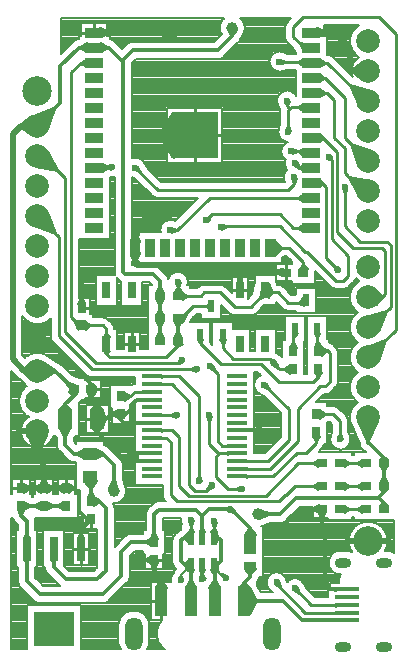
<source format=gbr>
G71*
G90*
G04 Quadcept GERBER*
%MOMM*%
%FSLAX44Y44*%
%ADD10C,0.2*%
%ADD11C,0.25*%
%ADD12C,0.35*%
%ADD13C,0.5*%
%ADD14C,0.6*%
%ADD15C,1*%
%ADD16C,1.3*%
%ADD17C,2*%
%ADD18C,2.5*%
%ADD19R,4X4*%
%ADD20O,1.4X0.85*%
%ADD21O,1.5X2.8*%
%ADD22R,0.6X1*%
%ADD23R,0.6X1*%
%ADD24R,0.6X1.2*%
%ADD25R,0.64X2*%
%ADD26R,0.65X1.45*%
%ADD27R,0.65X1.45*%
%ADD28R,0.8X0.9*%
%ADD29R,0.9X0.8*%
%ADD30R,0.9X1.5*%
%ADD31R,1.1X0.8*%
%ADD32R,1.1X1.8*%
%ADD33R,1.1X2.5*%
%ADD34R,1.2X1.7*%
%ADD35R,1.25X1*%
%ADD36R,1.5X0.9*%
%ADD37R,1.75X0.3*%
%ADD38R,2.15X0.4*%
%ADD39R,3.5X3*%
G54D10*
G01X19500Y73500D02*
G01X18000Y73500D01*
G01X18000Y73500D02*
G01X10000Y81500D01*
G01X-18500Y75900D02*
G01X-10000Y84400D01*
G01X-18500Y71500D02*
G01X-18500Y75900D01*
G01X-9900Y84500D02*
G01X-10000Y84400D01*
G01X-125003Y70750D02*
G01X-121350Y67097D01*
G01X-121350Y67097D02*
G01X-121146Y66854D01*
G01X-121146Y66854D02*
G01X-121022Y66750D01*
G01X-121022Y66750D02*
G01X-130063Y66750D01*
G01X-130063Y66750D02*
G01X-135097Y66750D01*
G01X-135097Y66750D02*
G01X-139097Y70750D01*
G01X-139097Y70750D02*
G01X-141850Y73503D01*
G01X-141850Y73503D02*
G01X-141850Y82550D01*
G01X-141850Y82550D02*
G01X-140400Y82550D01*
G01X-140400Y82550D02*
G01X-140400Y89757D01*
G01X-140400Y89757D02*
G01X-140393Y90347D01*
G01X-140393Y90347D02*
G01X-140400Y90391D01*
G01X-140400Y90391D02*
G01X-140400Y105709D01*
G01X-140400Y105709D02*
G01X-140393Y105753D01*
G01X-140393Y105753D02*
G01X-140400Y106343D01*
G01X-140400Y106343D02*
G01X-140400Y113550D01*
G01X-140400Y113550D02*
G01X-141850Y113550D01*
G01X-141850Y113550D02*
G01X-141850Y121183D01*
G01X-141850Y121183D02*
G01X-141822Y121500D01*
G01X-141822Y121500D02*
G01X-141850Y121817D01*
G01X-141850Y121817D02*
G01X-141850Y122134D01*
G01X-141850Y122134D02*
G01X-141905Y122447D01*
G01X-141905Y122447D02*
G01X-141933Y122764D01*
G01X-141933Y122764D02*
G01X-142015Y123071D01*
G01X-142015Y123071D02*
G01X-142070Y123384D01*
G01X-142070Y123384D02*
G01X-142179Y123682D01*
G01X-142179Y123682D02*
G01X-142261Y123989D01*
G01X-142261Y123989D02*
G01X-142360Y124200D01*
G01X-142360Y124200D02*
G01X-137372Y124200D01*
G01X-137372Y124200D02*
G01X-137360Y124198D01*
G01X-137360Y124198D02*
G01X-136738Y124200D01*
G01X-136738Y124200D02*
G01X-132262Y124200D01*
G01X-132262Y124200D02*
G01X-131640Y124198D01*
G01X-131640Y124198D02*
G01X-131628Y124200D01*
G01X-131628Y124200D02*
G01X-130063Y124200D01*
G01X-130063Y124200D02*
G01X-125000Y124200D01*
G01X-125000Y124200D02*
G01X-118372Y124200D01*
G01X-118372Y124200D02*
G01X-118360Y124198D01*
G01X-118360Y124198D02*
G01X-117738Y124200D01*
G01X-117738Y124200D02*
G01X-106000Y124200D01*
G01X-106000Y124200D02*
G01X-106000Y140500D01*
G01X-106000Y140500D02*
G01X-106000Y144200D01*
G01X-106000Y144200D02*
G01X-108000Y144200D01*
G01X-108000Y144200D02*
G01X-108000Y157200D01*
G01X-108000Y157200D02*
G01X-123000Y157200D01*
G01X-123000Y157200D02*
G01X-123000Y144200D01*
G01X-123000Y144200D02*
G01X-125000Y144200D01*
G01X-125000Y144200D02*
G01X-127000Y144200D01*
G01X-127000Y144200D02*
G01X-127000Y157200D01*
G01X-127000Y157200D02*
G01X-130063Y157200D01*
G01X-130063Y157200D02*
G01X-142000Y157200D01*
G01X-142000Y157200D02*
G01X-142000Y144200D01*
G01X-142000Y144200D02*
G01X-144000Y144200D01*
G01X-144000Y144200D02*
G01X-144000Y141450D01*
G01X-144000Y141450D02*
G01X-144200Y141450D01*
G01X-144200Y141450D02*
G01X-144200Y144200D01*
G01X-144200Y144200D02*
G01X-146200Y144200D01*
G01X-146200Y144200D02*
G01X-146200Y157200D01*
G01X-146200Y157200D02*
G01X-161200Y157200D01*
G01X-161200Y157200D02*
G01X-161200Y144200D01*
G01X-161200Y144200D02*
G01X-162000Y144200D01*
G01X-162000Y144200D02*
G01X-162000Y210250D01*
G01X-162000Y210250D02*
G01X-162000Y248186D01*
G01X-162000Y248186D02*
G01X-156904Y243090D01*
G01X-156904Y243090D02*
G01X-156678Y242822D01*
G01X-156678Y242822D02*
G01X-156410Y242596D01*
G01X-156410Y242596D02*
G01X-156162Y242348D01*
G01X-156162Y242348D02*
G01X-155875Y242147D01*
G01X-155875Y242147D02*
G01X-155606Y241922D01*
G01X-155606Y241922D02*
G01X-155302Y241746D01*
G01X-155302Y241746D02*
G01X-155015Y241545D01*
G01X-155015Y241545D02*
G01X-154984Y241531D01*
G01X-154984Y241531D02*
G01X-150938Y237518D01*
G01X-150938Y237518D02*
G01X-150482Y237061D01*
G01X-150482Y237061D02*
G01X-150457Y237041D01*
G01X-150457Y237041D02*
G01X-150419Y237002D01*
G01X-150419Y237002D02*
G01X-150378Y236974D01*
G01X-150378Y236974D02*
G01X-149445Y236191D01*
G01X-149445Y236191D02*
G01X-148886Y235800D01*
G01X-148886Y235800D02*
G01X-149445Y235409D01*
G01X-149445Y235409D02*
G01X-150482Y234539D01*
G01X-150482Y234539D02*
G01X-151439Y233582D01*
G01X-151439Y233582D02*
G01X-152309Y232545D01*
G01X-152309Y232545D02*
G01X-153085Y231436D01*
G01X-153085Y231436D02*
G01X-153762Y230264D01*
G01X-153762Y230264D02*
G01X-154334Y229037D01*
G01X-154334Y229037D02*
G01X-154797Y227765D01*
G01X-154797Y227765D02*
G01X-155147Y226458D01*
G01X-155147Y226458D02*
G01X-155382Y225125D01*
G01X-155382Y225125D02*
G01X-155500Y223777D01*
G01X-155500Y223777D02*
G01X-155500Y222423D01*
G01X-155500Y222423D02*
G01X-155382Y221075D01*
G01X-155382Y221075D02*
G01X-155147Y219742D01*
G01X-155147Y219742D02*
G01X-154797Y218435D01*
G01X-154797Y218435D02*
G01X-154334Y217163D01*
G01X-154334Y217163D02*
G01X-153762Y215936D01*
G01X-153762Y215936D02*
G01X-153085Y214764D01*
G01X-153085Y214764D02*
G01X-152309Y213655D01*
G01X-152309Y213655D02*
G01X-151439Y212618D01*
G01X-151439Y212618D02*
G01X-150482Y211661D01*
G01X-150482Y211661D02*
G01X-149445Y210791D01*
G01X-149445Y210791D02*
G01X-148672Y210250D01*
G01X-148672Y210250D02*
G01X-148336Y210015D01*
G01X-148336Y210015D02*
G01X-147503Y209534D01*
G01X-147503Y209534D02*
G01X-147529Y209519D01*
G01X-147529Y209519D02*
G01X-148531Y208818D01*
G01X-148531Y208818D02*
G01X-149467Y208032D01*
G01X-149467Y208032D02*
G01X-150332Y207167D01*
G01X-150332Y207167D02*
G01X-151118Y206231D01*
G01X-151118Y206231D02*
G01X-151819Y205229D01*
G01X-151819Y205229D02*
G01X-152430Y204171D01*
G01X-152430Y204171D02*
G01X-152947Y203063D01*
G01X-152947Y203063D02*
G01X-153365Y201914D01*
G01X-153365Y201914D02*
G01X-153681Y200733D01*
G01X-153681Y200733D02*
G01X-153893Y199529D01*
G01X-153893Y199529D02*
G01X-154000Y198311D01*
G01X-154000Y198311D02*
G01X-154000Y197089D01*
G01X-154000Y197089D02*
G01X-153893Y195871D01*
G01X-153893Y195871D02*
G01X-153681Y194667D01*
G01X-153681Y194667D02*
G01X-153365Y193486D01*
G01X-153365Y193486D02*
G01X-152947Y192337D01*
G01X-152947Y192337D02*
G01X-152430Y191229D01*
G01X-152430Y191229D02*
G01X-151819Y190171D01*
G01X-151819Y190171D02*
G01X-151118Y189169D01*
G01X-151118Y189169D02*
G01X-150332Y188233D01*
G01X-150332Y188233D02*
G01X-149467Y187368D01*
G01X-149467Y187368D02*
G01X-148531Y186582D01*
G01X-148531Y186582D02*
G01X-147529Y185881D01*
G01X-147529Y185881D02*
G01X-146471Y185270D01*
G01X-146471Y185270D02*
G01X-145363Y184753D01*
G01X-145363Y184753D02*
G01X-144214Y184335D01*
G01X-144214Y184335D02*
G01X-143033Y184019D01*
G01X-143033Y184019D02*
G01X-141829Y183807D01*
G01X-141829Y183807D02*
G01X-140611Y183700D01*
G01X-140611Y183700D02*
G01X-139389Y183700D01*
G01X-139389Y183700D02*
G01X-138171Y183807D01*
G01X-138171Y183807D02*
G01X-136967Y184019D01*
G01X-136967Y184019D02*
G01X-135786Y184335D01*
G01X-135786Y184335D02*
G01X-134637Y184753D01*
G01X-134637Y184753D02*
G01X-133529Y185270D01*
G01X-133529Y185270D02*
G01X-132471Y185881D01*
G01X-132471Y185881D02*
G01X-131469Y186582D01*
G01X-131469Y186582D02*
G01X-130533Y187368D01*
G01X-130533Y187368D02*
G01X-130063Y187839D01*
G01X-130063Y187839D02*
G01X-129668Y188233D01*
G01X-129668Y188233D02*
G01X-128882Y189169D01*
G01X-128882Y189169D02*
G01X-128181Y190171D01*
G01X-128181Y190171D02*
G01X-127570Y191229D01*
G01X-127570Y191229D02*
G01X-127053Y192337D01*
G01X-127053Y192337D02*
G01X-126635Y193486D01*
G01X-126635Y193486D02*
G01X-126605Y193600D01*
G01X-126605Y193600D02*
G01X-124689Y193600D01*
G01X-124689Y193600D02*
G01X-123550Y191670D01*
G01X-123550Y191670D02*
G01X-123550Y186317D01*
G01X-123550Y186317D02*
G01X-123578Y186000D01*
G01X-123578Y186000D02*
G01X-123550Y185683D01*
G01X-123550Y185683D02*
G01X-123550Y185366D01*
G01X-123550Y185366D02*
G01X-123495Y185053D01*
G01X-123495Y185053D02*
G01X-123467Y184736D01*
G01X-123467Y184736D02*
G01X-123385Y184429D01*
G01X-123385Y184429D02*
G01X-123330Y184116D01*
G01X-123330Y184116D02*
G01X-123221Y183818D01*
G01X-123221Y183818D02*
G01X-123139Y183511D01*
G01X-123139Y183511D02*
G01X-123005Y183223D01*
G01X-123005Y183223D02*
G01X-122896Y182924D01*
G01X-122896Y182924D02*
G01X-122737Y182649D01*
G01X-122737Y182649D02*
G01X-122603Y182361D01*
G01X-122603Y182361D02*
G01X-122420Y182101D01*
G01X-122420Y182101D02*
G01X-122262Y181826D01*
G01X-122262Y181826D02*
G01X-122057Y181582D01*
G01X-122057Y181582D02*
G01X-121875Y181322D01*
G01X-121875Y181322D02*
G01X-121650Y181097D01*
G01X-121650Y181097D02*
G01X-121446Y180854D01*
G01X-121446Y180854D02*
G01X-121203Y180650D01*
G01X-121203Y180650D02*
G01X-114050Y173497D01*
G01X-114050Y173497D02*
G01X-113846Y173254D01*
G01X-113846Y173254D02*
G01X-113603Y173050D01*
G01X-113603Y173050D02*
G01X-113378Y172825D01*
G01X-113378Y172825D02*
G01X-113118Y172643D01*
G01X-113118Y172643D02*
G01X-112874Y172438D01*
G01X-112874Y172438D02*
G01X-112599Y172280D01*
G01X-112599Y172280D02*
G01X-112339Y172097D01*
G01X-112339Y172097D02*
G01X-112051Y171963D01*
G01X-112051Y171963D02*
G01X-111776Y171804D01*
G01X-111776Y171804D02*
G01X-111477Y171695D01*
G01X-111477Y171695D02*
G01X-111189Y171561D01*
G01X-111189Y171561D02*
G01X-110882Y171479D01*
G01X-110882Y171479D02*
G01X-110584Y171370D01*
G01X-110584Y171370D02*
G01X-110271Y171315D01*
G01X-110271Y171315D02*
G01X-109964Y171233D01*
G01X-109964Y171233D02*
G01X-109647Y171205D01*
G01X-109647Y171205D02*
G01X-109334Y171150D01*
G01X-109334Y171150D02*
G01X-109017Y171150D01*
G01X-109017Y171150D02*
G01X-108700Y171122D01*
G01X-108700Y171122D02*
G01X-108383Y171150D01*
G01X-108383Y171150D02*
G01X-107537Y171150D01*
G01X-107537Y171150D02*
G01X-106950Y170832D01*
G01X-106950Y170832D02*
G01X-106950Y168900D01*
G01X-106950Y168900D02*
G01X-106950Y167900D01*
G01X-106950Y167900D02*
G01X-106950Y155658D01*
G01X-106950Y155658D02*
G01X-106968Y155533D01*
G01X-106968Y155533D02*
G01X-106950Y155024D01*
G01X-106950Y155024D02*
G01X-106950Y147900D01*
G01X-106950Y147900D02*
G01X-103800Y147900D01*
G01X-103800Y147900D02*
G01X-103800Y141074D01*
G01X-103800Y141074D02*
G01X-103828Y140765D01*
G01X-103828Y140765D02*
G01X-103805Y140500D01*
G01X-103805Y140500D02*
G01X-103800Y140441D01*
G01X-103800Y140441D02*
G01X-103800Y128000D01*
G01X-103800Y128000D02*
G01X-101800Y128000D01*
G01X-101800Y128000D02*
G01X-101800Y115000D01*
G01X-101800Y115000D02*
G01X-89250Y115000D01*
G01X-89250Y115000D02*
G01X-89250Y82203D01*
G01X-89250Y82203D02*
G01X-92203Y79250D01*
G01X-92203Y79250D02*
G01X-112997Y79250D01*
G01X-112997Y79250D02*
G01X-117500Y83753D01*
G01X-117500Y83753D02*
G01X-117500Y89757D01*
G01X-117500Y89757D02*
G01X-117493Y90347D01*
G01X-117493Y90347D02*
G01X-117500Y90391D01*
G01X-117500Y90391D02*
G01X-117500Y113550D01*
G01X-117500Y113550D02*
G01X-130063Y113550D01*
G01X-130063Y113550D02*
G01X-134900Y113550D01*
G01X-134900Y113550D02*
G01X-134900Y90391D01*
G01X-134900Y90391D02*
G01X-134907Y90347D01*
G01X-134907Y90347D02*
G01X-134900Y89757D01*
G01X-134900Y89757D02*
G01X-134900Y82550D01*
G01X-134900Y82550D02*
G01X-133450Y82550D01*
G01X-133450Y82550D02*
G01X-133450Y82517D01*
G01X-133450Y82517D02*
G01X-133478Y82200D01*
G01X-133478Y82200D02*
G01X-133450Y81883D01*
G01X-133450Y81883D02*
G01X-133450Y81566D01*
G01X-133450Y81566D02*
G01X-133395Y81253D01*
G01X-133395Y81253D02*
G01X-133367Y80936D01*
G01X-133367Y80936D02*
G01X-133285Y80629D01*
G01X-133285Y80629D02*
G01X-133230Y80316D01*
G01X-133230Y80316D02*
G01X-133121Y80018D01*
G01X-133121Y80018D02*
G01X-133039Y79711D01*
G01X-133039Y79711D02*
G01X-132905Y79423D01*
G01X-132905Y79423D02*
G01X-132796Y79124D01*
G01X-132796Y79124D02*
G01X-132637Y78849D01*
G01X-132637Y78849D02*
G01X-132503Y78561D01*
G01X-132503Y78561D02*
G01X-132320Y78301D01*
G01X-132320Y78301D02*
G01X-132162Y78026D01*
G01X-132162Y78026D02*
G01X-131957Y77782D01*
G01X-131957Y77782D02*
G01X-131775Y77522D01*
G01X-131775Y77522D02*
G01X-131550Y77297D01*
G01X-131550Y77297D02*
G01X-131346Y77054D01*
G01X-131346Y77054D02*
G01X-131103Y76850D01*
G01X-131103Y76850D02*
G01X-130063Y75809D01*
G01X-130063Y75809D02*
G01X-125003Y70750D01*
G01X-96600Y111550D02*
G01X-96600Y84550D01*
G01X-96600Y84550D02*
G01X-110000Y84550D01*
G01X-110000Y84550D02*
G01X-110000Y111550D01*
G01X-110000Y111550D02*
G01X-96600Y111550D01*
G01X-96600Y111550D02*
G01X-96600Y111550D01*
G01X-135497Y67650D02*
G01X-122403Y67650D01*
G01X-137297Y69450D02*
G01X-124203Y69450D01*
G01X-139097Y71250D02*
G01X-126003Y71250D01*
G01X-140897Y73050D02*
G01X-127803Y73050D01*
G01X-141350Y74850D02*
G01X-129603Y74850D01*
G01X-141350Y76650D02*
G01X-131403Y76650D01*
G01X-141350Y78450D02*
G01X-132925Y78450D01*
G01X-141350Y80250D02*
G01X-133706Y80250D01*
G01X-113497Y80250D02*
G01X-91703Y80250D01*
G01X-141350Y82050D02*
G01X-133965Y82050D01*
G01X-115297Y82050D02*
G01X-89903Y82050D01*
G01X-139900Y83850D02*
G01X-135400Y83850D01*
G01X-117000Y83850D02*
G01X-89750Y83850D01*
G01X-139900Y85650D02*
G01X-135400Y85650D01*
G01X-117000Y85650D02*
G01X-110500Y85650D01*
G01X-96100Y85650D02*
G01X-89750Y85650D01*
G01X-139900Y87450D02*
G01X-135400Y87450D01*
G01X-117000Y87450D02*
G01X-110500Y87450D01*
G01X-96100Y87450D02*
G01X-89750Y87450D01*
G01X-139900Y89250D02*
G01X-135400Y89250D01*
G01X-117000Y89250D02*
G01X-110500Y89250D01*
G01X-96100Y89250D02*
G01X-89750Y89250D01*
G01X-139900Y91050D02*
G01X-135400Y91050D01*
G01X-117000Y91050D02*
G01X-110500Y91050D01*
G01X-96100Y91050D02*
G01X-89750Y91050D01*
G01X-139900Y92850D02*
G01X-135400Y92850D01*
G01X-117000Y92850D02*
G01X-110500Y92850D01*
G01X-96100Y92850D02*
G01X-89750Y92850D01*
G01X-139900Y94650D02*
G01X-135400Y94650D01*
G01X-117000Y94650D02*
G01X-110500Y94650D01*
G01X-96100Y94650D02*
G01X-89750Y94650D01*
G01X-139900Y96450D02*
G01X-135400Y96450D01*
G01X-117000Y96450D02*
G01X-110500Y96450D01*
G01X-96100Y96450D02*
G01X-89750Y96450D01*
G01X-139900Y98250D02*
G01X-135400Y98250D01*
G01X-117000Y98250D02*
G01X-110500Y98250D01*
G01X-96100Y98250D02*
G01X-89750Y98250D01*
G01X-139900Y100050D02*
G01X-135400Y100050D01*
G01X-117000Y100050D02*
G01X-110500Y100050D01*
G01X-96100Y100050D02*
G01X-89750Y100050D01*
G01X-139900Y101850D02*
G01X-135400Y101850D01*
G01X-117000Y101850D02*
G01X-110500Y101850D01*
G01X-96100Y101850D02*
G01X-89750Y101850D01*
G01X-139900Y103650D02*
G01X-135400Y103650D01*
G01X-117000Y103650D02*
G01X-110500Y103650D01*
G01X-96100Y103650D02*
G01X-89750Y103650D01*
G01X-139900Y105450D02*
G01X-135400Y105450D01*
G01X-117000Y105450D02*
G01X-110500Y105450D01*
G01X-96100Y105450D02*
G01X-89750Y105450D01*
G01X-139900Y107250D02*
G01X-135400Y107250D01*
G01X-117000Y107250D02*
G01X-110500Y107250D01*
G01X-96100Y107250D02*
G01X-89750Y107250D01*
G01X-139900Y109050D02*
G01X-135400Y109050D01*
G01X-117000Y109050D02*
G01X-110500Y109050D01*
G01X-96100Y109050D02*
G01X-89750Y109050D01*
G01X-139900Y110850D02*
G01X-135400Y110850D01*
G01X-117000Y110850D02*
G01X-110500Y110850D01*
G01X-96100Y110850D02*
G01X-89750Y110850D01*
G01X-139900Y112650D02*
G01X-135400Y112650D01*
G01X-117000Y112650D02*
G01X-89750Y112650D01*
G01X-141350Y114450D02*
G01X-89750Y114450D01*
G01X-141350Y116250D02*
G01X-102300Y116250D01*
G01X-141350Y118050D02*
G01X-102300Y118050D01*
G01X-141350Y119850D02*
G01X-102300Y119850D01*
G01X-141335Y121650D02*
G01X-102300Y121650D01*
G01X-141594Y123450D02*
G01X-102300Y123450D01*
G01X-105500Y125250D02*
G01X-102300Y125250D01*
G01X-105500Y127050D02*
G01X-102300Y127050D01*
G01X-105500Y128850D02*
G01X-104300Y128850D01*
G01X-105500Y130650D02*
G01X-104300Y130650D01*
G01X-105500Y132450D02*
G01X-104300Y132450D01*
G01X-105500Y134250D02*
G01X-104300Y134250D01*
G01X-105500Y136050D02*
G01X-104300Y136050D01*
G01X-105500Y137850D02*
G01X-104300Y137850D01*
G01X-105500Y139650D02*
G01X-104300Y139650D01*
G01X-105500Y141452D02*
G01X-104300Y141452D01*
G01X-105500Y143252D02*
G01X-104300Y143252D01*
G01X-145700Y145052D02*
G01X-142500Y145052D01*
G01X-126500Y145052D02*
G01X-123500Y145052D01*
G01X-107500Y145052D02*
G01X-104300Y145052D01*
G01X-145700Y146852D02*
G01X-142500Y146852D01*
G01X-126500Y146852D02*
G01X-123500Y146852D01*
G01X-107500Y146852D02*
G01X-104300Y146852D01*
G01X-145700Y148652D02*
G01X-142500Y148652D01*
G01X-126500Y148652D02*
G01X-123500Y148652D01*
G01X-107500Y148652D02*
G01X-107450Y148652D01*
G01X-145700Y150452D02*
G01X-142500Y150452D01*
G01X-126500Y150452D02*
G01X-123500Y150452D01*
G01X-107500Y150452D02*
G01X-107450Y150452D01*
G01X-145700Y152252D02*
G01X-142500Y152252D01*
G01X-126500Y152252D02*
G01X-123500Y152252D01*
G01X-107500Y152252D02*
G01X-107450Y152252D01*
G01X-145700Y154052D02*
G01X-142500Y154052D01*
G01X-126500Y154052D02*
G01X-123500Y154052D01*
G01X-107500Y154052D02*
G01X-107450Y154052D01*
G01X-145700Y155852D02*
G01X-142500Y155852D01*
G01X-126500Y155852D02*
G01X-123500Y155852D01*
G01X-107500Y155852D02*
G01X-107450Y155852D01*
G01X-161500Y157652D02*
G01X-107450Y157652D01*
G01X-161500Y159452D02*
G01X-107450Y159452D01*
G01X-161500Y161252D02*
G01X-107450Y161252D01*
G01X-161500Y163052D02*
G01X-107450Y163052D01*
G01X-161500Y164852D02*
G01X-107450Y164852D01*
G01X-161500Y166652D02*
G01X-107450Y166652D01*
G01X-161500Y168452D02*
G01X-107450Y168452D01*
G01X-161500Y170252D02*
G01X-107450Y170252D01*
G01X-161500Y172052D02*
G01X-112742Y172052D01*
G01X-161500Y173852D02*
G01X-114905Y173852D01*
G01X-161500Y175652D02*
G01X-116705Y175652D01*
G01X-161500Y177452D02*
G01X-118505Y177452D01*
G01X-161500Y179252D02*
G01X-120305Y179252D01*
G01X-161500Y181052D02*
G01X-122112Y181052D01*
G01X-161500Y182852D02*
G01X-123354Y182852D01*
G01X-161500Y184652D02*
G01X-145584Y184652D01*
G01X-134416Y184652D02*
G01X-123945Y184652D01*
G01X-161500Y186452D02*
G01X-148844Y186452D01*
G01X-131156Y186452D02*
G01X-124050Y186452D01*
G01X-161500Y188252D02*
G01X-150848Y188252D01*
G01X-129152Y188252D02*
G01X-124050Y188252D01*
G01X-161500Y190052D02*
G01X-152236Y190052D01*
G01X-127764Y190052D02*
G01X-124050Y190052D01*
G01X-161500Y191852D02*
G01X-153220Y191852D01*
G01X-126780Y191852D02*
G01X-124158Y191852D01*
G01X-161500Y193652D02*
G01X-153909Y193652D01*
G01X-161500Y195452D02*
G01X-154320Y195452D01*
G01X-161500Y197252D02*
G01X-154500Y197252D01*
G01X-161500Y199052D02*
G01X-154435Y199052D01*
G01X-161500Y200852D02*
G01X-154149Y200852D01*
G01X-161500Y202652D02*
G01X-153596Y202652D01*
G01X-161500Y204452D02*
G01X-152768Y204452D01*
G01X-161500Y206252D02*
G01X-151600Y206252D01*
G01X-161500Y208052D02*
G01X-149943Y208052D01*
G01X-161500Y209852D02*
G01X-148554Y209852D01*
G01X-161500Y211652D02*
G01X-150971Y211652D01*
G01X-161500Y213452D02*
G01X-152638Y213452D01*
G01X-161500Y215252D02*
G01X-153867Y215252D01*
G01X-161500Y217052D02*
G01X-154782Y217052D01*
G01X-161500Y218852D02*
G01X-155409Y218852D01*
G01X-161500Y220652D02*
G01X-155807Y220652D01*
G01X-161500Y222452D02*
G01X-156000Y222452D01*
G01X-161500Y224252D02*
G01X-155958Y224252D01*
G01X-161500Y226052D02*
G01X-155719Y226052D01*
G01X-161500Y227852D02*
G01X-155265Y227852D01*
G01X-161500Y229652D02*
G01X-154547Y229652D01*
G01X-161500Y231452D02*
G01X-153574Y231452D01*
G01X-161500Y233252D02*
G01X-152215Y233252D01*
G01X-161500Y235052D02*
G01X-150370Y235052D01*
G01X-161500Y236852D02*
G01X-150732Y236852D01*
G01X-161500Y238652D02*
G01X-152582Y238652D01*
G01X-161500Y240452D02*
G01X-154396Y240452D01*
G01X-161500Y242252D02*
G01X-156525Y242252D01*
G01X-161500Y244052D02*
G01X-158366Y244052D01*
G01X-161500Y245852D02*
G01X-160166Y245852D01*
G01X54089Y70750D02*
G01X54065Y70611D01*
G01X54065Y70611D02*
G01X54000Y69871D01*
G01X54000Y69871D02*
G01X54000Y69129D01*
G01X54000Y69129D02*
G01X54065Y68389D01*
G01X54065Y68389D02*
G01X54194Y67659D01*
G01X54194Y67659D02*
G01X54386Y66942D01*
G01X54386Y66942D02*
G01X54640Y66244D01*
G01X54640Y66244D02*
G01X54953Y65571D01*
G01X54953Y65571D02*
G01X55324Y64929D01*
G01X55324Y64929D02*
G01X55750Y64321D01*
G01X55750Y64321D02*
G01X56227Y63752D01*
G01X56227Y63752D02*
G01X56752Y63227D01*
G01X56752Y63227D02*
G01X56810Y63179D01*
G01X56810Y63179D02*
G01X56920Y63061D01*
G01X56920Y63061D02*
G01X57210Y62843D01*
G01X57210Y62843D02*
G01X57321Y62750D01*
G01X57321Y62750D02*
G01X57507Y62620D01*
G01X57507Y62620D02*
G01X59727Y60950D01*
G01X59727Y60950D02*
G01X49406Y60950D01*
G01X49406Y60950D02*
G01X46000Y66498D01*
G01X46000Y66498D02*
G01X46000Y69852D01*
G01X46000Y69852D02*
G01X46062Y69926D01*
G01X46062Y69926D02*
G01X46220Y70201D01*
G01X46220Y70201D02*
G01X46403Y70461D01*
G01X46403Y70461D02*
G01X46537Y70749D01*
G01X46537Y70749D02*
G01X46537Y70750D01*
G01X46537Y70750D02*
G01X46696Y71024D01*
G01X46696Y71024D02*
G01X46805Y71323D01*
G01X46805Y71323D02*
G01X46939Y71611D01*
G01X46939Y71611D02*
G01X47021Y71918D01*
G01X47021Y71918D02*
G01X47130Y72216D01*
G01X47130Y72216D02*
G01X47185Y72529D01*
G01X47185Y72529D02*
G01X47267Y72836D01*
G01X47267Y72836D02*
G01X47295Y73153D01*
G01X47295Y73153D02*
G01X47350Y73466D01*
G01X47350Y73466D02*
G01X47350Y73783D01*
G01X47350Y73783D02*
G01X47357Y73863D01*
G01X47357Y73863D02*
G01X47386Y73900D01*
G01X47386Y73900D02*
G01X51100Y73900D01*
G01X51100Y73900D02*
G01X51100Y80643D01*
G01X51100Y80643D02*
G01X51118Y80769D01*
G01X51118Y80769D02*
G01X51100Y81277D01*
G01X51100Y81277D02*
G01X51100Y87900D01*
G01X51100Y87900D02*
G01X51100Y92900D01*
G01X51100Y92900D02*
G01X51100Y109392D01*
G01X51100Y109392D02*
G01X51127Y109768D01*
G01X51127Y109768D02*
G01X51100Y110025D01*
G01X51100Y110025D02*
G01X51100Y116900D01*
G01X51100Y116900D02*
G01X49375Y116900D01*
G01X49375Y116900D02*
G01X49443Y116918D01*
G01X49443Y116918D02*
G01X49595Y116947D01*
G01X49595Y116947D02*
G01X50140Y117151D01*
G01X50140Y117151D02*
G01X50522Y117290D01*
G01X50522Y117290D02*
G01X50569Y117312D01*
G01X50569Y117312D02*
G01X57066Y119750D01*
G01X57066Y119750D02*
G01X64683Y119750D01*
G01X64683Y119750D02*
G01X65000Y119722D01*
G01X65000Y119722D02*
G01X65317Y119750D01*
G01X65317Y119750D02*
G01X65634Y119750D01*
G01X65634Y119750D02*
G01X65947Y119805D01*
G01X65947Y119805D02*
G01X66264Y119833D01*
G01X66264Y119833D02*
G01X66571Y119915D01*
G01X66571Y119915D02*
G01X66884Y119970D01*
G01X66884Y119970D02*
G01X67182Y120079D01*
G01X67182Y120079D02*
G01X67489Y120161D01*
G01X67489Y120161D02*
G01X67777Y120295D01*
G01X67777Y120295D02*
G01X68076Y120404D01*
G01X68076Y120404D02*
G01X68351Y120563D01*
G01X68351Y120563D02*
G01X68639Y120697D01*
G01X68639Y120697D02*
G01X68899Y120880D01*
G01X68899Y120880D02*
G01X69174Y121038D01*
G01X69174Y121038D02*
G01X69418Y121243D01*
G01X69418Y121243D02*
G01X69678Y121425D01*
G01X69678Y121425D02*
G01X69903Y121650D01*
G01X69903Y121650D02*
G01X70146Y121854D01*
G01X70146Y121854D02*
G01X70350Y122097D01*
G01X70350Y122097D02*
G01X82003Y133750D01*
G01X82003Y133750D02*
G01X87125Y133750D01*
G01X87125Y133750D02*
G01X93050Y133750D01*
G01X93050Y133750D02*
G01X93050Y124200D01*
G01X93050Y124200D02*
G01X106050Y124200D01*
G01X106050Y124200D02*
G01X106050Y122200D01*
G01X106050Y122200D02*
G01X119289Y122200D01*
G01X119289Y122200D02*
G01X119868Y122198D01*
G01X119868Y122198D02*
G01X119879Y122200D01*
G01X119879Y122200D02*
G01X126050Y122200D01*
G01X126050Y122200D02*
G01X126050Y124950D01*
G01X126050Y124950D02*
G01X128350Y124950D01*
G01X128350Y124950D02*
G01X128350Y122200D01*
G01X128350Y122200D02*
G01X130563Y122200D01*
G01X130563Y122200D02*
G01X134521Y122200D01*
G01X134521Y122200D02*
G01X134532Y122198D01*
G01X134532Y122198D02*
G01X135111Y122200D01*
G01X135111Y122200D02*
G01X143350Y122200D01*
G01X143350Y122200D02*
G01X148350Y122200D01*
G01X148350Y122200D02*
G01X162000Y122200D01*
G01X162000Y122200D02*
G01X162000Y94153D01*
G01X162000Y94153D02*
G01X161864Y94267D01*
G01X161864Y94267D02*
G01X160386Y95120D01*
G01X160386Y95120D02*
G01X158783Y95704D01*
G01X158783Y95704D02*
G01X157103Y96000D01*
G01X157103Y96000D02*
G01X154145Y96000D01*
G01X154145Y96000D02*
G01X154529Y96666D01*
G01X154529Y96666D02*
G01X154960Y97524D01*
G01X154960Y97524D02*
G01X155341Y98406D01*
G01X155341Y98406D02*
G01X155669Y99308D01*
G01X155669Y99308D02*
G01X155945Y100228D01*
G01X155945Y100228D02*
G01X156166Y101162D01*
G01X156166Y101162D02*
G01X156333Y102108D01*
G01X156333Y102108D02*
G01X156444Y103061D01*
G01X156444Y103061D02*
G01X156500Y104020D01*
G01X156500Y104020D02*
G01X156500Y104980D01*
G01X156500Y104980D02*
G01X156444Y105939D01*
G01X156444Y105939D02*
G01X156333Y106892D01*
G01X156333Y106892D02*
G01X156166Y107838D01*
G01X156166Y107838D02*
G01X155945Y108772D01*
G01X155945Y108772D02*
G01X155669Y109692D01*
G01X155669Y109692D02*
G01X155341Y110594D01*
G01X155341Y110594D02*
G01X154960Y111476D01*
G01X154960Y111476D02*
G01X154529Y112334D01*
G01X154529Y112334D02*
G01X154049Y113166D01*
G01X154049Y113166D02*
G01X153522Y113968D01*
G01X153522Y113968D02*
G01X152948Y114738D01*
G01X152948Y114738D02*
G01X152331Y115474D01*
G01X152331Y115474D02*
G01X151672Y116172D01*
G01X151672Y116172D02*
G01X150974Y116831D01*
G01X150974Y116831D02*
G01X150238Y117448D01*
G01X150238Y117448D02*
G01X149468Y118022D01*
G01X149468Y118022D02*
G01X148666Y118549D01*
G01X148666Y118549D02*
G01X147834Y119029D01*
G01X147834Y119029D02*
G01X146976Y119460D01*
G01X146976Y119460D02*
G01X146094Y119841D01*
G01X146094Y119841D02*
G01X145192Y120169D01*
G01X145192Y120169D02*
G01X144272Y120445D01*
G01X144272Y120445D02*
G01X143338Y120666D01*
G01X143338Y120666D02*
G01X142392Y120833D01*
G01X142392Y120833D02*
G01X141439Y120944D01*
G01X141439Y120944D02*
G01X140480Y121000D01*
G01X140480Y121000D02*
G01X139520Y121000D01*
G01X139520Y121000D02*
G01X138561Y120944D01*
G01X138561Y120944D02*
G01X137608Y120833D01*
G01X137608Y120833D02*
G01X136662Y120666D01*
G01X136662Y120666D02*
G01X135728Y120445D01*
G01X135728Y120445D02*
G01X134808Y120169D01*
G01X134808Y120169D02*
G01X133906Y119841D01*
G01X133906Y119841D02*
G01X133024Y119460D01*
G01X133024Y119460D02*
G01X132166Y119029D01*
G01X132166Y119029D02*
G01X131334Y118549D01*
G01X131334Y118549D02*
G01X130563Y118042D01*
G01X130563Y118042D02*
G01X130532Y118022D01*
G01X130532Y118022D02*
G01X129762Y117448D01*
G01X129762Y117448D02*
G01X129026Y116831D01*
G01X129026Y116831D02*
G01X128328Y116172D01*
G01X128328Y116172D02*
G01X127669Y115474D01*
G01X127669Y115474D02*
G01X127052Y114738D01*
G01X127052Y114738D02*
G01X126478Y113968D01*
G01X126478Y113968D02*
G01X125951Y113166D01*
G01X125951Y113166D02*
G01X125471Y112334D01*
G01X125471Y112334D02*
G01X125040Y111476D01*
G01X125040Y111476D02*
G01X124659Y110594D01*
G01X124659Y110594D02*
G01X124331Y109692D01*
G01X124331Y109692D02*
G01X124055Y108772D01*
G01X124055Y108772D02*
G01X123834Y107838D01*
G01X123834Y107838D02*
G01X123667Y106892D01*
G01X123667Y106892D02*
G01X123556Y105939D01*
G01X123556Y105939D02*
G01X123500Y104980D01*
G01X123500Y104980D02*
G01X123500Y104020D01*
G01X123500Y104020D02*
G01X123556Y103061D01*
G01X123556Y103061D02*
G01X123667Y102108D01*
G01X123667Y102108D02*
G01X123834Y101162D01*
G01X123834Y101162D02*
G01X124055Y100228D01*
G01X124055Y100228D02*
G01X124331Y99308D01*
G01X124331Y99308D02*
G01X124659Y98406D01*
G01X124659Y98406D02*
G01X125040Y97524D01*
G01X125040Y97524D02*
G01X125471Y96666D01*
G01X125471Y96666D02*
G01X125951Y95834D01*
G01X125951Y95834D02*
G01X126478Y95032D01*
G01X126478Y95032D02*
G01X126502Y95000D01*
G01X126502Y95000D02*
G01X126095Y95000D01*
G01X126095Y95000D02*
G01X125886Y95120D01*
G01X125886Y95120D02*
G01X124283Y95704D01*
G01X124283Y95704D02*
G01X122603Y96000D01*
G01X122603Y96000D02*
G01X115397Y96000D01*
G01X115397Y96000D02*
G01X113717Y95704D01*
G01X113717Y95704D02*
G01X112114Y95120D01*
G01X112114Y95120D02*
G01X110636Y94267D01*
G01X110636Y94267D02*
G01X109329Y93171D01*
G01X109329Y93171D02*
G01X108233Y91864D01*
G01X108233Y91864D02*
G01X107380Y90386D01*
G01X107380Y90386D02*
G01X106796Y88783D01*
G01X106796Y88783D02*
G01X106500Y87103D01*
G01X106500Y87103D02*
G01X106500Y85397D01*
G01X106500Y85397D02*
G01X106796Y83717D01*
G01X106796Y83717D02*
G01X107380Y82114D01*
G01X107380Y82114D02*
G01X108233Y80636D01*
G01X108233Y80636D02*
G01X109329Y79329D01*
G01X109329Y79329D02*
G01X110636Y78233D01*
G01X110636Y78233D02*
G01X112114Y77380D01*
G01X112114Y77380D02*
G01X113717Y76796D01*
G01X113717Y76796D02*
G01X115397Y76500D01*
G01X115397Y76500D02*
G01X116747Y76500D01*
G01X116747Y76500D02*
G01X116629Y76246D01*
G01X116629Y76246D02*
G01X116181Y75015D01*
G01X116181Y75015D02*
G01X115842Y73750D01*
G01X115842Y73750D02*
G01X115614Y72460D01*
G01X115614Y72460D02*
G01X115500Y71155D01*
G01X115500Y71155D02*
G01X115500Y70750D01*
G01X115500Y70750D02*
G01X115500Y69845D01*
G01X115500Y69845D02*
G01X115574Y69000D01*
G01X115574Y69000D02*
G01X107650Y69000D01*
G01X107650Y69000D02*
G01X107650Y64500D01*
G01X107650Y64500D02*
G01X105650Y64500D01*
G01X105650Y64500D02*
G01X105650Y58000D01*
G01X105650Y58000D02*
G01X105650Y57250D01*
G01X105650Y57250D02*
G01X94796Y57250D01*
G01X94796Y57250D02*
G01X87359Y64687D01*
G01X87359Y64687D02*
G01X87125Y65168D01*
G01X87125Y65168D02*
G01X85675Y68153D01*
G01X85675Y68153D02*
G01X85547Y68429D01*
G01X85547Y68429D02*
G01X85513Y68487D01*
G01X85513Y68487D02*
G01X85388Y68745D01*
G01X85388Y68745D02*
G01X85271Y68906D01*
G01X85271Y68906D02*
G01X85176Y69071D01*
G01X85176Y69071D02*
G01X84750Y69679D01*
G01X84750Y69679D02*
G01X84273Y70248D01*
G01X84273Y70248D02*
G01X83771Y70750D01*
G01X83771Y70750D02*
G01X83748Y70773D01*
G01X83748Y70773D02*
G01X83179Y71250D01*
G01X83179Y71250D02*
G01X82571Y71676D01*
G01X82571Y71676D02*
G01X81929Y72047D01*
G01X81929Y72047D02*
G01X81256Y72360D01*
G01X81256Y72360D02*
G01X80558Y72614D01*
G01X80558Y72614D02*
G01X79841Y72806D01*
G01X79841Y72806D02*
G01X79111Y72935D01*
G01X79111Y72935D02*
G01X78371Y73000D01*
G01X78371Y73000D02*
G01X77629Y73000D01*
G01X77629Y73000D02*
G01X76889Y72935D01*
G01X76889Y72935D02*
G01X76159Y72806D01*
G01X76159Y72806D02*
G01X75442Y72614D01*
G01X75442Y72614D02*
G01X74744Y72360D01*
G01X74744Y72360D02*
G01X74071Y72047D01*
G01X74071Y72047D02*
G01X73429Y71676D01*
G01X73429Y71676D02*
G01X72821Y71250D01*
G01X72821Y71250D02*
G01X72252Y70773D01*
G01X72252Y70773D02*
G01X72229Y70750D01*
G01X72229Y70750D02*
G01X71727Y70248D01*
G01X71727Y70248D02*
G01X71250Y69679D01*
G01X71250Y69679D02*
G01X71198Y69605D01*
G01X71198Y69605D02*
G01X70934Y70750D01*
G01X70934Y70750D02*
G01X70833Y71192D01*
G01X70833Y71192D02*
G01X70806Y71341D01*
G01X70806Y71341D02*
G01X70750Y71553D01*
G01X70750Y71553D02*
G01X70651Y71980D01*
G01X70651Y71980D02*
G01X70589Y72127D01*
G01X70589Y72127D02*
G01X70360Y72756D01*
G01X70360Y72756D02*
G01X70047Y73429D01*
G01X70047Y73429D02*
G01X69676Y74071D01*
G01X69676Y74071D02*
G01X69250Y74679D01*
G01X69250Y74679D02*
G01X68773Y75248D01*
G01X68773Y75248D02*
G01X68248Y75773D01*
G01X68248Y75773D02*
G01X67679Y76250D01*
G01X67679Y76250D02*
G01X67071Y76676D01*
G01X67071Y76676D02*
G01X66429Y77047D01*
G01X66429Y77047D02*
G01X65756Y77360D01*
G01X65756Y77360D02*
G01X65058Y77614D01*
G01X65058Y77614D02*
G01X64341Y77806D01*
G01X64341Y77806D02*
G01X63611Y77935D01*
G01X63611Y77935D02*
G01X62871Y78000D01*
G01X62871Y78000D02*
G01X62129Y78000D01*
G01X62129Y78000D02*
G01X61389Y77935D01*
G01X61389Y77935D02*
G01X60659Y77806D01*
G01X60659Y77806D02*
G01X59942Y77614D01*
G01X59942Y77614D02*
G01X59244Y77360D01*
G01X59244Y77360D02*
G01X58571Y77047D01*
G01X58571Y77047D02*
G01X57929Y76676D01*
G01X57929Y76676D02*
G01X57321Y76250D01*
G01X57321Y76250D02*
G01X56752Y75773D01*
G01X56752Y75773D02*
G01X56227Y75248D01*
G01X56227Y75248D02*
G01X55750Y74679D01*
G01X55750Y74679D02*
G01X55324Y74071D01*
G01X55324Y74071D02*
G01X54953Y73429D01*
G01X54953Y73429D02*
G01X54640Y72756D01*
G01X54640Y72756D02*
G01X54386Y72058D01*
G01X54386Y72058D02*
G01X54194Y71341D01*
G01X54194Y71341D02*
G01X54089Y70750D01*
G01X94396Y58150D02*
G01X105150Y58150D01*
G01X92596Y59950D02*
G01X105150Y59950D01*
G01X49415Y61750D02*
G01X58163Y61750D01*
G01X90796Y61750D02*
G01X105150Y61750D01*
G01X48310Y63550D02*
G01X55929Y63550D01*
G01X88996Y63550D02*
G01X105150Y63550D01*
G01X47205Y65350D02*
G01X54581Y65350D01*
G01X87537Y65350D02*
G01X107150Y65350D01*
G01X46500Y67150D02*
G01X53830Y67150D01*
G01X86662Y67150D02*
G01X107150Y67150D01*
G01X46500Y68950D02*
G01X53516Y68950D01*
G01X85746Y68950D02*
G01X107150Y68950D01*
G01X47039Y70752D02*
G01X53589Y70752D01*
G01X71434Y70752D02*
G01X71731Y70752D01*
G01X84269Y70752D02*
G01X115000Y70752D01*
G01X47691Y72552D02*
G01X54065Y72552D01*
G01X70935Y72552D02*
G01X74770Y72552D01*
G01X81230Y72552D02*
G01X115130Y72552D01*
G01X51600Y74352D02*
G01X55021Y74352D01*
G01X69979Y74352D02*
G01X115503Y74352D01*
G01X51600Y76152D02*
G01X56704Y76152D01*
G01X68296Y76152D02*
G01X116094Y76152D01*
G01X51600Y77952D02*
G01X61080Y77952D01*
G01X63920Y77952D02*
G01X110623Y77952D01*
G01X51600Y79752D02*
G01X108475Y79752D01*
G01X51600Y81552D02*
G01X107204Y81552D01*
G01X51600Y83352D02*
G01X106429Y83352D01*
G01X51600Y85152D02*
G01X106043Y85152D01*
G01X51600Y86952D02*
G01X106000Y86952D01*
G01X51600Y88752D02*
G01X106291Y88752D01*
G01X51600Y90552D02*
G01X106975Y90552D01*
G01X51600Y92352D02*
G01X108142Y92352D01*
G01X51600Y94154D02*
G01X110001Y94154D01*
G01X51600Y95954D02*
G01X114636Y95954D01*
G01X123364Y95954D02*
G01X125381Y95954D01*
G01X157864Y95954D02*
G01X161500Y95954D01*
G01X51600Y97754D02*
G01X124440Y97754D01*
G01X155560Y97754D02*
G01X161500Y97754D01*
G01X51600Y99554D02*
G01X123757Y99554D01*
G01X156243Y99554D02*
G01X161500Y99554D01*
G01X51600Y101354D02*
G01X123300Y101354D01*
G01X156700Y101354D02*
G01X161500Y101354D01*
G01X51600Y103154D02*
G01X123050Y103154D01*
G01X156950Y103154D02*
G01X161500Y103154D01*
G01X51600Y104954D02*
G01X123000Y104954D01*
G01X157000Y104954D02*
G01X161500Y104954D01*
G01X51600Y106754D02*
G01X123151Y106754D01*
G01X156849Y106754D02*
G01X161500Y106754D01*
G01X51600Y108554D02*
G01X123504Y108554D01*
G01X156496Y108554D02*
G01X161500Y108554D01*
G01X51600Y110354D02*
G01X124072Y110354D01*
G01X155928Y110354D02*
G01X161500Y110354D01*
G01X51600Y112154D02*
G01X124880Y112154D01*
G01X155120Y112154D02*
G01X161500Y112154D01*
G01X51600Y113954D02*
G01X125969Y113954D01*
G01X154031Y113954D02*
G01X161500Y113954D01*
G01X51600Y115754D02*
G01X127433Y115754D01*
G01X152567Y115754D02*
G01X161500Y115754D01*
G01X51714Y117554D02*
G01X129404Y117554D01*
G01X150596Y117554D02*
G01X161500Y117554D01*
G01X56510Y119354D02*
G01X132312Y119354D01*
G01X147688Y119354D02*
G01X161500Y119354D01*
G01X69812Y121154D02*
G01X161500Y121154D01*
G01X71707Y122954D02*
G01X105550Y122954D01*
G01X126550Y122954D02*
G01X127850Y122954D01*
G01X73507Y124754D02*
G01X92550Y124754D01*
G01X126550Y124754D02*
G01X127850Y124754D01*
G01X75307Y126554D02*
G01X92550Y126554D01*
G01X77107Y128354D02*
G01X92550Y128354D01*
G01X78907Y130154D02*
G01X92550Y130154D01*
G01X80707Y131954D02*
G01X92550Y131954D01*
G01X130563Y515486D02*
G01X131664Y514715D01*
G01X131664Y514715D02*
G01X132497Y514234D01*
G01X132497Y514234D02*
G01X132471Y514219D01*
G01X132471Y514219D02*
G01X131469Y513518D01*
G01X131469Y513518D02*
G01X130563Y512757D01*
G01X130563Y512757D02*
G01X130533Y512732D01*
G01X130533Y512732D02*
G01X129668Y511867D01*
G01X129668Y511867D02*
G01X128882Y510931D01*
G01X128882Y510931D02*
G01X128181Y509929D01*
G01X128181Y509929D02*
G01X127570Y508871D01*
G01X127570Y508871D02*
G01X127053Y507763D01*
G01X127053Y507763D02*
G01X126635Y506614D01*
G01X126635Y506614D02*
G01X126319Y505433D01*
G01X126319Y505433D02*
G01X126107Y504229D01*
G01X126107Y504229D02*
G01X126000Y503011D01*
G01X126000Y503011D02*
G01X126000Y501789D01*
G01X126000Y501789D02*
G01X126107Y500571D01*
G01X126107Y500571D02*
G01X126319Y499367D01*
G01X126319Y499367D02*
G01X126635Y498186D01*
G01X126635Y498186D02*
G01X126793Y497753D01*
G01X126793Y497753D02*
G01X110381Y514165D01*
G01X110381Y514165D02*
G01X110191Y514391D01*
G01X110191Y514391D02*
G01X109965Y514581D01*
G01X109965Y514581D02*
G01X109755Y514791D01*
G01X109755Y514791D02*
G01X109513Y514960D01*
G01X109513Y514960D02*
G01X109286Y515150D01*
G01X109286Y515150D02*
G01X109030Y515298D01*
G01X109030Y515298D02*
G01X108788Y515468D01*
G01X108788Y515468D02*
G01X108520Y515593D01*
G01X108520Y515593D02*
G01X108264Y515741D01*
G01X108264Y515741D02*
G01X107986Y515842D01*
G01X107986Y515842D02*
G01X107717Y515967D01*
G01X107717Y515967D02*
G01X107432Y516044D01*
G01X107432Y516044D02*
G01X107154Y516145D01*
G01X107154Y516145D02*
G01X106862Y516196D01*
G01X106862Y516196D02*
G01X106577Y516273D01*
G01X106577Y516273D02*
G01X106282Y516299D01*
G01X106282Y516299D02*
G01X105991Y516350D01*
G01X105991Y516350D02*
G01X105695Y516350D01*
G01X105695Y516350D02*
G01X105496Y516367D01*
G01X105496Y516367D02*
G01X105000Y516666D01*
G01X105000Y516666D02*
G01X105000Y519600D01*
G01X105000Y519600D02*
G01X105000Y532300D01*
G01X105000Y532300D02*
G01X103000Y532300D01*
G01X103000Y532300D02*
G01X103000Y541250D01*
G01X103000Y541250D02*
G01X130563Y541250D01*
G01X130563Y541250D02*
G01X132296Y541250D01*
G01X132296Y541250D02*
G01X131664Y540885D01*
G01X131664Y540885D02*
G01X130563Y540114D01*
G01X130563Y540114D02*
G01X130555Y540109D01*
G01X130555Y540109D02*
G01X129518Y539239D01*
G01X129518Y539239D02*
G01X128561Y538282D01*
G01X128561Y538282D02*
G01X127691Y537245D01*
G01X127691Y537245D02*
G01X126915Y536136D01*
G01X126915Y536136D02*
G01X126238Y534964D01*
G01X126238Y534964D02*
G01X125666Y533737D01*
G01X125666Y533737D02*
G01X125203Y532465D01*
G01X125203Y532465D02*
G01X124853Y531158D01*
G01X124853Y531158D02*
G01X124618Y529825D01*
G01X124618Y529825D02*
G01X124500Y528477D01*
G01X124500Y528477D02*
G01X124500Y527123D01*
G01X124500Y527123D02*
G01X124618Y525775D01*
G01X124618Y525775D02*
G01X124853Y524442D01*
G01X124853Y524442D02*
G01X125203Y523135D01*
G01X125203Y523135D02*
G01X125666Y521863D01*
G01X125666Y521863D02*
G01X126238Y520636D01*
G01X126238Y520636D02*
G01X126915Y519464D01*
G01X126915Y519464D02*
G01X127691Y518355D01*
G01X127691Y518355D02*
G01X128561Y517318D01*
G01X128561Y517318D02*
G01X129518Y516361D01*
G01X129518Y516361D02*
G01X130555Y515491D01*
G01X130555Y515491D02*
G01X130563Y515486D01*
G01X124593Y500453D02*
G01X125627Y500453D01*
G01X122793Y502253D02*
G01X125500Y502253D01*
G01X120993Y504053D02*
G01X125591Y504053D01*
G01X119193Y505853D02*
G01X125931Y505853D01*
G01X117393Y507653D02*
G01X126513Y507653D01*
G01X115593Y509453D02*
G01X127406Y509453D01*
G01X113793Y511253D02*
G01X128653Y511253D01*
G01X111993Y513053D02*
G01X130416Y513053D01*
G01X110166Y514853D02*
G01X130967Y514853D01*
G01X105521Y516653D02*
G01X128727Y516653D01*
G01X105500Y518453D02*
G01X127123Y518453D01*
G01X105500Y520253D02*
G01X125959Y520253D01*
G01X105500Y522053D02*
G01X125097Y522053D01*
G01X105500Y523853D02*
G01X124511Y523853D01*
G01X105500Y525653D02*
G01X124139Y525653D01*
G01X105500Y527453D02*
G01X124000Y527453D01*
G01X105500Y529253D02*
G01X124068Y529253D01*
G01X105500Y531053D02*
G01X124334Y531053D01*
G01X103500Y532853D02*
G01X124844Y532853D01*
G01X103500Y534653D02*
G01X125593Y534653D01*
G01X103500Y536453D02*
G01X126637Y536453D01*
G01X103500Y538253D02*
G01X128037Y538253D01*
G01X103500Y540053D02*
G01X129989Y540053D01*
G01X8200Y280000D02*
G01X8200Y275590D01*
G01X8200Y275590D02*
G01X8175Y275241D01*
G01X8175Y275241D02*
G01X8200Y275001D01*
G01X8200Y275001D02*
G01X8200Y270846D01*
G01X8200Y270846D02*
G01X6200Y272846D01*
G01X6200Y272846D02*
G01X6200Y274836D01*
G01X6200Y274836D02*
G01X6212Y274911D01*
G01X6212Y274911D02*
G01X6200Y275426D01*
G01X6200Y275426D02*
G01X6200Y280000D01*
G01X6200Y280000D02*
G01X6200Y289600D01*
G01X6200Y289600D02*
G01X0250Y289600D01*
G01X0250Y289600D02*
G01X-10670Y289600D01*
G01X-10670Y289600D02*
G01X-8965Y292989D01*
G01X-8965Y292989D02*
G01X-5204Y296750D01*
G01X-5204Y296750D02*
G01X-1300Y296750D01*
G01X-1300Y296750D02*
G01X-1300Y292600D01*
G01X-1300Y292600D02*
G01X0250Y292600D01*
G01X0250Y292600D02*
G01X5717Y292600D01*
G01X5717Y292600D02*
G01X6118Y292574D01*
G01X6118Y292574D02*
G01X6350Y292600D01*
G01X6350Y292600D02*
G01X15700Y292600D01*
G01X15700Y292600D02*
G01X15700Y304254D01*
G01X15700Y304254D02*
G01X22019Y297935D01*
G01X22019Y297935D02*
G01X22209Y297709D01*
G01X22209Y297709D02*
G01X22435Y297519D01*
G01X22435Y297519D02*
G01X22645Y297309D01*
G01X22645Y297309D02*
G01X22887Y297140D01*
G01X22887Y297140D02*
G01X23114Y296950D01*
G01X23114Y296950D02*
G01X23370Y296802D01*
G01X23370Y296802D02*
G01X23612Y296632D01*
G01X23612Y296632D02*
G01X23880Y296507D01*
G01X23880Y296507D02*
G01X24136Y296359D01*
G01X24136Y296359D02*
G01X24414Y296258D01*
G01X24414Y296258D02*
G01X24683Y296133D01*
G01X24683Y296133D02*
G01X24968Y296056D01*
G01X24968Y296056D02*
G01X25246Y295955D01*
G01X25246Y295955D02*
G01X25538Y295904D01*
G01X25538Y295904D02*
G01X25823Y295827D01*
G01X25823Y295827D02*
G01X26118Y295801D01*
G01X26118Y295801D02*
G01X26409Y295750D01*
G01X26409Y295750D02*
G01X26705Y295750D01*
G01X26705Y295750D02*
G01X27000Y295724D01*
G01X27000Y295724D02*
G01X27295Y295750D01*
G01X27295Y295750D02*
G01X40205Y295750D01*
G01X40205Y295750D02*
G01X40500Y295724D01*
G01X40500Y295724D02*
G01X40795Y295750D01*
G01X40795Y295750D02*
G01X41091Y295750D01*
G01X41091Y295750D02*
G01X41382Y295801D01*
G01X41382Y295801D02*
G01X41677Y295827D01*
G01X41677Y295827D02*
G01X41962Y295904D01*
G01X41962Y295904D02*
G01X42254Y295955D01*
G01X42254Y295955D02*
G01X42532Y296056D01*
G01X42532Y296056D02*
G01X42817Y296133D01*
G01X42817Y296133D02*
G01X43086Y296258D01*
G01X43086Y296258D02*
G01X43364Y296359D01*
G01X43364Y296359D02*
G01X43620Y296507D01*
G01X43620Y296507D02*
G01X43688Y296539D01*
G01X43688Y296539D02*
G01X43888Y296632D01*
G01X43888Y296632D02*
G01X44130Y296802D01*
G01X44130Y296802D02*
G01X44386Y296950D01*
G01X44386Y296950D02*
G01X44613Y297140D01*
G01X44613Y297140D02*
G01X44855Y297309D01*
G01X44855Y297309D02*
G01X45065Y297519D01*
G01X45065Y297519D02*
G01X45291Y297709D01*
G01X45291Y297709D02*
G01X45481Y297935D01*
G01X45481Y297935D02*
G01X51703Y304157D01*
G01X51703Y304157D02*
G01X51860Y304200D01*
G01X51860Y304200D02*
G01X54698Y304200D01*
G01X54698Y304200D02*
G01X55036Y304175D01*
G01X55036Y304175D02*
G01X55288Y304200D01*
G01X55288Y304200D02*
G01X61700Y304200D01*
G01X61700Y304200D02*
G01X61700Y307204D01*
G01X61700Y307204D02*
G01X67069Y301835D01*
G01X67069Y301835D02*
G01X67259Y301609D01*
G01X67259Y301609D02*
G01X67485Y301419D01*
G01X67485Y301419D02*
G01X67695Y301209D01*
G01X67695Y301209D02*
G01X67937Y301040D01*
G01X67937Y301040D02*
G01X68164Y300850D01*
G01X68164Y300850D02*
G01X68420Y300702D01*
G01X68420Y300702D02*
G01X68662Y300532D01*
G01X68662Y300532D02*
G01X68930Y300407D01*
G01X68930Y300407D02*
G01X69186Y300259D01*
G01X69186Y300259D02*
G01X69464Y300158D01*
G01X69464Y300158D02*
G01X69733Y300033D01*
G01X69733Y300033D02*
G01X70018Y299956D01*
G01X70018Y299956D02*
G01X70296Y299855D01*
G01X70296Y299855D02*
G01X70588Y299804D01*
G01X70588Y299804D02*
G01X70873Y299727D01*
G01X70873Y299727D02*
G01X71168Y299701D01*
G01X71168Y299701D02*
G01X71459Y299650D01*
G01X71459Y299650D02*
G01X71755Y299650D01*
G01X71755Y299650D02*
G01X72050Y299624D01*
G01X72050Y299624D02*
G01X72345Y299650D01*
G01X72345Y299650D02*
G01X78700Y299650D01*
G01X78700Y299650D02*
G01X78700Y297900D01*
G01X78700Y297900D02*
G01X85101Y297900D01*
G01X85101Y297900D02*
G01X85341Y297875D01*
G01X85341Y297875D02*
G01X85690Y297900D01*
G01X85690Y297900D02*
G01X87125Y297900D01*
G01X87125Y297900D02*
G01X95700Y297900D01*
G01X95700Y297900D02*
G01X95700Y318900D01*
G01X95700Y318900D02*
G01X87125Y318900D01*
G01X87125Y318900D02*
G01X85571Y318900D01*
G01X85571Y318900D02*
G01X85101Y318917D01*
G01X85101Y318917D02*
G01X84981Y318900D01*
G01X84981Y318900D02*
G01X78700Y318900D01*
G01X78700Y318900D02*
G01X78700Y314089D01*
G01X78700Y314089D02*
G01X78112Y313150D01*
G01X78112Y313150D02*
G01X74846Y313150D01*
G01X74846Y313150D02*
G01X68481Y319515D01*
G01X68481Y319515D02*
G01X68291Y319741D01*
G01X68291Y319741D02*
G01X68065Y319931D01*
G01X68065Y319931D02*
G01X67855Y320141D01*
G01X67855Y320141D02*
G01X67613Y320310D01*
G01X67613Y320310D02*
G01X67386Y320500D01*
G01X67386Y320500D02*
G01X67130Y320648D01*
G01X67130Y320648D02*
G01X66888Y320818D01*
G01X66888Y320818D02*
G01X66620Y320943D01*
G01X66620Y320943D02*
G01X66364Y321091D01*
G01X66364Y321091D02*
G01X66086Y321192D01*
G01X66086Y321192D02*
G01X65817Y321317D01*
G01X65817Y321317D02*
G01X65532Y321394D01*
G01X65532Y321394D02*
G01X65254Y321495D01*
G01X65254Y321495D02*
G01X64962Y321546D01*
G01X64962Y321546D02*
G01X64677Y321623D01*
G01X64677Y321623D02*
G01X64382Y321649D01*
G01X64382Y321649D02*
G01X64091Y321700D01*
G01X64091Y321700D02*
G01X63795Y321700D01*
G01X63795Y321700D02*
G01X63500Y321726D01*
G01X63500Y321726D02*
G01X63205Y321700D01*
G01X63205Y321700D02*
G01X63069Y321700D01*
G01X63069Y321700D02*
G01X61700Y324508D01*
G01X61700Y324508D02*
G01X61700Y329700D01*
G01X61700Y329700D02*
G01X55186Y329700D01*
G01X55186Y329700D02*
G01X54833Y329725D01*
G01X54833Y329725D02*
G01X54597Y329700D01*
G01X54597Y329700D02*
G01X51079Y329700D01*
G01X51079Y329700D02*
G01X50619Y329718D01*
G01X50619Y329718D02*
G01X50490Y329700D01*
G01X50490Y329700D02*
G01X44200Y329700D01*
G01X44200Y329700D02*
G01X44200Y323671D01*
G01X44200Y323671D02*
G01X43688Y321300D01*
G01X43688Y321300D02*
G01X42014Y313560D01*
G01X42014Y313560D02*
G01X38200Y309746D01*
G01X38200Y309746D02*
G01X38200Y327700D01*
G01X38200Y327700D02*
G01X24700Y327700D01*
G01X24700Y327700D02*
G01X24700Y314346D01*
G01X24700Y314346D02*
G01X19531Y319515D01*
G01X19531Y319515D02*
G01X19341Y319741D01*
G01X19341Y319741D02*
G01X19115Y319931D01*
G01X19115Y319931D02*
G01X18905Y320141D01*
G01X18905Y320141D02*
G01X18663Y320310D01*
G01X18663Y320310D02*
G01X18436Y320500D01*
G01X18436Y320500D02*
G01X18180Y320648D01*
G01X18180Y320648D02*
G01X17938Y320818D01*
G01X17938Y320818D02*
G01X17670Y320943D01*
G01X17670Y320943D02*
G01X17414Y321091D01*
G01X17414Y321091D02*
G01X17136Y321192D01*
G01X17136Y321192D02*
G01X16867Y321317D01*
G01X16867Y321317D02*
G01X16582Y321394D01*
G01X16582Y321394D02*
G01X16304Y321495D01*
G01X16304Y321495D02*
G01X16012Y321546D01*
G01X16012Y321546D02*
G01X15727Y321623D01*
G01X15727Y321623D02*
G01X15432Y321649D01*
G01X15432Y321649D02*
G01X15141Y321700D01*
G01X15141Y321700D02*
G01X14845Y321700D01*
G01X14845Y321700D02*
G01X14550Y321726D01*
G01X14550Y321726D02*
G01X14255Y321700D01*
G01X14255Y321700D02*
G01X1295Y321700D01*
G01X1295Y321700D02*
G01X1000Y321726D01*
G01X1000Y321726D02*
G01X0705Y321700D01*
G01X0705Y321700D02*
G01X0409Y321700D01*
G01X0409Y321700D02*
G01X0250Y321672D01*
G01X0250Y321672D02*
G01X0118Y321649D01*
G01X0118Y321649D02*
G01X-0177Y321623D01*
G01X-0177Y321623D02*
G01X-0462Y321546D01*
G01X-0462Y321546D02*
G01X-0754Y321495D01*
G01X-0754Y321495D02*
G01X-1032Y321394D01*
G01X-1032Y321394D02*
G01X-1317Y321317D01*
G01X-1317Y321317D02*
G01X-1586Y321192D01*
G01X-1586Y321192D02*
G01X-1864Y321091D01*
G01X-1864Y321091D02*
G01X-2120Y320943D01*
G01X-2120Y320943D02*
G01X-2388Y320818D01*
G01X-2388Y320818D02*
G01X-2630Y320648D01*
G01X-2630Y320648D02*
G01X-2886Y320500D01*
G01X-2886Y320500D02*
G01X-3113Y320310D01*
G01X-3113Y320310D02*
G01X-3355Y320141D01*
G01X-3355Y320141D02*
G01X-3565Y319931D01*
G01X-3565Y319931D02*
G01X-3791Y319741D01*
G01X-3791Y319741D02*
G01X-3981Y319515D01*
G01X-3981Y319515D02*
G01X-4746Y318750D01*
G01X-4746Y318750D02*
G01X-11150Y318750D01*
G01X-11150Y318750D02*
G01X-11150Y321500D01*
G01X-11150Y321500D02*
G01X-13020Y321500D01*
G01X-13020Y321500D02*
G01X-13018Y321507D01*
G01X-13018Y321507D02*
G01X-12924Y321778D01*
G01X-12924Y321778D02*
G01X-12893Y321974D01*
G01X-12893Y321974D02*
G01X-12844Y322159D01*
G01X-12844Y322159D02*
G01X-12715Y322889D01*
G01X-12715Y322889D02*
G01X-12650Y323629D01*
G01X-12650Y323629D02*
G01X-12650Y324371D01*
G01X-12650Y324371D02*
G01X-12715Y325111D01*
G01X-12715Y325111D02*
G01X-12844Y325841D01*
G01X-12844Y325841D02*
G01X-13036Y326558D01*
G01X-13036Y326558D02*
G01X-13290Y327256D01*
G01X-13290Y327256D02*
G01X-13603Y327929D01*
G01X-13603Y327929D02*
G01X-13974Y328571D01*
G01X-13974Y328571D02*
G01X-14400Y329179D01*
G01X-14400Y329179D02*
G01X-14877Y329748D01*
G01X-14877Y329748D02*
G01X-15402Y330273D01*
G01X-15402Y330273D02*
G01X-15971Y330750D01*
G01X-15971Y330750D02*
G01X-16579Y331176D01*
G01X-16579Y331176D02*
G01X-17221Y331547D01*
G01X-17221Y331547D02*
G01X-17894Y331860D01*
G01X-17894Y331860D02*
G01X-18592Y332114D01*
G01X-18592Y332114D02*
G01X-19309Y332306D01*
G01X-19309Y332306D02*
G01X-20039Y332435D01*
G01X-20039Y332435D02*
G01X-20779Y332500D01*
G01X-20779Y332500D02*
G01X-21521Y332500D01*
G01X-21521Y332500D02*
G01X-22261Y332435D01*
G01X-22261Y332435D02*
G01X-22991Y332306D01*
G01X-22991Y332306D02*
G01X-23708Y332114D01*
G01X-23708Y332114D02*
G01X-24406Y331860D01*
G01X-24406Y331860D02*
G01X-25079Y331547D01*
G01X-25079Y331547D02*
G01X-25721Y331176D01*
G01X-25721Y331176D02*
G01X-26329Y330750D01*
G01X-26329Y330750D02*
G01X-26898Y330273D01*
G01X-26898Y330273D02*
G01X-27423Y329748D01*
G01X-27423Y329748D02*
G01X-27900Y329179D01*
G01X-27900Y329179D02*
G01X-28326Y328571D01*
G01X-28326Y328571D02*
G01X-28697Y327929D01*
G01X-28697Y327929D02*
G01X-29010Y327256D01*
G01X-29010Y327256D02*
G01X-29197Y326744D01*
G01X-29197Y326744D02*
G01X-29229Y326832D01*
G01X-29229Y326832D02*
G01X-29311Y327139D01*
G01X-29311Y327139D02*
G01X-29445Y327427D01*
G01X-29445Y327427D02*
G01X-29554Y327726D01*
G01X-29554Y327726D02*
G01X-29713Y328001D01*
G01X-29713Y328001D02*
G01X-29847Y328289D01*
G01X-29847Y328289D02*
G01X-30030Y328549D01*
G01X-30030Y328549D02*
G01X-30188Y328824D01*
G01X-30188Y328824D02*
G01X-30393Y329068D01*
G01X-30393Y329068D02*
G01X-30575Y329328D01*
G01X-30575Y329328D02*
G01X-30800Y329553D01*
G01X-30800Y329553D02*
G01X-31004Y329796D01*
G01X-31004Y329796D02*
G01X-31247Y330000D01*
G01X-31247Y330000D02*
G01X-37150Y335903D01*
G01X-37150Y335903D02*
G01X-37354Y336146D01*
G01X-37354Y336146D02*
G01X-37597Y336350D01*
G01X-37597Y336350D02*
G01X-37822Y336575D01*
G01X-37822Y336575D02*
G01X-38082Y336757D01*
G01X-38082Y336757D02*
G01X-38326Y336962D01*
G01X-38326Y336962D02*
G01X-38601Y337120D01*
G01X-38601Y337120D02*
G01X-38861Y337303D01*
G01X-38861Y337303D02*
G01X-39149Y337437D01*
G01X-39149Y337437D02*
G01X-39424Y337596D01*
G01X-39424Y337596D02*
G01X-39723Y337705D01*
G01X-39723Y337705D02*
G01X-40011Y337839D01*
G01X-40011Y337839D02*
G01X-40318Y337921D01*
G01X-40318Y337921D02*
G01X-40616Y338030D01*
G01X-40616Y338030D02*
G01X-40929Y338085D01*
G01X-40929Y338085D02*
G01X-41236Y338167D01*
G01X-41236Y338167D02*
G01X-41553Y338195D01*
G01X-41553Y338195D02*
G01X-41866Y338250D01*
G01X-41866Y338250D02*
G01X-42183Y338250D01*
G01X-42183Y338250D02*
G01X-42500Y338278D01*
G01X-42500Y338278D02*
G01X-42817Y338250D01*
G01X-42817Y338250D02*
G01X-43188Y338250D01*
G01X-43188Y338250D02*
G01X-60250Y338250D01*
G01X-60250Y338250D02*
G01X-60250Y342000D01*
G01X-60250Y342000D02*
G01X-54300Y342000D01*
G01X-54300Y342000D02*
G01X-54300Y340000D01*
G01X-54300Y340000D02*
G01X-43188Y340000D01*
G01X-43188Y340000D02*
G01X-41600Y340000D01*
G01X-41600Y340000D02*
G01X-34300Y340000D01*
G01X-34300Y340000D02*
G01X-28900Y340000D01*
G01X-28900Y340000D02*
G01X-21600Y340000D01*
G01X-21600Y340000D02*
G01X-16200Y340000D01*
G01X-16200Y340000D02*
G01X-8900Y340000D01*
G01X-8900Y340000D02*
G01X-3500Y340000D01*
G01X-3500Y340000D02*
G01X0250Y340000D01*
G01X0250Y340000D02*
G01X3800Y340000D01*
G01X3800Y340000D02*
G01X9200Y340000D01*
G01X9200Y340000D02*
G01X16500Y340000D01*
G01X16500Y340000D02*
G01X21900Y340000D01*
G01X21900Y340000D02*
G01X29200Y340000D01*
G01X29200Y340000D02*
G01X34600Y340000D01*
G01X34600Y340000D02*
G01X41900Y340000D01*
G01X41900Y340000D02*
G01X43688Y340000D01*
G01X43688Y340000D02*
G01X47300Y340000D01*
G01X47300Y340000D02*
G01X54600Y340000D01*
G01X54600Y340000D02*
G01X60501Y340000D01*
G01X60501Y340000D02*
G01X61043Y339992D01*
G01X61043Y339992D02*
G01X61091Y340000D01*
G01X61091Y340000D02*
G01X67300Y340000D01*
G01X67300Y340000D02*
G01X67300Y344238D01*
G01X67300Y344238D02*
G01X69038Y346250D01*
G01X69038Y346250D02*
G01X70204Y346250D01*
G01X70204Y346250D02*
G01X75200Y341254D01*
G01X75200Y341254D02*
G01X75200Y339300D01*
G01X75200Y339300D02*
G01X62200Y339300D01*
G01X62200Y339300D02*
G01X62200Y324300D01*
G01X62200Y324300D02*
G01X75200Y324300D01*
G01X75200Y324300D02*
G01X75200Y322300D01*
G01X75200Y322300D02*
G01X87125Y322300D01*
G01X87125Y322300D02*
G01X95200Y322300D01*
G01X95200Y322300D02*
G01X95200Y333254D01*
G01X95200Y333254D02*
G01X108019Y320435D01*
G01X108019Y320435D02*
G01X108209Y320209D01*
G01X108209Y320209D02*
G01X108435Y320019D01*
G01X108435Y320019D02*
G01X108645Y319809D01*
G01X108645Y319809D02*
G01X108887Y319640D01*
G01X108887Y319640D02*
G01X109114Y319450D01*
G01X109114Y319450D02*
G01X109370Y319302D01*
G01X109370Y319302D02*
G01X109612Y319132D01*
G01X109612Y319132D02*
G01X109880Y319007D01*
G01X109880Y319007D02*
G01X110136Y318859D01*
G01X110136Y318859D02*
G01X110414Y318758D01*
G01X110414Y318758D02*
G01X110683Y318633D01*
G01X110683Y318633D02*
G01X110968Y318556D01*
G01X110968Y318556D02*
G01X111246Y318455D01*
G01X111246Y318455D02*
G01X111538Y318404D01*
G01X111538Y318404D02*
G01X111823Y318327D01*
G01X111823Y318327D02*
G01X112118Y318301D01*
G01X112118Y318301D02*
G01X112409Y318250D01*
G01X112409Y318250D02*
G01X112705Y318250D01*
G01X112705Y318250D02*
G01X113000Y318224D01*
G01X113000Y318224D02*
G01X113295Y318250D01*
G01X113295Y318250D02*
G01X118705Y318250D01*
G01X118705Y318250D02*
G01X119000Y318224D01*
G01X119000Y318224D02*
G01X119295Y318250D01*
G01X119295Y318250D02*
G01X119591Y318250D01*
G01X119591Y318250D02*
G01X119882Y318301D01*
G01X119882Y318301D02*
G01X120177Y318327D01*
G01X120177Y318327D02*
G01X120462Y318404D01*
G01X120462Y318404D02*
G01X120754Y318455D01*
G01X120754Y318455D02*
G01X121032Y318556D01*
G01X121032Y318556D02*
G01X121317Y318633D01*
G01X121317Y318633D02*
G01X121586Y318758D01*
G01X121586Y318758D02*
G01X121864Y318859D01*
G01X121864Y318859D02*
G01X122120Y319007D01*
G01X122120Y319007D02*
G01X122388Y319132D01*
G01X122388Y319132D02*
G01X122630Y319302D01*
G01X122630Y319302D02*
G01X122886Y319450D01*
G01X122886Y319450D02*
G01X123113Y319640D01*
G01X123113Y319640D02*
G01X123355Y319809D01*
G01X123355Y319809D02*
G01X123565Y320019D01*
G01X123565Y320019D02*
G01X123791Y320209D01*
G01X123791Y320209D02*
G01X123981Y320435D01*
G01X123981Y320435D02*
G01X127565Y324019D01*
G01X127565Y324019D02*
G01X127791Y324209D01*
G01X127791Y324209D02*
G01X127981Y324435D01*
G01X127981Y324435D02*
G01X128191Y324645D01*
G01X128191Y324645D02*
G01X128360Y324887D01*
G01X128360Y324887D02*
G01X128550Y325114D01*
G01X128550Y325114D02*
G01X128698Y325370D01*
G01X128698Y325370D02*
G01X128868Y325612D01*
G01X128868Y325612D02*
G01X128993Y325880D01*
G01X128993Y325880D02*
G01X129141Y326136D01*
G01X129141Y326136D02*
G01X129242Y326414D01*
G01X129242Y326414D02*
G01X129367Y326683D01*
G01X129367Y326683D02*
G01X129444Y326968D01*
G01X129444Y326968D02*
G01X129477Y327060D01*
G01X129477Y327060D02*
G01X129668Y326833D01*
G01X129668Y326833D02*
G01X130533Y325968D01*
G01X130533Y325968D02*
G01X130563Y325943D01*
G01X130563Y325943D02*
G01X131469Y325182D01*
G01X131469Y325182D02*
G01X132471Y324481D01*
G01X132471Y324481D02*
G01X132497Y324466D01*
G01X132497Y324466D02*
G01X131664Y323985D01*
G01X131664Y323985D02*
G01X130563Y323214D01*
G01X130563Y323214D02*
G01X130555Y323209D01*
G01X130555Y323209D02*
G01X129518Y322339D01*
G01X129518Y322339D02*
G01X128561Y321382D01*
G01X128561Y321382D02*
G01X127691Y320345D01*
G01X127691Y320345D02*
G01X126915Y319236D01*
G01X126915Y319236D02*
G01X126238Y318064D01*
G01X126238Y318064D02*
G01X125666Y316837D01*
G01X125666Y316837D02*
G01X125203Y315565D01*
G01X125203Y315565D02*
G01X124853Y314258D01*
G01X124853Y314258D02*
G01X124618Y312925D01*
G01X124618Y312925D02*
G01X124500Y311577D01*
G01X124500Y311577D02*
G01X124500Y310223D01*
G01X124500Y310223D02*
G01X124618Y308875D01*
G01X124618Y308875D02*
G01X124853Y307542D01*
G01X124853Y307542D02*
G01X125203Y306235D01*
G01X125203Y306235D02*
G01X125666Y304963D01*
G01X125666Y304963D02*
G01X126238Y303736D01*
G01X126238Y303736D02*
G01X126915Y302564D01*
G01X126915Y302564D02*
G01X127691Y301455D01*
G01X127691Y301455D02*
G01X128561Y300418D01*
G01X128561Y300418D02*
G01X129518Y299461D01*
G01X129518Y299461D02*
G01X130555Y298591D01*
G01X130555Y298591D02*
G01X130563Y298586D01*
G01X130563Y298586D02*
G01X131114Y298200D01*
G01X131114Y298200D02*
G01X130563Y297814D01*
G01X130563Y297814D02*
G01X130555Y297809D01*
G01X130555Y297809D02*
G01X129518Y296939D01*
G01X129518Y296939D02*
G01X128561Y295982D01*
G01X128561Y295982D02*
G01X127691Y294945D01*
G01X127691Y294945D02*
G01X126915Y293836D01*
G01X126915Y293836D02*
G01X126238Y292664D01*
G01X126238Y292664D02*
G01X125666Y291437D01*
G01X125666Y291437D02*
G01X125203Y290165D01*
G01X125203Y290165D02*
G01X124853Y288858D01*
G01X124853Y288858D02*
G01X124618Y287525D01*
G01X124618Y287525D02*
G01X124500Y286177D01*
G01X124500Y286177D02*
G01X124500Y284823D01*
G01X124500Y284823D02*
G01X124618Y283475D01*
G01X124618Y283475D02*
G01X124853Y282142D01*
G01X124853Y282142D02*
G01X125203Y280835D01*
G01X125203Y280835D02*
G01X125507Y280000D01*
G01X125507Y280000D02*
G01X125666Y279563D01*
G01X125666Y279563D02*
G01X126238Y278336D01*
G01X126238Y278336D02*
G01X126915Y277164D01*
G01X126915Y277164D02*
G01X127691Y276055D01*
G01X127691Y276055D02*
G01X128561Y275018D01*
G01X128561Y275018D02*
G01X129518Y274061D01*
G01X129518Y274061D02*
G01X130555Y273191D01*
G01X130555Y273191D02*
G01X130563Y273186D01*
G01X130563Y273186D02*
G01X131114Y272800D01*
G01X131114Y272800D02*
G01X130563Y272414D01*
G01X130563Y272414D02*
G01X130555Y272409D01*
G01X130555Y272409D02*
G01X129518Y271539D01*
G01X129518Y271539D02*
G01X128561Y270582D01*
G01X128561Y270582D02*
G01X127691Y269545D01*
G01X127691Y269545D02*
G01X126915Y268436D01*
G01X126915Y268436D02*
G01X126238Y267264D01*
G01X126238Y267264D02*
G01X125666Y266037D01*
G01X125666Y266037D02*
G01X125203Y264765D01*
G01X125203Y264765D02*
G01X124853Y263458D01*
G01X124853Y263458D02*
G01X124618Y262125D01*
G01X124618Y262125D02*
G01X124500Y260777D01*
G01X124500Y260777D02*
G01X124500Y259423D01*
G01X124500Y259423D02*
G01X124618Y258075D01*
G01X124618Y258075D02*
G01X124853Y256742D01*
G01X124853Y256742D02*
G01X125203Y255435D01*
G01X125203Y255435D02*
G01X125666Y254163D01*
G01X125666Y254163D02*
G01X126238Y252936D01*
G01X126238Y252936D02*
G01X126915Y251764D01*
G01X126915Y251764D02*
G01X127691Y250655D01*
G01X127691Y250655D02*
G01X128561Y249618D01*
G01X128561Y249618D02*
G01X129518Y248661D01*
G01X129518Y248661D02*
G01X130555Y247791D01*
G01X130555Y247791D02*
G01X130563Y247786D01*
G01X130563Y247786D02*
G01X131114Y247400D01*
G01X131114Y247400D02*
G01X130563Y247014D01*
G01X130563Y247014D02*
G01X130555Y247009D01*
G01X130555Y247009D02*
G01X129518Y246139D01*
G01X129518Y246139D02*
G01X128561Y245182D01*
G01X128561Y245182D02*
G01X127691Y244145D01*
G01X127691Y244145D02*
G01X126915Y243036D01*
G01X126915Y243036D02*
G01X126238Y241864D01*
G01X126238Y241864D02*
G01X125666Y240637D01*
G01X125666Y240637D02*
G01X125203Y239365D01*
G01X125203Y239365D02*
G01X124853Y238058D01*
G01X124853Y238058D02*
G01X124618Y236725D01*
G01X124618Y236725D02*
G01X124500Y235377D01*
G01X124500Y235377D02*
G01X124500Y234023D01*
G01X124500Y234023D02*
G01X124618Y232675D01*
G01X124618Y232675D02*
G01X124853Y231342D01*
G01X124853Y231342D02*
G01X125203Y230035D01*
G01X125203Y230035D02*
G01X125666Y228763D01*
G01X125666Y228763D02*
G01X126238Y227536D01*
G01X126238Y227536D02*
G01X126915Y226364D01*
G01X126915Y226364D02*
G01X127691Y225255D01*
G01X127691Y225255D02*
G01X128561Y224218D01*
G01X128561Y224218D02*
G01X129518Y223261D01*
G01X129518Y223261D02*
G01X130555Y222391D01*
G01X130555Y222391D02*
G01X130563Y222386D01*
G01X130563Y222386D02*
G01X131114Y222000D01*
G01X131114Y222000D02*
G01X130563Y221614D01*
G01X130563Y221614D02*
G01X130555Y221609D01*
G01X130555Y221609D02*
G01X129518Y220739D01*
G01X129518Y220739D02*
G01X128561Y219782D01*
G01X128561Y219782D02*
G01X127691Y218745D01*
G01X127691Y218745D02*
G01X126915Y217636D01*
G01X126915Y217636D02*
G01X126238Y216464D01*
G01X126238Y216464D02*
G01X125666Y215237D01*
G01X125666Y215237D02*
G01X125203Y213965D01*
G01X125203Y213965D02*
G01X124853Y212658D01*
G01X124853Y212658D02*
G01X124618Y211325D01*
G01X124618Y211325D02*
G01X124524Y210250D01*
G01X124524Y210250D02*
G01X124500Y209977D01*
G01X124500Y209977D02*
G01X124500Y208623D01*
G01X124500Y208623D02*
G01X124618Y207275D01*
G01X124618Y207275D02*
G01X124853Y205942D01*
G01X124853Y205942D02*
G01X125203Y204635D01*
G01X125203Y204635D02*
G01X125572Y203622D01*
G01X125572Y203622D02*
G01X125586Y203564D01*
G01X125586Y203564D02*
G01X125622Y203485D01*
G01X125622Y203485D02*
G01X125666Y203363D01*
G01X125666Y203363D02*
G01X125897Y202867D01*
G01X125897Y202867D02*
G01X130563Y192410D01*
G01X130563Y192410D02*
G01X132750Y187506D01*
G01X132750Y187506D02*
G01X132750Y186866D01*
G01X132750Y186866D02*
G01X132970Y185616D01*
G01X132970Y185616D02*
G01X133404Y184424D01*
G01X133404Y184424D02*
G01X134038Y183326D01*
G01X134038Y183326D02*
G01X134854Y182354D01*
G01X134854Y182354D02*
G01X135826Y181538D01*
G01X135826Y181538D02*
G01X136924Y180904D01*
G01X136924Y180904D02*
G01X137582Y180665D01*
G01X137582Y180665D02*
G01X137947Y180300D01*
G01X137947Y180300D02*
G01X135111Y180300D01*
G01X135111Y180300D02*
G01X134532Y180302D01*
G01X134532Y180302D02*
G01X134521Y180300D01*
G01X134521Y180300D02*
G01X130563Y180300D01*
G01X130563Y180300D02*
G01X128350Y180300D01*
G01X128350Y180300D02*
G01X128350Y177550D01*
G01X128350Y177550D02*
G01X126050Y177550D01*
G01X126050Y177550D02*
G01X126050Y180300D01*
G01X126050Y180300D02*
G01X119879Y180300D01*
G01X119879Y180300D02*
G01X119868Y180302D01*
G01X119868Y180302D02*
G01X119289Y180300D01*
G01X119289Y180300D02*
G01X111050Y180300D01*
G01X111050Y180300D02*
G01X106050Y180300D01*
G01X106050Y180300D02*
G01X98148Y180300D01*
G01X98148Y180300D02*
G01X98055Y180310D01*
G01X98055Y180310D02*
G01X100265Y182519D01*
G01X100265Y182519D02*
G01X100491Y182709D01*
G01X100491Y182709D02*
G01X100681Y182935D01*
G01X100681Y182935D02*
G01X100891Y183145D01*
G01X100891Y183145D02*
G01X101060Y183387D01*
G01X101060Y183387D02*
G01X101250Y183614D01*
G01X101250Y183614D02*
G01X101398Y183870D01*
G01X101398Y183870D02*
G01X101568Y184112D01*
G01X101568Y184112D02*
G01X101693Y184380D01*
G01X101693Y184380D02*
G01X101841Y184636D01*
G01X101841Y184636D02*
G01X101942Y184914D01*
G01X101942Y184914D02*
G01X102067Y185183D01*
G01X102067Y185183D02*
G01X102144Y185468D01*
G01X102144Y185468D02*
G01X102245Y185746D01*
G01X102245Y185746D02*
G01X102296Y186038D01*
G01X102296Y186038D02*
G01X102373Y186323D01*
G01X102373Y186323D02*
G01X102399Y186618D01*
G01X102399Y186618D02*
G01X102448Y186900D01*
G01X102448Y186900D02*
G01X105200Y186900D01*
G01X105200Y186900D02*
G01X105200Y193071D01*
G01X105200Y193071D02*
G01X105202Y193082D01*
G01X105202Y193082D02*
G01X105200Y193661D01*
G01X105200Y193661D02*
G01X105200Y201900D01*
G01X105200Y201900D02*
G01X105200Y205069D01*
G01X105200Y205069D02*
G01X105320Y205150D01*
G01X105320Y205150D02*
G01X107704Y205150D01*
G01X107704Y205150D02*
G01X109750Y203104D01*
G01X109750Y203104D02*
G01X109750Y196985D01*
G01X109750Y196985D02*
G01X108490Y193344D01*
G01X108490Y193344D02*
G01X108386Y193058D01*
G01X108386Y193058D02*
G01X108368Y192993D01*
G01X108368Y192993D02*
G01X108274Y192722D01*
G01X108274Y192722D02*
G01X108243Y192526D01*
G01X108243Y192526D02*
G01X108194Y192341D01*
G01X108194Y192341D02*
G01X108065Y191611D01*
G01X108065Y191611D02*
G01X108000Y190871D01*
G01X108000Y190871D02*
G01X108000Y190129D01*
G01X108000Y190129D02*
G01X108065Y189389D01*
G01X108065Y189389D02*
G01X108194Y188659D01*
G01X108194Y188659D02*
G01X108386Y187942D01*
G01X108386Y187942D02*
G01X108640Y187244D01*
G01X108640Y187244D02*
G01X108953Y186571D01*
G01X108953Y186571D02*
G01X109324Y185929D01*
G01X109324Y185929D02*
G01X109750Y185321D01*
G01X109750Y185321D02*
G01X110227Y184752D01*
G01X110227Y184752D02*
G01X110752Y184227D01*
G01X110752Y184227D02*
G01X111321Y183750D01*
G01X111321Y183750D02*
G01X111929Y183324D01*
G01X111929Y183324D02*
G01X112571Y182953D01*
G01X112571Y182953D02*
G01X113244Y182640D01*
G01X113244Y182640D02*
G01X113942Y182386D01*
G01X113942Y182386D02*
G01X114659Y182194D01*
G01X114659Y182194D02*
G01X115389Y182065D01*
G01X115389Y182065D02*
G01X116129Y182000D01*
G01X116129Y182000D02*
G01X116871Y182000D01*
G01X116871Y182000D02*
G01X117611Y182065D01*
G01X117611Y182065D02*
G01X118341Y182194D01*
G01X118341Y182194D02*
G01X119058Y182386D01*
G01X119058Y182386D02*
G01X119756Y182640D01*
G01X119756Y182640D02*
G01X120429Y182953D01*
G01X120429Y182953D02*
G01X121071Y183324D01*
G01X121071Y183324D02*
G01X121679Y183750D01*
G01X121679Y183750D02*
G01X122248Y184227D01*
G01X122248Y184227D02*
G01X122773Y184752D01*
G01X122773Y184752D02*
G01X123250Y185321D01*
G01X123250Y185321D02*
G01X123676Y185929D01*
G01X123676Y185929D02*
G01X124047Y186571D01*
G01X124047Y186571D02*
G01X124360Y187244D01*
G01X124360Y187244D02*
G01X124614Y187942D01*
G01X124614Y187942D02*
G01X124806Y188659D01*
G01X124806Y188659D02*
G01X124935Y189389D01*
G01X124935Y189389D02*
G01X125000Y190129D01*
G01X125000Y190129D02*
G01X125000Y190871D01*
G01X125000Y190871D02*
G01X124935Y191611D01*
G01X124935Y191611D02*
G01X124806Y192341D01*
G01X124806Y192341D02*
G01X124757Y192526D01*
G01X124757Y192526D02*
G01X124726Y192722D01*
G01X124726Y192722D02*
G01X124632Y192993D01*
G01X124632Y192993D02*
G01X124614Y193058D01*
G01X124614Y193058D02*
G01X124510Y193344D01*
G01X124510Y193344D02*
G01X123250Y196985D01*
G01X123250Y196985D02*
G01X123250Y205605D01*
G01X123250Y205605D02*
G01X123276Y205900D01*
G01X123276Y205900D02*
G01X123250Y206195D01*
G01X123250Y206195D02*
G01X123250Y206491D01*
G01X123250Y206491D02*
G01X123199Y206782D01*
G01X123199Y206782D02*
G01X123173Y207077D01*
G01X123173Y207077D02*
G01X123096Y207362D01*
G01X123096Y207362D02*
G01X123045Y207654D01*
G01X123045Y207654D02*
G01X122944Y207932D01*
G01X122944Y207932D02*
G01X122867Y208217D01*
G01X122867Y208217D02*
G01X122742Y208486D01*
G01X122742Y208486D02*
G01X122641Y208764D01*
G01X122641Y208764D02*
G01X122493Y209020D01*
G01X122493Y209020D02*
G01X122368Y209288D01*
G01X122368Y209288D02*
G01X122198Y209530D01*
G01X122198Y209530D02*
G01X122050Y209786D01*
G01X122050Y209786D02*
G01X121860Y210013D01*
G01X121860Y210013D02*
G01X121694Y210250D01*
G01X121694Y210250D02*
G01X121691Y210255D01*
G01X121691Y210255D02*
G01X121481Y210465D01*
G01X121481Y210465D02*
G01X121291Y210691D01*
G01X121291Y210691D02*
G01X121065Y210881D01*
G01X121065Y210881D02*
G01X115481Y216465D01*
G01X115481Y216465D02*
G01X115291Y216691D01*
G01X115291Y216691D02*
G01X115065Y216881D01*
G01X115065Y216881D02*
G01X114855Y217091D01*
G01X114855Y217091D02*
G01X114613Y217260D01*
G01X114613Y217260D02*
G01X114386Y217450D01*
G01X114386Y217450D02*
G01X114130Y217598D01*
G01X114130Y217598D02*
G01X113888Y217768D01*
G01X113888Y217768D02*
G01X113620Y217893D01*
G01X113620Y217893D02*
G01X113364Y218041D01*
G01X113364Y218041D02*
G01X113086Y218142D01*
G01X113086Y218142D02*
G01X112817Y218267D01*
G01X112817Y218267D02*
G01X112532Y218344D01*
G01X112532Y218344D02*
G01X112254Y218445D01*
G01X112254Y218445D02*
G01X111962Y218496D01*
G01X111962Y218496D02*
G01X111677Y218573D01*
G01X111677Y218573D02*
G01X111382Y218599D01*
G01X111382Y218599D02*
G01X111091Y218650D01*
G01X111091Y218650D02*
G01X110795Y218650D01*
G01X110795Y218650D02*
G01X110500Y218676D01*
G01X110500Y218676D02*
G01X110205Y218650D01*
G01X110205Y218650D02*
G01X105320Y218650D01*
G01X105320Y218650D02*
G01X105200Y218731D01*
G01X105200Y218731D02*
G01X105200Y221900D01*
G01X105200Y221900D02*
G01X98692Y221900D01*
G01X98692Y221900D02*
G01X98344Y221925D01*
G01X98344Y221925D02*
G01X98102Y221900D01*
G01X98102Y221900D02*
G01X95446Y221900D01*
G01X95446Y221900D02*
G01X102296Y228750D01*
G01X102296Y228750D02*
G01X103205Y228750D01*
G01X103205Y228750D02*
G01X103500Y228724D01*
G01X103500Y228724D02*
G01X103795Y228750D01*
G01X103795Y228750D02*
G01X104091Y228750D01*
G01X104091Y228750D02*
G01X104382Y228801D01*
G01X104382Y228801D02*
G01X104677Y228827D01*
G01X104677Y228827D02*
G01X104962Y228904D01*
G01X104962Y228904D02*
G01X105254Y228955D01*
G01X105254Y228955D02*
G01X105532Y229056D01*
G01X105532Y229056D02*
G01X105817Y229133D01*
G01X105817Y229133D02*
G01X106086Y229258D01*
G01X106086Y229258D02*
G01X106364Y229359D01*
G01X106364Y229359D02*
G01X106620Y229507D01*
G01X106620Y229507D02*
G01X106888Y229632D01*
G01X106888Y229632D02*
G01X107130Y229802D01*
G01X107130Y229802D02*
G01X107386Y229950D01*
G01X107386Y229950D02*
G01X107613Y230140D01*
G01X107613Y230140D02*
G01X107855Y230309D01*
G01X107855Y230309D02*
G01X108065Y230519D01*
G01X108065Y230519D02*
G01X108291Y230709D01*
G01X108291Y230709D02*
G01X108481Y230935D01*
G01X108481Y230935D02*
G01X112065Y234519D01*
G01X112065Y234519D02*
G01X112291Y234709D01*
G01X112291Y234709D02*
G01X112481Y234935D01*
G01X112481Y234935D02*
G01X112691Y235145D01*
G01X112691Y235145D02*
G01X112860Y235387D01*
G01X112860Y235387D02*
G01X113050Y235614D01*
G01X113050Y235614D02*
G01X113198Y235870D01*
G01X113198Y235870D02*
G01X113368Y236112D01*
G01X113368Y236112D02*
G01X113493Y236380D01*
G01X113493Y236380D02*
G01X113641Y236636D01*
G01X113641Y236636D02*
G01X113742Y236914D01*
G01X113742Y236914D02*
G01X113867Y237183D01*
G01X113867Y237183D02*
G01X113944Y237468D01*
G01X113944Y237468D02*
G01X114045Y237746D01*
G01X114045Y237746D02*
G01X114096Y238038D01*
G01X114096Y238038D02*
G01X114173Y238323D01*
G01X114173Y238323D02*
G01X114199Y238618D01*
G01X114199Y238618D02*
G01X114250Y238909D01*
G01X114250Y238909D02*
G01X114250Y239205D01*
G01X114250Y239205D02*
G01X114276Y239500D01*
G01X114276Y239500D02*
G01X114250Y239795D01*
G01X114250Y239795D02*
G01X114250Y263605D01*
G01X114250Y263605D02*
G01X114276Y263900D01*
G01X114276Y263900D02*
G01X114250Y264195D01*
G01X114250Y264195D02*
G01X114250Y264491D01*
G01X114250Y264491D02*
G01X114199Y264782D01*
G01X114199Y264782D02*
G01X114173Y265077D01*
G01X114173Y265077D02*
G01X114096Y265362D01*
G01X114096Y265362D02*
G01X114045Y265654D01*
G01X114045Y265654D02*
G01X113944Y265932D01*
G01X113944Y265932D02*
G01X113867Y266217D01*
G01X113867Y266217D02*
G01X113742Y266486D01*
G01X113742Y266486D02*
G01X113641Y266764D01*
G01X113641Y266764D02*
G01X113493Y267020D01*
G01X113493Y267020D02*
G01X113368Y267288D01*
G01X113368Y267288D02*
G01X113198Y267530D01*
G01X113198Y267530D02*
G01X113050Y267786D01*
G01X113050Y267786D02*
G01X112860Y268013D01*
G01X112860Y268013D02*
G01X112691Y268255D01*
G01X112691Y268255D02*
G01X112481Y268465D01*
G01X112481Y268465D02*
G01X112291Y268691D01*
G01X112291Y268691D02*
G01X112065Y268881D01*
G01X112065Y268881D02*
G01X109981Y270965D01*
G01X109981Y270965D02*
G01X109791Y271191D01*
G01X109791Y271191D02*
G01X109565Y271381D01*
G01X109565Y271381D02*
G01X109355Y271591D01*
G01X109355Y271591D02*
G01X109113Y271760D01*
G01X109113Y271760D02*
G01X108886Y271950D01*
G01X108886Y271950D02*
G01X108630Y272098D01*
G01X108630Y272098D02*
G01X108388Y272268D01*
G01X108388Y272268D02*
G01X108120Y272393D01*
G01X108120Y272393D02*
G01X107864Y272541D01*
G01X107864Y272541D02*
G01X107586Y272642D01*
G01X107586Y272642D02*
G01X107317Y272767D01*
G01X107317Y272767D02*
G01X107032Y272844D01*
G01X107032Y272844D02*
G01X107000Y272855D01*
G01X107000Y272855D02*
G01X107000Y275600D01*
G01X107000Y275600D02*
G01X105200Y275600D01*
G01X105200Y275600D02*
G01X105200Y280000D01*
G01X105200Y280000D02*
G01X105200Y280301D01*
G01X105200Y280301D02*
G01X105225Y280541D01*
G01X105225Y280541D02*
G01X105200Y280890D01*
G01X105200Y280890D02*
G01X105200Y294900D01*
G01X105200Y294900D02*
G01X88200Y294900D01*
G01X88200Y294900D02*
G01X88200Y280890D01*
G01X88200Y280890D02*
G01X88175Y280541D01*
G01X88175Y280541D02*
G01X88200Y280301D01*
G01X88200Y280301D02*
G01X88200Y280000D01*
G01X88200Y280000D02*
G01X88200Y275600D01*
G01X88200Y275600D02*
G01X88000Y275600D01*
G01X88000Y275600D02*
G01X88000Y268974D01*
G01X88000Y268974D02*
G01X87983Y268508D01*
G01X87983Y268508D02*
G01X88000Y268384D01*
G01X88000Y268384D02*
G01X88000Y260600D01*
G01X88000Y260600D02*
G01X88000Y255600D01*
G01X88000Y255600D02*
G01X88000Y247640D01*
G01X88000Y247640D02*
G01X87974Y247340D01*
G01X87974Y247340D02*
G01X88000Y247050D01*
G01X88000Y247050D02*
G01X88000Y245750D01*
G01X88000Y245750D02*
G01X87125Y245750D01*
G01X87125Y245750D02*
G01X86000Y245750D01*
G01X86000Y245750D02*
G01X86000Y255100D01*
G01X86000Y255100D02*
G01X86000Y260100D01*
G01X86000Y260100D02*
G01X86000Y268339D01*
G01X86000Y268339D02*
G01X86002Y268918D01*
G01X86002Y268918D02*
G01X86000Y268929D01*
G01X86000Y268929D02*
G01X86000Y273900D01*
G01X86000Y273900D02*
G01X86200Y273900D01*
G01X86200Y273900D02*
G01X86200Y280000D01*
G01X86200Y280000D02*
G01X86200Y280099D01*
G01X86200Y280099D02*
G01X86206Y280138D01*
G01X86206Y280138D02*
G01X86200Y280689D01*
G01X86200Y280689D02*
G01X86200Y294900D01*
G01X86200Y294900D02*
G01X69200Y294900D01*
G01X69200Y294900D02*
G01X69200Y280727D01*
G01X69200Y280727D02*
G01X69188Y280214D01*
G01X69188Y280214D02*
G01X69200Y280137D01*
G01X69200Y280137D02*
G01X69200Y280000D01*
G01X69200Y280000D02*
G01X69200Y275100D01*
G01X69200Y275100D02*
G01X67000Y275100D01*
G01X67000Y275100D02*
G01X67000Y268929D01*
G01X67000Y268929D02*
G01X66998Y268918D01*
G01X66998Y268918D02*
G01X67000Y268339D01*
G01X67000Y268339D02*
G01X67000Y260477D01*
G01X67000Y260477D02*
G01X66773Y260748D01*
G01X66773Y260748D02*
G01X66248Y261273D01*
G01X66248Y261273D02*
G01X65679Y261750D01*
G01X65679Y261750D02*
G01X65071Y262176D01*
G01X65071Y262176D02*
G01X64906Y262271D01*
G01X64906Y262271D02*
G01X64745Y262388D01*
G01X64745Y262388D02*
G01X64487Y262513D01*
G01X64487Y262513D02*
G01X64429Y262547D01*
G01X64429Y262547D02*
G01X64153Y262675D01*
G01X64153Y262675D02*
G01X61700Y263867D01*
G01X61700Y263867D02*
G01X61700Y280000D01*
G01X61700Y280000D02*
G01X61700Y284200D01*
G01X61700Y284200D02*
G01X44200Y284200D01*
G01X44200Y284200D02*
G01X44200Y280000D01*
G01X44200Y280000D02*
G01X44200Y265750D01*
G01X44200Y265750D02*
G01X43688Y265750D01*
G01X43688Y265750D02*
G01X40200Y265750D01*
G01X40200Y265750D02*
G01X40200Y280000D01*
G01X40200Y280000D02*
G01X40200Y284200D01*
G01X40200Y284200D02*
G01X25200Y284200D01*
G01X25200Y284200D02*
G01X25200Y289600D01*
G01X25200Y289600D02*
G01X8200Y289600D01*
G01X8200Y289600D02*
G01X8200Y280000D01*
G01X126550Y178450D02*
G01X127850Y178450D01*
G01X126550Y180250D02*
G01X127850Y180250D01*
G01X100296Y182050D02*
G01X115057Y182050D01*
G01X117943Y182050D02*
G01X134716Y182050D01*
G01X101887Y183850D02*
G01X110702Y183850D01*
G01X122298Y183850D02*
G01X133236Y183850D01*
G01X102710Y185650D02*
G01X109019Y185650D01*
G01X123981Y185650D02*
G01X132464Y185650D01*
G01X105700Y187450D02*
G01X108065Y187450D01*
G01X124935Y187450D02*
G01X132250Y187450D01*
G01X105700Y189250D02*
G01X107589Y189250D01*
G01X125411Y189250D02*
G01X131472Y189250D01*
G01X105700Y191050D02*
G01X107516Y191050D01*
G01X125484Y191050D02*
G01X130669Y191050D01*
G01X105700Y192850D02*
G01X107819Y192850D01*
G01X125181Y192850D02*
G01X129866Y192850D01*
G01X105700Y194650D02*
G01X108442Y194650D01*
G01X124558Y194650D02*
G01X129063Y194650D01*
G01X105700Y196450D02*
G01X109065Y196450D01*
G01X123935Y196450D02*
G01X128260Y196450D01*
G01X105700Y198250D02*
G01X109250Y198250D01*
G01X123750Y198250D02*
G01X127457Y198250D01*
G01X105700Y200050D02*
G01X109250Y200050D01*
G01X123750Y200050D02*
G01X126654Y200050D01*
G01X105700Y201850D02*
G01X109250Y201850D01*
G01X123750Y201850D02*
G01X125851Y201850D01*
G01X105700Y203650D02*
G01X108704Y203650D01*
G01X123750Y203650D02*
G01X125062Y203650D01*
G01X123750Y205450D02*
G01X124485Y205450D01*
G01X123626Y207250D02*
G01X124122Y207250D01*
G01X122979Y209050D02*
G01X124000Y209050D01*
G01X121602Y210850D02*
G01X124076Y210850D01*
G01X119796Y212650D02*
G01X124352Y212650D01*
G01X117996Y214450D02*
G01X124880Y214450D01*
G01X116196Y216250D02*
G01X125638Y216250D01*
G01X113839Y218050D02*
G01X126705Y218050D01*
G01X105700Y219850D02*
G01X128130Y219850D01*
G01X105700Y221650D02*
G01X130114Y221650D01*
G01X97496Y223450D02*
G01X128830Y223450D01*
G01X99296Y225250D02*
G01X127196Y225250D01*
G01X101096Y227050D02*
G01X126019Y227050D01*
G01X105262Y228850D02*
G01X125134Y228850D01*
G01X108721Y230650D02*
G01X124538Y230650D01*
G01X110496Y232450D02*
G01X124158Y232450D01*
G01X112296Y234250D02*
G01X124000Y234250D01*
G01X113825Y236050D02*
G01X124059Y236050D01*
G01X114563Y237850D02*
G01X124316Y237850D01*
G01X114763Y239650D02*
G01X124807Y239650D01*
G01X114750Y241450D02*
G01X125545Y241450D01*
G01X114750Y243250D02*
G01X126565Y243250D01*
G01X114750Y245050D02*
G01X127951Y245050D01*
G01X86500Y246850D02*
G01X87500Y246850D01*
G01X114750Y246850D02*
G01X129866Y246850D01*
G01X86500Y248650D02*
G01X87500Y248650D01*
G01X114750Y248650D02*
G01X129032Y248650D01*
G01X86500Y250450D02*
G01X87500Y250450D01*
G01X114750Y250450D02*
G01X127363Y250450D01*
G01X86500Y252250D02*
G01X87500Y252250D01*
G01X114750Y252250D02*
G01X126134Y252250D01*
G01X86500Y254050D02*
G01X87500Y254050D01*
G01X114750Y254050D02*
G01X125219Y254050D01*
G01X86500Y255850D02*
G01X87500Y255850D01*
G01X114750Y255850D02*
G01X124592Y255850D01*
G01X86500Y257650D02*
G01X87500Y257650D01*
G01X114750Y257650D02*
G01X124193Y257650D01*
G01X86500Y259450D02*
G01X87500Y259450D01*
G01X114750Y259450D02*
G01X124000Y259450D01*
G01X86500Y261250D02*
G01X87500Y261250D01*
G01X114750Y261250D02*
G01X124041Y261250D01*
G01X63882Y263050D02*
G01X66500Y263050D01*
G01X86500Y263050D02*
G01X87500Y263050D01*
G01X114750Y263050D02*
G01X124281Y263050D01*
G01X62200Y264850D02*
G01X66500Y264850D01*
G01X86500Y264850D02*
G01X87500Y264850D01*
G01X114693Y264850D02*
G01X124734Y264850D01*
G01X40700Y266650D02*
G01X43700Y266650D01*
G01X62200Y266650D02*
G01X66500Y266650D01*
G01X86500Y266650D02*
G01X87500Y266650D01*
G01X114182Y266650D02*
G01X125452Y266650D01*
G01X40700Y268450D02*
G01X43700Y268450D01*
G01X62200Y268450D02*
G01X66500Y268450D01*
G01X86500Y268450D02*
G01X87491Y268450D01*
G01X112996Y268450D02*
G01X126425Y268450D01*
G01X40700Y270250D02*
G01X43700Y270250D01*
G01X62200Y270250D02*
G01X66500Y270250D01*
G01X86500Y270250D02*
G01X87500Y270250D01*
G01X111196Y270250D02*
G01X127783Y270250D01*
G01X7496Y272050D02*
G01X7700Y272050D01*
G01X40700Y272050D02*
G01X43700Y272050D01*
G01X62200Y272050D02*
G01X66500Y272050D01*
G01X86500Y272050D02*
G01X87500Y272050D01*
G01X109214Y272050D02*
G01X129628Y272050D01*
G01X6700Y273850D02*
G01X7700Y273850D01*
G01X40700Y273850D02*
G01X43700Y273850D01*
G01X62200Y273850D02*
G01X66500Y273850D01*
G01X86500Y273850D02*
G01X87500Y273850D01*
G01X107500Y273850D02*
G01X129270Y273850D01*
G01X6700Y275650D02*
G01X7700Y275650D01*
G01X40700Y275650D02*
G01X43700Y275650D01*
G01X62200Y275650D02*
G01X68700Y275650D01*
G01X86700Y275650D02*
G01X87700Y275650D01*
G01X105700Y275650D02*
G01X127531Y275650D01*
G01X6700Y277450D02*
G01X7700Y277450D01*
G01X40700Y277450D02*
G01X43700Y277450D01*
G01X62200Y277450D02*
G01X68700Y277450D01*
G01X86700Y277450D02*
G01X87700Y277450D01*
G01X105700Y277450D02*
G01X126250Y277450D01*
G01X6700Y279250D02*
G01X7700Y279250D01*
G01X40700Y279250D02*
G01X43700Y279250D01*
G01X62200Y279250D02*
G01X68700Y279250D01*
G01X86700Y279250D02*
G01X87700Y279250D01*
G01X105700Y279250D02*
G01X125312Y279250D01*
G01X6700Y281050D02*
G01X7700Y281050D01*
G01X40700Y281050D02*
G01X43700Y281050D01*
G01X62200Y281050D02*
G01X68700Y281050D01*
G01X86700Y281050D02*
G01X87700Y281050D01*
G01X105700Y281050D02*
G01X124646Y281050D01*
G01X6700Y282850D02*
G01X7700Y282850D01*
G01X40700Y282850D02*
G01X43700Y282850D01*
G01X62200Y282850D02*
G01X68700Y282850D01*
G01X86700Y282850D02*
G01X87700Y282850D01*
G01X105700Y282850D02*
G01X124228Y282850D01*
G01X6700Y284650D02*
G01X7700Y284650D01*
G01X25700Y284650D02*
G01X68700Y284650D01*
G01X86700Y284650D02*
G01X87700Y284650D01*
G01X105700Y284650D02*
G01X124015Y284650D01*
G01X6700Y286450D02*
G01X7700Y286450D01*
G01X25700Y286450D02*
G01X68700Y286450D01*
G01X86700Y286450D02*
G01X87700Y286450D01*
G01X105700Y286450D02*
G01X124024Y286450D01*
G01X6700Y288250D02*
G01X7700Y288250D01*
G01X25700Y288250D02*
G01X68700Y288250D01*
G01X86700Y288250D02*
G01X87700Y288250D01*
G01X105700Y288250D02*
G01X124246Y288250D01*
G01X-9944Y290050D02*
G01X68700Y290050D01*
G01X86700Y290050D02*
G01X87700Y290050D01*
G01X105700Y290050D02*
G01X124672Y290050D01*
G01X-9038Y291850D02*
G01X68700Y291850D01*
G01X86700Y291850D02*
G01X87700Y291850D01*
G01X105700Y291850D02*
G01X125359Y291850D01*
G01X-7804Y293650D02*
G01X-1800Y293650D01*
G01X16200Y293650D02*
G01X68700Y293650D01*
G01X86700Y293650D02*
G01X87700Y293650D01*
G01X105700Y293650D02*
G01X126308Y293650D01*
G01X-6004Y295450D02*
G01X-1800Y295450D01*
G01X16200Y295450D02*
G01X127615Y295450D01*
G01X16200Y297250D02*
G01X22230Y297250D01*
G01X45270Y297250D02*
G01X129389Y297250D01*
G01X16200Y299050D02*
G01X20404Y299050D01*
G01X47096Y299050D02*
G01X78200Y299050D01*
G01X96200Y299050D02*
G01X129509Y299050D01*
G01X16200Y300851D02*
G01X18603Y300851D01*
G01X48897Y300851D02*
G01X67662Y300851D01*
G01X96200Y300851D02*
G01X127698Y300851D01*
G01X16200Y302651D02*
G01X16803Y302651D01*
G01X50697Y302651D02*
G01X65753Y302651D01*
G01X96200Y302651D02*
G01X126365Y302651D01*
G01X62200Y304451D02*
G01X63953Y304451D01*
G01X96200Y304451D02*
G01X125405Y304451D01*
G01X96200Y306251D02*
G01X124699Y306251D01*
G01X96200Y308051D02*
G01X124263Y308051D01*
G01X96200Y309851D02*
G01X124033Y309851D01*
G01X38700Y311651D02*
G01X39605Y311651D01*
G01X96200Y311651D02*
G01X124006Y311651D01*
G01X38700Y313451D02*
G01X41405Y313451D01*
G01X75045Y313451D02*
G01X77801Y313451D01*
G01X96200Y313451D02*
G01X124211Y313451D01*
G01X38700Y315251D02*
G01X41880Y315251D01*
G01X73245Y315251D02*
G01X78200Y315251D01*
G01X96200Y315251D02*
G01X124619Y315251D01*
G01X22495Y317051D02*
G01X24200Y317051D01*
G01X38700Y317051D02*
G01X42269Y317051D01*
G01X71445Y317051D02*
G01X78200Y317051D01*
G01X96200Y317051D02*
G01X125266Y317051D01*
G01X-10650Y318851D02*
G01X-5145Y318851D01*
G01X20695Y318851D02*
G01X24200Y318851D01*
G01X38700Y318851D02*
G01X42658Y318851D01*
G01X69645Y318851D02*
G01X78200Y318851D01*
G01X96200Y318851D02*
G01X109659Y318851D01*
G01X122341Y318851D02*
G01X126193Y318851D01*
G01X-10650Y320651D02*
G01X-3126Y320651D01*
G01X18676Y320651D02*
G01X24200Y320651D01*
G01X38700Y320651D02*
G01X43047Y320651D01*
G01X67626Y320651D02*
G01X107303Y320651D01*
G01X124697Y320651D02*
G01X127448Y320651D01*
G01X-12292Y322451D02*
G01X24200Y322451D01*
G01X38700Y322451D02*
G01X43436Y322451D01*
G01X63203Y322451D02*
G01X74700Y322451D01*
G01X95700Y322451D02*
G01X105503Y322451D01*
G01X126497Y322451D02*
G01X129152Y322451D01*
G01X-12150Y324251D02*
G01X24200Y324251D01*
G01X38700Y324251D02*
G01X43700Y324251D01*
G01X62325Y324251D02*
G01X74700Y324251D01*
G01X95700Y324251D02*
G01X103703Y324251D01*
G01X128327Y324251D02*
G01X131625Y324251D01*
G01X-12400Y326051D02*
G01X24200Y326051D01*
G01X38700Y326051D02*
G01X43700Y326051D01*
G01X95700Y326051D02*
G01X101903Y326051D01*
G01X129592Y326051D02*
G01X129950Y326051D01*
G01X-13067Y327851D02*
G01X43700Y327851D01*
G01X95700Y327851D02*
G01X100103Y327851D01*
G01X-30382Y329651D02*
G01X-28004Y329651D01*
G01X-14296Y329651D02*
G01X43700Y329651D01*
G01X95700Y329651D02*
G01X98303Y329651D01*
G01X-32198Y331451D02*
G01X-25744Y331451D01*
G01X-16556Y331451D02*
G01X61700Y331451D01*
G01X95700Y331451D02*
G01X96503Y331451D01*
G01X-33998Y333251D02*
G01X61700Y333251D01*
G01X-35798Y335051D02*
G01X61700Y335051D01*
G01X-37694Y336851D02*
G01X61700Y336851D01*
G01X-59750Y338651D02*
G01X61700Y338651D01*
G01X-59750Y340451D02*
G01X-54800Y340451D01*
G01X67800Y340451D02*
G01X74700Y340451D01*
G01X67800Y342251D02*
G01X73703Y342251D01*
G01X67800Y344051D02*
G01X71903Y344051D01*
G01X69194Y345851D02*
G01X70103Y345851D01*
G01X0250Y71700D02*
G01X-1000Y71700D01*
G01X-1000Y71700D02*
G01X-2031Y71700D01*
G01X-2031Y71700D02*
G01X-2750Y72966D01*
G01X-2750Y72966D02*
G01X-2750Y73000D01*
G01X-2750Y73000D02*
G01X-1400Y73000D01*
G01X-1400Y73000D02*
G01X-1400Y75000D01*
G01X-1400Y75000D02*
G01X0250Y75000D01*
G01X0250Y75000D02*
G01X0600Y75000D01*
G01X0600Y75000D02*
G01X0600Y73000D01*
G01X0600Y73000D02*
G01X2750Y73000D01*
G01X2750Y73000D02*
G01X2750Y72966D01*
G01X2750Y72966D02*
G01X2031Y71700D01*
G01X2031Y71700D02*
G01X1000Y71700D01*
G01X1000Y71700D02*
G01X0250Y71700D01*
G01X-2042Y72600D02*
G01X2042Y72600D01*
G01X-0900Y74400D02*
G01X0100Y74400D01*
G01X-43188Y416433D02*
G01X-46254Y419500D01*
G01X-46254Y419500D02*
G01X-47641Y420887D01*
G01X-47641Y420887D02*
G01X-49325Y424353D01*
G01X-49325Y424353D02*
G01X-49453Y424629D01*
G01X-49453Y424629D02*
G01X-49487Y424687D01*
G01X-49487Y424687D02*
G01X-49612Y424945D01*
G01X-49612Y424945D02*
G01X-49729Y425106D01*
G01X-49729Y425106D02*
G01X-49824Y425271D01*
G01X-49824Y425271D02*
G01X-50250Y425879D01*
G01X-50250Y425879D02*
G01X-50727Y426448D01*
G01X-50727Y426448D02*
G01X-51252Y426973D01*
G01X-51252Y426973D02*
G01X-51821Y427450D01*
G01X-51821Y427450D02*
G01X-52429Y427876D01*
G01X-52429Y427876D02*
G01X-53071Y428247D01*
G01X-53071Y428247D02*
G01X-53744Y428560D01*
G01X-53744Y428560D02*
G01X-54442Y428814D01*
G01X-54442Y428814D02*
G01X-55159Y429006D01*
G01X-55159Y429006D02*
G01X-55889Y429135D01*
G01X-55889Y429135D02*
G01X-56629Y429200D01*
G01X-56629Y429200D02*
G01X-57371Y429200D01*
G01X-57371Y429200D02*
G01X-58111Y429135D01*
G01X-58111Y429135D02*
G01X-58841Y429006D01*
G01X-58841Y429006D02*
G01X-59558Y428814D01*
G01X-59558Y428814D02*
G01X-60250Y428563D01*
G01X-60250Y428563D02*
G01X-60250Y489250D01*
G01X-60250Y489250D02*
G01X-60250Y508997D01*
G01X-60250Y508997D02*
G01X-56497Y512750D01*
G01X-56497Y512750D02*
G01X-43188Y512750D01*
G01X-43188Y512750D02*
G01X0250Y512750D01*
G01X0250Y512750D02*
G01X12484Y512750D01*
G01X12484Y512750D02*
G01X12800Y512722D01*
G01X12800Y512722D02*
G01X13117Y512750D01*
G01X13117Y512750D02*
G01X13434Y512750D01*
G01X13434Y512750D02*
G01X13747Y512805D01*
G01X13747Y512805D02*
G01X14064Y512833D01*
G01X14064Y512833D02*
G01X14371Y512915D01*
G01X14371Y512915D02*
G01X14684Y512970D01*
G01X14684Y512970D02*
G01X14982Y513079D01*
G01X14982Y513079D02*
G01X15289Y513161D01*
G01X15289Y513161D02*
G01X15577Y513295D01*
G01X15577Y513295D02*
G01X15876Y513404D01*
G01X15876Y513404D02*
G01X16151Y513563D01*
G01X16151Y513563D02*
G01X16439Y513697D01*
G01X16439Y513697D02*
G01X16699Y513880D01*
G01X16699Y513880D02*
G01X16974Y514038D01*
G01X16974Y514038D02*
G01X17218Y514243D01*
G01X17218Y514243D02*
G01X17478Y514425D01*
G01X17478Y514425D02*
G01X17703Y514650D01*
G01X17703Y514650D02*
G01X17946Y514854D01*
G01X17946Y514854D02*
G01X18150Y515097D01*
G01X18150Y515097D02*
G01X29903Y526850D01*
G01X29903Y526850D02*
G01X30146Y527054D01*
G01X30146Y527054D02*
G01X30350Y527297D01*
G01X30350Y527297D02*
G01X30575Y527522D01*
G01X30575Y527522D02*
G01X30757Y527782D01*
G01X30757Y527782D02*
G01X30962Y528026D01*
G01X30962Y528026D02*
G01X31120Y528301D01*
G01X31120Y528301D02*
G01X31303Y528561D01*
G01X31303Y528561D02*
G01X31437Y528849D01*
G01X31437Y528849D02*
G01X31596Y529124D01*
G01X31596Y529124D02*
G01X31705Y529423D01*
G01X31705Y529423D02*
G01X31839Y529711D01*
G01X31839Y529711D02*
G01X31921Y530018D01*
G01X31921Y530018D02*
G01X31933Y530050D01*
G01X31933Y530050D02*
G01X33849Y533332D01*
G01X33849Y533332D02*
G01X33864Y533353D01*
G01X33864Y533353D02*
G01X34080Y533728D01*
G01X34080Y533728D02*
G01X34387Y534253D01*
G01X34387Y534253D02*
G01X34445Y534410D01*
G01X34445Y534410D02*
G01X34710Y534978D01*
G01X34710Y534978D02*
G01X35024Y535840D01*
G01X35024Y535840D02*
G01X35261Y536725D01*
G01X35261Y536725D02*
G01X35420Y537628D01*
G01X35420Y537628D02*
G01X35500Y538542D01*
G01X35500Y538542D02*
G01X35500Y539458D01*
G01X35500Y539458D02*
G01X35420Y540372D01*
G01X35420Y540372D02*
G01X35261Y541275D01*
G01X35261Y541275D02*
G01X35024Y542160D01*
G01X35024Y542160D02*
G01X34710Y543022D01*
G01X34710Y543022D02*
G01X34322Y543853D01*
G01X34322Y543853D02*
G01X33864Y544647D01*
G01X33864Y544647D02*
G01X33338Y545398D01*
G01X33338Y545398D02*
G01X32749Y546100D01*
G01X32749Y546100D02*
G01X32100Y546749D01*
G01X32100Y546749D02*
G01X31801Y547000D01*
G01X31801Y547000D02*
G01X43688Y547000D01*
G01X43688Y547000D02*
G01X74454Y547000D01*
G01X74454Y547000D02*
G01X71935Y544481D01*
G01X71935Y544481D02*
G01X71709Y544291D01*
G01X71709Y544291D02*
G01X71519Y544065D01*
G01X71519Y544065D02*
G01X71309Y543855D01*
G01X71309Y543855D02*
G01X71140Y543613D01*
G01X71140Y543613D02*
G01X70950Y543386D01*
G01X70950Y543386D02*
G01X70802Y543130D01*
G01X70802Y543130D02*
G01X70632Y542888D01*
G01X70632Y542888D02*
G01X70507Y542620D01*
G01X70507Y542620D02*
G01X70359Y542364D01*
G01X70359Y542364D02*
G01X70258Y542086D01*
G01X70258Y542086D02*
G01X70133Y541817D01*
G01X70133Y541817D02*
G01X70056Y541532D01*
G01X70056Y541532D02*
G01X69955Y541254D01*
G01X69955Y541254D02*
G01X69904Y540962D01*
G01X69904Y540962D02*
G01X69827Y540677D01*
G01X69827Y540677D02*
G01X69801Y540382D01*
G01X69801Y540382D02*
G01X69750Y540091D01*
G01X69750Y540091D02*
G01X69750Y539795D01*
G01X69750Y539795D02*
G01X69724Y539500D01*
G01X69724Y539500D02*
G01X69750Y539205D01*
G01X69750Y539205D02*
G01X69750Y531795D01*
G01X69750Y531795D02*
G01X69724Y531500D01*
G01X69724Y531500D02*
G01X69750Y531205D01*
G01X69750Y531205D02*
G01X69750Y530909D01*
G01X69750Y530909D02*
G01X69801Y530618D01*
G01X69801Y530618D02*
G01X69827Y530323D01*
G01X69827Y530323D02*
G01X69904Y530038D01*
G01X69904Y530038D02*
G01X69955Y529746D01*
G01X69955Y529746D02*
G01X70056Y529468D01*
G01X70056Y529468D02*
G01X70133Y529183D01*
G01X70133Y529183D02*
G01X70258Y528914D01*
G01X70258Y528914D02*
G01X70359Y528636D01*
G01X70359Y528636D02*
G01X70507Y528380D01*
G01X70507Y528380D02*
G01X70632Y528112D01*
G01X70632Y528112D02*
G01X70802Y527870D01*
G01X70802Y527870D02*
G01X70950Y527614D01*
G01X70950Y527614D02*
G01X71140Y527387D01*
G01X71140Y527387D02*
G01X71309Y527145D01*
G01X71309Y527145D02*
G01X71519Y526935D01*
G01X71519Y526935D02*
G01X71709Y526709D01*
G01X71709Y526709D02*
G01X71935Y526519D01*
G01X71935Y526519D02*
G01X76469Y521985D01*
G01X76469Y521985D02*
G01X79000Y517333D01*
G01X79000Y517333D02*
G01X79000Y517274D01*
G01X79000Y517274D02*
G01X78945Y517250D01*
G01X78945Y517250D02*
G01X71385Y517250D01*
G01X71385Y517250D02*
G01X67744Y518510D01*
G01X67744Y518510D02*
G01X67458Y518614D01*
G01X67458Y518614D02*
G01X67393Y518632D01*
G01X67393Y518632D02*
G01X67122Y518726D01*
G01X67122Y518726D02*
G01X66926Y518757D01*
G01X66926Y518757D02*
G01X66741Y518806D01*
G01X66741Y518806D02*
G01X66010Y518935D01*
G01X66010Y518935D02*
G01X65271Y519000D01*
G01X65271Y519000D02*
G01X64529Y519000D01*
G01X64529Y519000D02*
G01X63789Y518935D01*
G01X63789Y518935D02*
G01X63058Y518806D01*
G01X63058Y518806D02*
G01X62341Y518614D01*
G01X62341Y518614D02*
G01X61644Y518360D01*
G01X61644Y518360D02*
G01X60971Y518047D01*
G01X60971Y518047D02*
G01X60329Y517676D01*
G01X60329Y517676D02*
G01X59721Y517250D01*
G01X59721Y517250D02*
G01X59152Y516773D01*
G01X59152Y516773D02*
G01X58627Y516248D01*
G01X58627Y516248D02*
G01X58150Y515679D01*
G01X58150Y515679D02*
G01X57724Y515071D01*
G01X57724Y515071D02*
G01X57353Y514429D01*
G01X57353Y514429D02*
G01X57039Y513756D01*
G01X57039Y513756D02*
G01X56786Y513058D01*
G01X56786Y513058D02*
G01X56593Y512341D01*
G01X56593Y512341D02*
G01X56465Y511611D01*
G01X56465Y511611D02*
G01X56400Y510871D01*
G01X56400Y510871D02*
G01X56400Y510129D01*
G01X56400Y510129D02*
G01X56465Y509389D01*
G01X56465Y509389D02*
G01X56593Y508659D01*
G01X56593Y508659D02*
G01X56786Y507942D01*
G01X56786Y507942D02*
G01X57039Y507244D01*
G01X57039Y507244D02*
G01X57353Y506571D01*
G01X57353Y506571D02*
G01X57724Y505929D01*
G01X57724Y505929D02*
G01X58150Y505321D01*
G01X58150Y505321D02*
G01X58627Y504752D01*
G01X58627Y504752D02*
G01X59152Y504227D01*
G01X59152Y504227D02*
G01X59721Y503750D01*
G01X59721Y503750D02*
G01X60329Y503324D01*
G01X60329Y503324D02*
G01X60971Y502953D01*
G01X60971Y502953D02*
G01X61644Y502640D01*
G01X61644Y502640D02*
G01X62341Y502386D01*
G01X62341Y502386D02*
G01X63058Y502194D01*
G01X63058Y502194D02*
G01X63789Y502065D01*
G01X63789Y502065D02*
G01X64529Y502000D01*
G01X64529Y502000D02*
G01X65271Y502000D01*
G01X65271Y502000D02*
G01X66010Y502065D01*
G01X66010Y502065D02*
G01X66741Y502194D01*
G01X66741Y502194D02*
G01X66926Y502243D01*
G01X66926Y502243D02*
G01X67122Y502274D01*
G01X67122Y502274D02*
G01X67393Y502368D01*
G01X67393Y502368D02*
G01X67458Y502386D01*
G01X67458Y502386D02*
G01X67744Y502490D01*
G01X67744Y502490D02*
G01X71385Y503750D01*
G01X71385Y503750D02*
G01X78056Y503750D01*
G01X78056Y503750D02*
G01X79000Y503024D01*
G01X79000Y503024D02*
G01X79000Y499600D01*
G01X79000Y499600D02*
G01X79000Y494200D01*
G01X79000Y494200D02*
G01X79000Y489250D01*
G01X79000Y489250D02*
G01X79000Y486900D01*
G01X79000Y486900D02*
G01X79000Y481510D01*
G01X79000Y481510D02*
G01X78676Y482071D01*
G01X78676Y482071D02*
G01X78250Y482679D01*
G01X78250Y482679D02*
G01X77773Y483248D01*
G01X77773Y483248D02*
G01X77248Y483773D01*
G01X77248Y483773D02*
G01X76679Y484250D01*
G01X76679Y484250D02*
G01X76071Y484676D01*
G01X76071Y484676D02*
G01X75429Y485047D01*
G01X75429Y485047D02*
G01X74756Y485360D01*
G01X74756Y485360D02*
G01X74058Y485614D01*
G01X74058Y485614D02*
G01X73341Y485806D01*
G01X73341Y485806D02*
G01X72611Y485935D01*
G01X72611Y485935D02*
G01X71871Y486000D01*
G01X71871Y486000D02*
G01X71129Y486000D01*
G01X71129Y486000D02*
G01X70389Y485935D01*
G01X70389Y485935D02*
G01X69659Y485806D01*
G01X69659Y485806D02*
G01X68942Y485614D01*
G01X68942Y485614D02*
G01X68244Y485360D01*
G01X68244Y485360D02*
G01X67571Y485047D01*
G01X67571Y485047D02*
G01X66929Y484676D01*
G01X66929Y484676D02*
G01X66321Y484250D01*
G01X66321Y484250D02*
G01X65752Y483773D01*
G01X65752Y483773D02*
G01X65227Y483248D01*
G01X65227Y483248D02*
G01X64750Y482679D01*
G01X64750Y482679D02*
G01X64324Y482071D01*
G01X64324Y482071D02*
G01X63953Y481429D01*
G01X63953Y481429D02*
G01X63640Y480756D01*
G01X63640Y480756D02*
G01X63386Y480058D01*
G01X63386Y480058D02*
G01X63194Y479341D01*
G01X63194Y479341D02*
G01X63065Y478611D01*
G01X63065Y478611D02*
G01X63000Y477871D01*
G01X63000Y477871D02*
G01X63000Y477129D01*
G01X63000Y477129D02*
G01X63065Y476389D01*
G01X63065Y476389D02*
G01X63194Y475659D01*
G01X63194Y475659D02*
G01X63386Y474942D01*
G01X63386Y474942D02*
G01X63467Y474719D01*
G01X63467Y474719D02*
G01X63519Y474517D01*
G01X63519Y474517D02*
G01X63626Y474281D01*
G01X63626Y474281D02*
G01X63640Y474244D01*
G01X63640Y474244D02*
G01X63780Y473943D01*
G01X63780Y473943D02*
G01X64922Y471433D01*
G01X64922Y471433D02*
G01X64955Y471246D01*
G01X64955Y471246D02*
G01X65056Y470968D01*
G01X65056Y470968D02*
G01X65133Y470683D01*
G01X65133Y470683D02*
G01X65258Y470414D01*
G01X65258Y470414D02*
G01X65359Y470136D01*
G01X65359Y470136D02*
G01X65507Y469880D01*
G01X65507Y469880D02*
G01X65632Y469612D01*
G01X65632Y469612D02*
G01X65726Y469478D01*
G01X65726Y469478D02*
G01X65750Y469205D01*
G01X65750Y469205D02*
G01X65750Y457485D01*
G01X65750Y457485D02*
G01X64490Y453844D01*
G01X64490Y453844D02*
G01X64386Y453558D01*
G01X64386Y453558D02*
G01X64368Y453493D01*
G01X64368Y453493D02*
G01X64274Y453222D01*
G01X64274Y453222D02*
G01X64243Y453026D01*
G01X64243Y453026D02*
G01X64194Y452841D01*
G01X64194Y452841D02*
G01X64065Y452111D01*
G01X64065Y452111D02*
G01X64000Y451371D01*
G01X64000Y451371D02*
G01X64000Y450629D01*
G01X64000Y450629D02*
G01X64065Y449889D01*
G01X64065Y449889D02*
G01X64194Y449159D01*
G01X64194Y449159D02*
G01X64386Y448442D01*
G01X64386Y448442D02*
G01X64640Y447744D01*
G01X64640Y447744D02*
G01X64953Y447071D01*
G01X64953Y447071D02*
G01X65324Y446429D01*
G01X65324Y446429D02*
G01X65750Y445821D01*
G01X65750Y445821D02*
G01X66227Y445252D01*
G01X66227Y445252D02*
G01X66752Y444727D01*
G01X66752Y444727D02*
G01X67321Y444250D01*
G01X67321Y444250D02*
G01X67929Y443824D01*
G01X67929Y443824D02*
G01X68571Y443453D01*
G01X68571Y443453D02*
G01X69244Y443140D01*
G01X69244Y443140D02*
G01X69942Y442886D01*
G01X69942Y442886D02*
G01X70659Y442694D01*
G01X70659Y442694D02*
G01X71389Y442565D01*
G01X71389Y442565D02*
G01X72128Y442500D01*
G01X72128Y442500D02*
G01X71744Y442360D01*
G01X71744Y442360D02*
G01X71071Y442047D01*
G01X71071Y442047D02*
G01X70429Y441676D01*
G01X70429Y441676D02*
G01X69821Y441250D01*
G01X69821Y441250D02*
G01X69252Y440773D01*
G01X69252Y440773D02*
G01X68727Y440248D01*
G01X68727Y440248D02*
G01X68250Y439679D01*
G01X68250Y439679D02*
G01X67824Y439071D01*
G01X67824Y439071D02*
G01X67453Y438429D01*
G01X67453Y438429D02*
G01X67140Y437756D01*
G01X67140Y437756D02*
G01X66886Y437058D01*
G01X66886Y437058D02*
G01X66694Y436341D01*
G01X66694Y436341D02*
G01X66565Y435611D01*
G01X66565Y435611D02*
G01X66500Y434871D01*
G01X66500Y434871D02*
G01X66500Y434129D01*
G01X66500Y434129D02*
G01X66565Y433389D01*
G01X66565Y433389D02*
G01X66694Y432659D01*
G01X66694Y432659D02*
G01X66886Y431942D01*
G01X66886Y431942D02*
G01X67140Y431244D01*
G01X67140Y431244D02*
G01X67453Y430571D01*
G01X67453Y430571D02*
G01X67824Y429929D01*
G01X67824Y429929D02*
G01X68250Y429321D01*
G01X68250Y429321D02*
G01X68727Y428752D01*
G01X68727Y428752D02*
G01X69252Y428227D01*
G01X69252Y428227D02*
G01X69821Y427750D01*
G01X69821Y427750D02*
G01X70073Y427573D01*
G01X70073Y427573D02*
G01X69886Y427058D01*
G01X69886Y427058D02*
G01X69694Y426341D01*
G01X69694Y426341D02*
G01X69565Y425611D01*
G01X69565Y425611D02*
G01X69500Y424871D01*
G01X69500Y424871D02*
G01X69500Y424129D01*
G01X69500Y424129D02*
G01X69565Y423389D01*
G01X69565Y423389D02*
G01X69694Y422659D01*
G01X69694Y422659D02*
G01X69886Y421942D01*
G01X69886Y421942D02*
G01X70140Y421244D01*
G01X70140Y421244D02*
G01X70453Y420571D01*
G01X70453Y420571D02*
G01X70824Y419929D01*
G01X70824Y419929D02*
G01X71124Y419500D01*
G01X71124Y419500D02*
G01X71250Y419321D01*
G01X71250Y419321D02*
G01X71521Y418998D01*
G01X71521Y418998D02*
G01X71252Y418773D01*
G01X71252Y418773D02*
G01X70727Y418248D01*
G01X70727Y418248D02*
G01X70250Y417679D01*
G01X70250Y417679D02*
G01X69824Y417071D01*
G01X69824Y417071D02*
G01X69453Y416429D01*
G01X69453Y416429D02*
G01X69140Y415756D01*
G01X69140Y415756D02*
G01X68886Y415058D01*
G01X68886Y415058D02*
G01X68694Y414341D01*
G01X68694Y414341D02*
G01X68565Y413611D01*
G01X68565Y413611D02*
G01X68500Y412871D01*
G01X68500Y412871D02*
G01X68500Y412129D01*
G01X68500Y412129D02*
G01X68565Y411389D01*
G01X68565Y411389D02*
G01X68694Y410659D01*
G01X68694Y410659D02*
G01X68743Y410474D01*
G01X68743Y410474D02*
G01X68774Y410278D01*
G01X68774Y410278D02*
G01X68868Y410007D01*
G01X68868Y410007D02*
G01X68886Y409942D01*
G01X68886Y409942D02*
G01X68990Y409656D01*
G01X68990Y409656D02*
G01X69278Y408824D01*
G01X69278Y408824D02*
G01X69204Y408750D01*
G01X69204Y408750D02*
G01X43688Y408750D01*
G01X43688Y408750D02*
G01X0250Y408750D01*
G01X0250Y408750D02*
G01X-35504Y408750D01*
G01X-35504Y408750D02*
G01X-43188Y416433D01*
G01X0250Y471500D02*
G01X16500Y471500D01*
G01X16500Y471500D02*
G01X16500Y424500D01*
G01X16500Y424500D02*
G01X0250Y424500D01*
G01X0250Y424500D02*
G01X-30500Y424500D01*
G01X-30500Y424500D02*
G01X-30500Y471500D01*
G01X-30500Y471500D02*
G01X0250Y471500D01*
G01X0250Y471500D02*
G01X0250Y471500D01*
G01X-35904Y409650D02*
G01X68492Y409650D01*
G01X-37704Y411450D02*
G01X68059Y411450D01*
G01X-39504Y413250D02*
G01X68033Y413250D01*
G01X-41304Y415050D02*
G01X68383Y415050D01*
G01X-43104Y416850D02*
G01X69197Y416850D01*
G01X-44904Y418650D02*
G01X70629Y418650D01*
G01X-46704Y420450D02*
G01X70023Y420450D01*
G01X-47803Y422250D02*
G01X69303Y422250D01*
G01X-48678Y424050D02*
G01X69007Y424050D01*
G01X-49729Y425850D02*
G01X-31000Y425850D01*
G01X17000Y425850D02*
G01X69107Y425850D01*
G01X-51606Y427650D02*
G01X-31000Y427650D01*
G01X17000Y427650D02*
G01X69464Y427650D01*
G01X-59750Y429450D02*
G01X-31000Y429450D01*
G01X17000Y429450D02*
G01X67659Y429450D01*
G01X-59750Y431250D02*
G01X-31000Y431250D01*
G01X17000Y431250D02*
G01X66637Y431250D01*
G01X-59750Y433050D02*
G01X-31000Y433050D01*
G01X17000Y433050D02*
G01X66125Y433050D01*
G01X-59750Y434850D02*
G01X-31000Y434850D01*
G01X17000Y434850D02*
G01X66000Y434850D01*
G01X-59750Y436650D02*
G01X-31000Y436650D01*
G01X17000Y436650D02*
G01X66276Y436650D01*
G01X-59750Y438450D02*
G01X-31000Y438450D01*
G01X17000Y438450D02*
G01X66966Y438450D01*
G01X-59750Y440250D02*
G01X-31000Y440250D01*
G01X17000Y440250D02*
G01X68229Y440250D01*
G01X-59750Y442050D02*
G01X-31000Y442050D01*
G01X17000Y442050D02*
G01X70578Y442050D01*
G01X-59750Y443850D02*
G01X-31000Y443850D01*
G01X17000Y443850D02*
G01X67392Y443850D01*
G01X-59750Y445650D02*
G01X-31000Y445650D01*
G01X17000Y445650D02*
G01X65393Y445650D01*
G01X-59750Y447450D02*
G01X-31000Y447450D01*
G01X17000Y447450D02*
G01X64277Y447450D01*
G01X-59750Y449250D02*
G01X-31000Y449250D01*
G01X17000Y449250D02*
G01X63677Y449250D01*
G01X-59750Y451050D02*
G01X-31000Y451050D01*
G01X17000Y451050D02*
G01X63500Y451050D01*
G01X-59750Y452850D02*
G01X-31000Y452850D01*
G01X17000Y452850D02*
G01X63696Y452850D01*
G01X-59750Y454650D02*
G01X-31000Y454650D01*
G01X17000Y454650D02*
G01X64269Y454650D01*
G01X-59750Y456450D02*
G01X-31000Y456450D01*
G01X17000Y456450D02*
G01X64892Y456450D01*
G01X-59750Y458250D02*
G01X-31000Y458250D01*
G01X17000Y458250D02*
G01X65250Y458250D01*
G01X-59750Y460050D02*
G01X-31000Y460050D01*
G01X17000Y460050D02*
G01X65250Y460050D01*
G01X-59750Y461850D02*
G01X-31000Y461850D01*
G01X17000Y461850D02*
G01X65250Y461850D01*
G01X-59750Y463650D02*
G01X-31000Y463650D01*
G01X17000Y463650D02*
G01X65250Y463650D01*
G01X-59750Y465450D02*
G01X-31000Y465450D01*
G01X17000Y465450D02*
G01X65250Y465450D01*
G01X-59750Y467250D02*
G01X-31000Y467250D01*
G01X17000Y467250D02*
G01X65250Y467250D01*
G01X-59750Y469050D02*
G01X-31000Y469050D01*
G01X17000Y469050D02*
G01X65250Y469050D01*
G01X-59750Y470850D02*
G01X-31000Y470850D01*
G01X17000Y470850D02*
G01X64588Y470850D01*
G01X-59750Y472650D02*
G01X63868Y472650D01*
G01X-59750Y474450D02*
G01X63049Y474450D01*
G01X-59750Y476250D02*
G01X62589Y476250D01*
G01X-59750Y478050D02*
G01X62516Y478050D01*
G01X-59750Y479850D02*
G01X62830Y479850D01*
G01X-59750Y481650D02*
G01X63581Y481650D01*
G01X-59750Y483450D02*
G01X64929Y483450D01*
G01X78071Y483450D02*
G01X78500Y483450D01*
G01X-59750Y485250D02*
G01X67507Y485250D01*
G01X75493Y485250D02*
G01X78500Y485250D01*
G01X-59750Y487050D02*
G01X78500Y487050D01*
G01X-59750Y488850D02*
G01X78500Y488850D01*
G01X-59750Y490650D02*
G01X78500Y490650D01*
G01X-59750Y492450D02*
G01X78500Y492450D01*
G01X-59750Y494250D02*
G01X78500Y494250D01*
G01X-59750Y496050D02*
G01X78500Y496050D01*
G01X-59750Y497850D02*
G01X78500Y497850D01*
G01X-59750Y499650D02*
G01X78500Y499650D01*
G01X-59750Y501450D02*
G01X78500Y501450D01*
G01X-59750Y503250D02*
G01X59957Y503250D01*
G01X70441Y503250D02*
G01X78206Y503250D01*
G01X-59750Y505050D02*
G01X57877Y505050D01*
G01X-59750Y506850D02*
G01X56723Y506850D01*
G01X-59750Y508650D02*
G01X56096Y508650D01*
G01X-58297Y510450D02*
G01X55900Y510450D01*
G01X-56497Y512250D02*
G01X56077Y512250D01*
G01X17488Y514050D02*
G01X56677Y514050D01*
G01X19403Y515850D02*
G01X57793Y515850D01*
G01X21203Y517650D02*
G01X59792Y517650D01*
G01X70730Y517650D02*
G01X78327Y517650D01*
G01X23003Y519450D02*
G01X77348Y519450D01*
G01X24803Y521250D02*
G01X76369Y521250D01*
G01X26603Y523050D02*
G01X74904Y523050D01*
G01X28403Y524850D02*
G01X73104Y524850D01*
G01X30203Y526650D02*
G01X71279Y526650D01*
G01X31725Y528450D02*
G01X69967Y528450D01*
G01X32550Y530250D02*
G01X69347Y530250D01*
G01X33601Y532050D02*
G01X69250Y532050D01*
G01X34652Y533850D02*
G01X69250Y533850D01*
G01X35455Y535650D02*
G01X69250Y535650D01*
G01X35889Y537450D02*
G01X69250Y537450D01*
G01X36000Y539250D02*
G01X69246Y539250D01*
G01X35801Y541050D02*
G01X69419Y541050D01*
G01X35273Y542850D02*
G01X70114Y542850D01*
G01X34362Y544650D02*
G01X71604Y544650D01*
G01X32899Y546450D02*
G01X73404Y546450D01*
G01X-86625Y543000D02*
G01X-103000Y543000D01*
G01X-103000Y543000D02*
G01X-103000Y532300D01*
G01X-103000Y532300D02*
G01X-105000Y532300D01*
G01X-105000Y532300D02*
G01X-105000Y529551D01*
G01X-105000Y529551D02*
G01X-105017Y529550D01*
G01X-105017Y529550D02*
G01X-105334Y529550D01*
G01X-105334Y529550D02*
G01X-105647Y529495D01*
G01X-105647Y529495D02*
G01X-105964Y529467D01*
G01X-105964Y529467D02*
G01X-106271Y529385D01*
G01X-106271Y529385D02*
G01X-106584Y529330D01*
G01X-106584Y529330D02*
G01X-106882Y529221D01*
G01X-106882Y529221D02*
G01X-107189Y529139D01*
G01X-107189Y529139D02*
G01X-107477Y529005D01*
G01X-107477Y529005D02*
G01X-107776Y528896D01*
G01X-107776Y528896D02*
G01X-108051Y528737D01*
G01X-108051Y528737D02*
G01X-108339Y528603D01*
G01X-108339Y528603D02*
G01X-108599Y528420D01*
G01X-108599Y528420D02*
G01X-108874Y528262D01*
G01X-108874Y528262D02*
G01X-109118Y528057D01*
G01X-109118Y528057D02*
G01X-109378Y527875D01*
G01X-109378Y527875D02*
G01X-109603Y527650D01*
G01X-109603Y527650D02*
G01X-109846Y527446D01*
G01X-109846Y527446D02*
G01X-110050Y527203D01*
G01X-110050Y527203D02*
G01X-120000Y517253D01*
G01X-120000Y517253D02*
G01X-120000Y547000D01*
G01X-120000Y547000D02*
G01X-86625Y547000D01*
G01X-86625Y547000D02*
G01X-43188Y547000D01*
G01X-43188Y547000D02*
G01X0250Y547000D01*
G01X0250Y547000D02*
G01X18199Y547000D01*
G01X18199Y547000D02*
G01X17900Y546749D01*
G01X17900Y546749D02*
G01X17251Y546100D01*
G01X17251Y546100D02*
G01X16662Y545398D01*
G01X16662Y545398D02*
G01X16136Y544647D01*
G01X16136Y544647D02*
G01X15678Y543853D01*
G01X15678Y543853D02*
G01X15290Y543022D01*
G01X15290Y543022D02*
G01X14976Y542160D01*
G01X14976Y542160D02*
G01X14739Y541275D01*
G01X14739Y541275D02*
G01X14580Y540372D01*
G01X14580Y540372D02*
G01X14500Y539458D01*
G01X14500Y539458D02*
G01X14500Y538542D01*
G01X14500Y538542D02*
G01X14580Y537628D01*
G01X14580Y537628D02*
G01X14739Y536725D01*
G01X14739Y536725D02*
G01X14976Y535840D01*
G01X14976Y535840D02*
G01X15290Y534978D01*
G01X15290Y534978D02*
G01X15555Y534410D01*
G01X15555Y534410D02*
G01X15613Y534253D01*
G01X15613Y534253D02*
G01X15920Y533728D01*
G01X15920Y533728D02*
G01X16050Y533503D01*
G01X16050Y533503D02*
G01X9797Y527250D01*
G01X9797Y527250D02*
G01X0250Y527250D01*
G01X0250Y527250D02*
G01X-43188Y527250D01*
G01X-43188Y527250D02*
G01X-59183Y527250D01*
G01X-59183Y527250D02*
G01X-59500Y527278D01*
G01X-59500Y527278D02*
G01X-59817Y527250D01*
G01X-59817Y527250D02*
G01X-60134Y527250D01*
G01X-60134Y527250D02*
G01X-60447Y527195D01*
G01X-60447Y527195D02*
G01X-60764Y527167D01*
G01X-60764Y527167D02*
G01X-61071Y527085D01*
G01X-61071Y527085D02*
G01X-61384Y527030D01*
G01X-61384Y527030D02*
G01X-61682Y526921D01*
G01X-61682Y526921D02*
G01X-61989Y526839D01*
G01X-61989Y526839D02*
G01X-62277Y526705D01*
G01X-62277Y526705D02*
G01X-62576Y526596D01*
G01X-62576Y526596D02*
G01X-62851Y526437D01*
G01X-62851Y526437D02*
G01X-63139Y526303D01*
G01X-63139Y526303D02*
G01X-63399Y526120D01*
G01X-63399Y526120D02*
G01X-63674Y525962D01*
G01X-63674Y525962D02*
G01X-63918Y525757D01*
G01X-63918Y525757D02*
G01X-64178Y525575D01*
G01X-64178Y525575D02*
G01X-64403Y525350D01*
G01X-64403Y525350D02*
G01X-64646Y525146D01*
G01X-64646Y525146D02*
G01X-64850Y524903D01*
G01X-64850Y524903D02*
G01X-68350Y521403D01*
G01X-68350Y521403D02*
G01X-74150Y527203D01*
G01X-74150Y527203D02*
G01X-74354Y527446D01*
G01X-74354Y527446D02*
G01X-74597Y527650D01*
G01X-74597Y527650D02*
G01X-74822Y527875D01*
G01X-74822Y527875D02*
G01X-75082Y528057D01*
G01X-75082Y528057D02*
G01X-75326Y528262D01*
G01X-75326Y528262D02*
G01X-75601Y528420D01*
G01X-75601Y528420D02*
G01X-75861Y528603D01*
G01X-75861Y528603D02*
G01X-76149Y528737D01*
G01X-76149Y528737D02*
G01X-76424Y528896D01*
G01X-76424Y528896D02*
G01X-76723Y529005D01*
G01X-76723Y529005D02*
G01X-77011Y529139D01*
G01X-77011Y529139D02*
G01X-77318Y529221D01*
G01X-77318Y529221D02*
G01X-77616Y529330D01*
G01X-77616Y529330D02*
G01X-77929Y529385D01*
G01X-77929Y529385D02*
G01X-78236Y529467D01*
G01X-78236Y529467D02*
G01X-78553Y529495D01*
G01X-78553Y529495D02*
G01X-78866Y529550D01*
G01X-78866Y529550D02*
G01X-79000Y529550D01*
G01X-79000Y529550D02*
G01X-79000Y532300D01*
G01X-79000Y532300D02*
G01X-81000Y532300D01*
G01X-81000Y532300D02*
G01X-81000Y543000D01*
G01X-81000Y543000D02*
G01X-86625Y543000D01*
G01X-119500Y519953D02*
G01X-117800Y519953D01*
G01X-119500Y521753D02*
G01X-116000Y521753D01*
G01X-119500Y523553D02*
G01X-114200Y523553D01*
G01X-70000Y523553D02*
G01X-66700Y523553D01*
G01X-119500Y525353D02*
G01X-112400Y525353D01*
G01X-71800Y525353D02*
G01X-64900Y525353D01*
G01X-119500Y527153D02*
G01X-110600Y527153D01*
G01X-73600Y527153D02*
G01X-61316Y527153D01*
G01X-119500Y528953D02*
G01X-108118Y528953D01*
G01X-76082Y528953D02*
G01X11000Y528953D01*
G01X-119500Y530753D02*
G01X-105500Y530753D01*
G01X-78500Y530753D02*
G01X12800Y530753D01*
G01X-119500Y532553D02*
G01X-103500Y532553D01*
G01X-80500Y532553D02*
G01X14600Y532553D01*
G01X-119500Y534353D02*
G01X-103500Y534353D01*
G01X-80500Y534353D02*
G01X15076Y534353D01*
G01X-119500Y536153D02*
G01X-103500Y536153D01*
G01X-80500Y536153D02*
G01X14392Y536153D01*
G01X-119500Y537953D02*
G01X-103500Y537953D01*
G01X-80500Y537953D02*
G01X14051Y537953D01*
G01X-119500Y539753D02*
G01X-103500Y539753D01*
G01X-80500Y539753D02*
G01X14026Y539753D01*
G01X-119500Y541553D02*
G01X-103500Y541553D01*
G01X-80500Y541553D02*
G01X14314Y541553D01*
G01X-119500Y543353D02*
G01X14944Y543353D01*
G01X-119500Y545153D02*
G01X15990Y545153D01*
G01X-119500Y546953D02*
G01X17643Y546953D01*
G01X-43188Y397324D02*
G01X-43091Y397209D01*
G01X-43091Y397209D02*
G01X-42865Y397019D01*
G01X-42865Y397019D02*
G01X-42655Y396809D01*
G01X-42655Y396809D02*
G01X-42413Y396640D01*
G01X-42413Y396640D02*
G01X-42186Y396450D01*
G01X-42186Y396450D02*
G01X-41930Y396302D01*
G01X-41930Y396302D02*
G01X-41688Y396132D01*
G01X-41688Y396132D02*
G01X-41420Y396007D01*
G01X-41420Y396007D02*
G01X-41164Y395859D01*
G01X-41164Y395859D02*
G01X-40886Y395758D01*
G01X-40886Y395758D02*
G01X-40617Y395633D01*
G01X-40617Y395633D02*
G01X-40332Y395556D01*
G01X-40332Y395556D02*
G01X-40054Y395455D01*
G01X-40054Y395455D02*
G01X-39762Y395404D01*
G01X-39762Y395404D02*
G01X-39477Y395327D01*
G01X-39477Y395327D02*
G01X-39182Y395301D01*
G01X-39182Y395301D02*
G01X-38891Y395250D01*
G01X-38891Y395250D02*
G01X-38595Y395250D01*
G01X-38595Y395250D02*
G01X-38300Y395224D01*
G01X-38300Y395224D02*
G01X-38005Y395250D01*
G01X-38005Y395250D02*
G01X-3796Y395250D01*
G01X-3796Y395250D02*
G01X-23452Y375594D01*
G01X-23452Y375594D02*
G01X-24656Y376010D01*
G01X-24656Y376010D02*
G01X-24942Y376114D01*
G01X-24942Y376114D02*
G01X-25007Y376132D01*
G01X-25007Y376132D02*
G01X-25278Y376226D01*
G01X-25278Y376226D02*
G01X-25474Y376257D01*
G01X-25474Y376257D02*
G01X-25659Y376306D01*
G01X-25659Y376306D02*
G01X-26389Y376435D01*
G01X-26389Y376435D02*
G01X-27129Y376500D01*
G01X-27129Y376500D02*
G01X-27871Y376500D01*
G01X-27871Y376500D02*
G01X-28611Y376435D01*
G01X-28611Y376435D02*
G01X-29341Y376306D01*
G01X-29341Y376306D02*
G01X-30058Y376114D01*
G01X-30058Y376114D02*
G01X-30756Y375860D01*
G01X-30756Y375860D02*
G01X-31429Y375547D01*
G01X-31429Y375547D02*
G01X-32071Y375176D01*
G01X-32071Y375176D02*
G01X-32679Y374750D01*
G01X-32679Y374750D02*
G01X-33248Y374273D01*
G01X-33248Y374273D02*
G01X-33773Y373748D01*
G01X-33773Y373748D02*
G01X-34250Y373179D01*
G01X-34250Y373179D02*
G01X-34676Y372571D01*
G01X-34676Y372571D02*
G01X-35047Y371929D01*
G01X-35047Y371929D02*
G01X-35360Y371256D01*
G01X-35360Y371256D02*
G01X-35614Y370558D01*
G01X-35614Y370558D02*
G01X-35806Y369841D01*
G01X-35806Y369841D02*
G01X-35935Y369111D01*
G01X-35935Y369111D02*
G01X-36000Y368371D01*
G01X-36000Y368371D02*
G01X-36000Y367629D01*
G01X-36000Y367629D02*
G01X-35935Y366889D01*
G01X-35935Y366889D02*
G01X-35806Y366159D01*
G01X-35806Y366159D02*
G01X-35764Y366000D01*
G01X-35764Y366000D02*
G01X-41600Y366000D01*
G01X-41600Y366000D02*
G01X-43188Y366000D01*
G01X-43188Y366000D02*
G01X-54300Y366000D01*
G01X-54300Y366000D02*
G01X-54300Y364000D01*
G01X-54300Y364000D02*
G01X-60250Y364000D01*
G01X-60250Y364000D02*
G01X-60250Y412829D01*
G01X-60250Y412829D02*
G01X-57187Y411341D01*
G01X-57187Y411341D02*
G01X-43281Y397435D01*
G01X-43281Y397435D02*
G01X-43188Y397324D01*
G01X-59750Y364900D02*
G01X-54800Y364900D01*
G01X-59750Y366700D02*
G01X-36402Y366700D01*
G01X-59750Y368500D02*
G01X-36489Y368500D01*
G01X-59750Y370300D02*
G01X-36184Y370300D01*
G01X-59750Y372100D02*
G01X-35448Y372100D01*
G01X-59750Y373900D02*
G01X-34121Y373900D01*
G01X-59750Y375700D02*
G01X-31600Y375700D01*
G01X-59750Y377500D02*
G01X-22046Y377500D01*
G01X-59750Y379300D02*
G01X-20246Y379300D01*
G01X-59750Y381100D02*
G01X-18446Y381100D01*
G01X-59750Y382900D02*
G01X-16646Y382900D01*
G01X-59750Y384700D02*
G01X-14846Y384700D01*
G01X-59750Y386500D02*
G01X-13046Y386500D01*
G01X-59750Y388300D02*
G01X-11246Y388300D01*
G01X-59750Y390100D02*
G01X-9446Y390100D01*
G01X-59750Y391900D02*
G01X-7646Y391900D01*
G01X-59750Y393700D02*
G01X-5846Y393700D01*
G01X-59750Y395500D02*
G01X-40677Y395500D01*
G01X-59750Y397300D02*
G01X-43668Y397300D01*
G01X-59750Y399100D02*
G01X-45446Y399100D01*
G01X-59750Y400900D02*
G01X-47246Y400900D01*
G01X-59750Y402700D02*
G01X-49046Y402700D01*
G01X-59750Y404500D02*
G01X-50846Y404500D01*
G01X-59750Y406300D02*
G01X-52646Y406300D01*
G01X-59750Y408100D02*
G01X-54446Y408100D01*
G01X-59750Y409900D02*
G01X-56246Y409900D01*
G01X-59750Y411700D02*
G01X-58426Y411700D01*
G01X-130063Y52250D02*
G01X-86625Y52250D01*
G01X-86625Y52250D02*
G01X-84817Y52250D01*
G01X-84817Y52250D02*
G01X-84500Y52222D01*
G01X-84500Y52222D02*
G01X-84183Y52250D01*
G01X-84183Y52250D02*
G01X-83866Y52250D01*
G01X-83866Y52250D02*
G01X-83553Y52305D01*
G01X-83553Y52305D02*
G01X-83236Y52333D01*
G01X-83236Y52333D02*
G01X-82929Y52415D01*
G01X-82929Y52415D02*
G01X-82616Y52470D01*
G01X-82616Y52470D02*
G01X-82318Y52579D01*
G01X-82318Y52579D02*
G01X-82011Y52661D01*
G01X-82011Y52661D02*
G01X-81723Y52795D01*
G01X-81723Y52795D02*
G01X-81424Y52904D01*
G01X-81424Y52904D02*
G01X-81149Y53063D01*
G01X-81149Y53063D02*
G01X-80861Y53197D01*
G01X-80861Y53197D02*
G01X-80601Y53380D01*
G01X-80601Y53380D02*
G01X-80326Y53538D01*
G01X-80326Y53538D02*
G01X-80082Y53743D01*
G01X-80082Y53743D02*
G01X-79822Y53925D01*
G01X-79822Y53925D02*
G01X-79597Y54150D01*
G01X-79597Y54150D02*
G01X-79354Y54354D01*
G01X-79354Y54354D02*
G01X-79150Y54597D01*
G01X-79150Y54597D02*
G01X-64097Y69650D01*
G01X-64097Y69650D02*
G01X-63854Y69854D01*
G01X-63854Y69854D02*
G01X-63650Y70097D01*
G01X-63650Y70097D02*
G01X-63425Y70322D01*
G01X-63425Y70322D02*
G01X-63243Y70582D01*
G01X-63243Y70582D02*
G01X-63102Y70750D01*
G01X-63102Y70750D02*
G01X-63038Y70826D01*
G01X-63038Y70826D02*
G01X-62880Y71101D01*
G01X-62880Y71101D02*
G01X-62697Y71361D01*
G01X-62697Y71361D02*
G01X-62563Y71649D01*
G01X-62563Y71649D02*
G01X-62404Y71924D01*
G01X-62404Y71924D02*
G01X-62295Y72223D01*
G01X-62295Y72223D02*
G01X-62161Y72511D01*
G01X-62161Y72511D02*
G01X-62079Y72818D01*
G01X-62079Y72818D02*
G01X-61970Y73116D01*
G01X-61970Y73116D02*
G01X-61915Y73429D01*
G01X-61915Y73429D02*
G01X-61833Y73736D01*
G01X-61833Y73736D02*
G01X-61805Y74053D01*
G01X-61805Y74053D02*
G01X-61750Y74366D01*
G01X-61750Y74366D02*
G01X-61750Y74683D01*
G01X-61750Y74683D02*
G01X-61722Y75000D01*
G01X-61722Y75000D02*
G01X-61750Y75317D01*
G01X-61750Y75317D02*
G01X-61750Y92047D01*
G01X-61750Y92047D02*
G01X-57447Y96350D01*
G01X-57447Y96350D02*
G01X-50600Y96350D01*
G01X-50600Y96350D02*
G01X-50600Y93600D01*
G01X-50600Y93600D02*
G01X-48600Y93600D01*
G01X-48600Y93600D02*
G01X-48600Y80600D01*
G01X-48600Y80600D02*
G01X-43188Y80600D01*
G01X-43188Y80600D02*
G01X-33600Y80600D01*
G01X-33600Y80600D02*
G01X-33600Y93600D01*
G01X-33600Y93600D02*
G01X-31600Y93600D01*
G01X-31600Y93600D02*
G01X-31600Y106041D01*
G01X-31600Y106041D02*
G01X-31572Y106365D01*
G01X-31572Y106365D02*
G01X-31600Y106674D01*
G01X-31600Y106674D02*
G01X-31600Y113600D01*
G01X-31600Y113600D02*
G01X-33850Y113600D01*
G01X-33850Y113600D02*
G01X-33850Y123750D01*
G01X-33850Y123750D02*
G01X-18411Y123750D01*
G01X-18411Y123750D02*
G01X-18435Y123611D01*
G01X-18435Y123611D02*
G01X-18500Y122871D01*
G01X-18500Y122871D02*
G01X-18500Y122129D01*
G01X-18500Y122129D02*
G01X-18435Y121389D01*
G01X-18435Y121389D02*
G01X-18306Y120659D01*
G01X-18306Y120659D02*
G01X-18221Y120341D01*
G01X-18221Y120341D02*
G01X-18182Y120123D01*
G01X-18182Y120123D02*
G01X-17983Y119581D01*
G01X-17983Y119581D02*
G01X-17860Y119244D01*
G01X-17860Y119244D02*
G01X-17855Y119233D01*
G01X-17855Y119233D02*
G01X-17770Y119000D01*
G01X-17770Y119000D02*
G01X-18400Y119000D01*
G01X-18400Y119000D02*
G01X-18400Y114408D01*
G01X-18400Y114408D02*
G01X-18450Y114349D01*
G01X-18450Y114349D02*
G01X-18489Y114339D01*
G01X-18489Y114339D02*
G01X-18777Y114205D01*
G01X-18777Y114205D02*
G01X-19076Y114096D01*
G01X-19076Y114096D02*
G01X-19351Y113937D01*
G01X-19351Y113937D02*
G01X-19639Y113803D01*
G01X-19639Y113803D02*
G01X-19899Y113620D01*
G01X-19899Y113620D02*
G01X-20174Y113462D01*
G01X-20174Y113462D02*
G01X-20418Y113257D01*
G01X-20418Y113257D02*
G01X-20678Y113075D01*
G01X-20678Y113075D02*
G01X-20903Y112850D01*
G01X-20903Y112850D02*
G01X-21146Y112646D01*
G01X-21146Y112646D02*
G01X-21350Y112403D01*
G01X-21350Y112403D02*
G01X-23403Y110350D01*
G01X-23403Y110350D02*
G01X-23646Y110146D01*
G01X-23646Y110146D02*
G01X-23850Y109903D01*
G01X-23850Y109903D02*
G01X-24075Y109678D01*
G01X-24075Y109678D02*
G01X-24257Y109418D01*
G01X-24257Y109418D02*
G01X-24462Y109174D01*
G01X-24462Y109174D02*
G01X-24620Y108899D01*
G01X-24620Y108899D02*
G01X-24803Y108639D01*
G01X-24803Y108639D02*
G01X-24937Y108351D01*
G01X-24937Y108351D02*
G01X-25096Y108076D01*
G01X-25096Y108076D02*
G01X-25205Y107777D01*
G01X-25205Y107777D02*
G01X-25339Y107489D01*
G01X-25339Y107489D02*
G01X-25421Y107182D01*
G01X-25421Y107182D02*
G01X-25530Y106884D01*
G01X-25530Y106884D02*
G01X-25585Y106571D01*
G01X-25585Y106571D02*
G01X-25667Y106264D01*
G01X-25667Y106264D02*
G01X-25695Y105947D01*
G01X-25695Y105947D02*
G01X-25750Y105634D01*
G01X-25750Y105634D02*
G01X-25750Y105317D01*
G01X-25750Y105317D02*
G01X-25778Y105000D01*
G01X-25778Y105000D02*
G01X-25750Y104683D01*
G01X-25750Y104683D02*
G01X-25750Y87817D01*
G01X-25750Y87817D02*
G01X-25778Y87500D01*
G01X-25778Y87500D02*
G01X-25750Y87183D01*
G01X-25750Y87183D02*
G01X-25750Y86866D01*
G01X-25750Y86866D02*
G01X-25695Y86553D01*
G01X-25695Y86553D02*
G01X-25667Y86236D01*
G01X-25667Y86236D02*
G01X-25585Y85929D01*
G01X-25585Y85929D02*
G01X-25530Y85616D01*
G01X-25530Y85616D02*
G01X-25421Y85318D01*
G01X-25421Y85318D02*
G01X-25339Y85011D01*
G01X-25339Y85011D02*
G01X-25205Y84723D01*
G01X-25205Y84723D02*
G01X-25096Y84424D01*
G01X-25096Y84424D02*
G01X-24937Y84149D01*
G01X-24937Y84149D02*
G01X-24803Y83861D01*
G01X-24803Y83861D02*
G01X-24620Y83601D01*
G01X-24620Y83601D02*
G01X-24462Y83326D01*
G01X-24462Y83326D02*
G01X-24257Y83082D01*
G01X-24257Y83082D02*
G01X-24075Y82822D01*
G01X-24075Y82822D02*
G01X-23850Y82597D01*
G01X-23850Y82597D02*
G01X-23646Y82354D01*
G01X-23646Y82354D02*
G01X-23403Y82150D01*
G01X-23403Y82150D02*
G01X-22423Y81170D01*
G01X-22423Y81170D02*
G01X-22896Y80697D01*
G01X-22896Y80697D02*
G01X-23114Y80514D01*
G01X-23114Y80514D02*
G01X-23297Y80296D01*
G01X-23297Y80296D02*
G01X-23498Y80094D01*
G01X-23498Y80094D02*
G01X-23662Y79861D01*
G01X-23662Y79861D02*
G01X-23845Y79642D01*
G01X-23845Y79642D02*
G01X-23987Y79396D01*
G01X-23987Y79396D02*
G01X-24151Y79162D01*
G01X-24151Y79162D02*
G01X-24271Y78904D01*
G01X-24271Y78904D02*
G01X-24414Y78658D01*
G01X-24414Y78658D02*
G01X-24511Y78390D01*
G01X-24511Y78390D02*
G01X-24631Y78132D01*
G01X-24631Y78132D02*
G01X-24702Y77869D01*
G01X-24702Y77869D02*
G01X-25908Y75669D01*
G01X-25908Y75669D02*
G01X-26047Y75429D01*
G01X-26047Y75429D02*
G01X-26086Y75343D01*
G01X-26086Y75343D02*
G01X-26227Y75088D01*
G01X-26227Y75088D02*
G01X-26283Y74923D01*
G01X-26283Y74923D02*
G01X-26360Y74756D01*
G01X-26360Y74756D02*
G01X-26614Y74058D01*
G01X-26614Y74058D02*
G01X-26806Y73341D01*
G01X-26806Y73341D02*
G01X-26935Y72611D01*
G01X-26935Y72611D02*
G01X-27000Y71871D01*
G01X-27000Y71871D02*
G01X-27000Y71129D01*
G01X-27000Y71129D02*
G01X-26967Y70750D01*
G01X-26967Y70750D02*
G01X-26935Y70389D01*
G01X-26935Y70389D02*
G01X-26814Y69700D01*
G01X-26814Y69700D02*
G01X-43188Y69700D01*
G01X-43188Y69700D02*
G01X-44000Y69700D01*
G01X-44000Y69700D02*
G01X-44000Y37700D01*
G01X-44000Y37700D02*
G01X-43188Y37700D01*
G01X-43188Y37700D02*
G01X-34335Y37700D01*
G01X-34335Y37700D02*
G01X-34677Y37358D01*
G01X-34677Y37358D02*
G01X-35603Y36254D01*
G01X-35603Y36254D02*
G01X-36429Y35074D01*
G01X-36429Y35074D02*
G01X-37150Y33826D01*
G01X-37150Y33826D02*
G01X-37759Y32520D01*
G01X-37759Y32520D02*
G01X-38251Y31166D01*
G01X-38251Y31166D02*
G01X-38624Y29775D01*
G01X-38624Y29775D02*
G01X-38874Y28356D01*
G01X-38874Y28356D02*
G01X-39000Y26920D01*
G01X-39000Y26920D02*
G01X-39000Y25480D01*
G01X-39000Y25480D02*
G01X-38874Y24044D01*
G01X-38874Y24044D02*
G01X-38624Y22625D01*
G01X-38624Y22625D02*
G01X-38251Y21234D01*
G01X-38251Y21234D02*
G01X-37759Y19880D01*
G01X-37759Y19880D02*
G01X-37150Y18574D01*
G01X-37150Y18574D02*
G01X-36429Y17326D01*
G01X-36429Y17326D02*
G01X-35603Y16146D01*
G01X-35603Y16146D02*
G01X-34677Y15042D01*
G01X-34677Y15042D02*
G01X-33658Y14023D01*
G01X-33658Y14023D02*
G01X-32554Y13097D01*
G01X-32554Y13097D02*
G01X-32415Y13000D01*
G01X-32415Y13000D02*
G01X-43188Y13000D01*
G01X-43188Y13000D02*
G01X-47357Y13000D01*
G01X-47357Y13000D02*
G01X-46673Y14185D01*
G01X-46673Y14185D02*
G01X-45895Y16323D01*
G01X-45895Y16323D02*
G01X-45500Y18563D01*
G01X-45500Y18563D02*
G01X-45500Y33837D01*
G01X-45500Y33837D02*
G01X-45895Y36077D01*
G01X-45895Y36077D02*
G01X-46673Y38215D01*
G01X-46673Y38215D02*
G01X-47810Y40185D01*
G01X-47810Y40185D02*
G01X-49272Y41928D01*
G01X-49272Y41928D02*
G01X-51015Y43390D01*
G01X-51015Y43390D02*
G01X-52985Y44527D01*
G01X-52985Y44527D02*
G01X-55123Y45305D01*
G01X-55123Y45305D02*
G01X-57363Y45700D01*
G01X-57363Y45700D02*
G01X-59637Y45700D01*
G01X-59637Y45700D02*
G01X-61877Y45305D01*
G01X-61877Y45305D02*
G01X-64015Y44527D01*
G01X-64015Y44527D02*
G01X-65985Y43390D01*
G01X-65985Y43390D02*
G01X-67728Y41928D01*
G01X-67728Y41928D02*
G01X-69190Y40185D01*
G01X-69190Y40185D02*
G01X-70327Y38215D01*
G01X-70327Y38215D02*
G01X-71105Y36077D01*
G01X-71105Y36077D02*
G01X-71500Y33837D01*
G01X-71500Y33837D02*
G01X-71500Y18563D01*
G01X-71500Y18563D02*
G01X-71105Y16323D01*
G01X-71105Y16323D02*
G01X-70327Y14185D01*
G01X-70327Y14185D02*
G01X-69643Y13000D01*
G01X-69643Y13000D02*
G01X-86625Y13000D01*
G01X-86625Y13000D02*
G01X-103200Y13000D01*
G01X-103200Y13000D02*
G01X-103200Y50650D01*
G01X-103200Y50650D02*
G01X-130063Y50650D01*
G01X-130063Y50650D02*
G01X-149200Y50650D01*
G01X-149200Y50650D02*
G01X-149200Y13000D01*
G01X-149200Y13000D02*
G01X-162000Y13000D01*
G01X-162000Y13000D02*
G01X-162000Y70750D01*
G01X-162000Y70750D02*
G01X-162000Y124200D01*
G01X-162000Y124200D02*
G01X-160724Y124200D01*
G01X-160724Y124200D02*
G01X-160621Y123918D01*
G01X-160621Y123918D02*
G01X-160539Y123611D01*
G01X-160539Y123611D02*
G01X-160405Y123323D01*
G01X-160405Y123323D02*
G01X-160296Y123024D01*
G01X-160296Y123024D02*
G01X-160137Y122749D01*
G01X-160137Y122749D02*
G01X-160003Y122461D01*
G01X-160003Y122461D02*
G01X-159820Y122201D01*
G01X-159820Y122201D02*
G01X-159662Y121926D01*
G01X-159662Y121926D02*
G01X-159457Y121682D01*
G01X-159457Y121682D02*
G01X-159275Y121422D01*
G01X-159275Y121422D02*
G01X-159050Y121197D01*
G01X-159050Y121197D02*
G01X-158846Y120954D01*
G01X-158846Y120954D02*
G01X-158603Y120750D01*
G01X-158603Y120750D02*
G01X-156350Y118497D01*
G01X-156350Y118497D02*
G01X-156350Y113550D01*
G01X-156350Y113550D02*
G01X-157800Y113550D01*
G01X-157800Y113550D02*
G01X-157800Y106343D01*
G01X-157800Y106343D02*
G01X-157807Y105753D01*
G01X-157807Y105753D02*
G01X-157800Y105709D01*
G01X-157800Y105709D02*
G01X-157800Y90391D01*
G01X-157800Y90391D02*
G01X-157807Y90347D01*
G01X-157807Y90347D02*
G01X-157800Y89757D01*
G01X-157800Y89757D02*
G01X-157800Y82550D01*
G01X-157800Y82550D02*
G01X-156350Y82550D01*
G01X-156350Y82550D02*
G01X-156350Y70817D01*
G01X-156350Y70817D02*
G01X-156356Y70750D01*
G01X-156356Y70750D02*
G01X-156378Y70500D01*
G01X-156378Y70500D02*
G01X-156350Y70183D01*
G01X-156350Y70183D02*
G01X-156350Y69866D01*
G01X-156350Y69866D02*
G01X-156295Y69553D01*
G01X-156295Y69553D02*
G01X-156267Y69236D01*
G01X-156267Y69236D02*
G01X-156185Y68929D01*
G01X-156185Y68929D02*
G01X-156130Y68616D01*
G01X-156130Y68616D02*
G01X-156021Y68318D01*
G01X-156021Y68318D02*
G01X-155939Y68011D01*
G01X-155939Y68011D02*
G01X-155805Y67723D01*
G01X-155805Y67723D02*
G01X-155696Y67424D01*
G01X-155696Y67424D02*
G01X-155537Y67149D01*
G01X-155537Y67149D02*
G01X-155403Y66861D01*
G01X-155403Y66861D02*
G01X-155220Y66601D01*
G01X-155220Y66601D02*
G01X-155062Y66326D01*
G01X-155062Y66326D02*
G01X-154857Y66082D01*
G01X-154857Y66082D02*
G01X-154675Y65822D01*
G01X-154675Y65822D02*
G01X-154450Y65597D01*
G01X-154450Y65597D02*
G01X-154246Y65354D01*
G01X-154246Y65354D02*
G01X-154003Y65150D01*
G01X-154003Y65150D02*
G01X-143450Y54597D01*
G01X-143450Y54597D02*
G01X-143246Y54354D01*
G01X-143246Y54354D02*
G01X-143003Y54150D01*
G01X-143003Y54150D02*
G01X-142778Y53925D01*
G01X-142778Y53925D02*
G01X-142518Y53743D01*
G01X-142518Y53743D02*
G01X-142274Y53538D01*
G01X-142274Y53538D02*
G01X-141999Y53380D01*
G01X-141999Y53380D02*
G01X-141739Y53197D01*
G01X-141739Y53197D02*
G01X-141451Y53063D01*
G01X-141451Y53063D02*
G01X-141176Y52904D01*
G01X-141176Y52904D02*
G01X-140877Y52795D01*
G01X-140877Y52795D02*
G01X-140589Y52661D01*
G01X-140589Y52661D02*
G01X-140282Y52579D01*
G01X-140282Y52579D02*
G01X-139984Y52470D01*
G01X-139984Y52470D02*
G01X-139671Y52415D01*
G01X-139671Y52415D02*
G01X-139364Y52333D01*
G01X-139364Y52333D02*
G01X-139047Y52305D01*
G01X-139047Y52305D02*
G01X-138734Y52250D01*
G01X-138734Y52250D02*
G01X-138417Y52250D01*
G01X-138417Y52250D02*
G01X-138100Y52222D01*
G01X-138100Y52222D02*
G01X-137783Y52250D01*
G01X-137783Y52250D02*
G01X-130063Y52250D01*
G01X-161500Y13900D02*
G01X-149700Y13900D01*
G01X-102700Y13900D02*
G01X-70662Y13900D01*
G01X-46338Y13900D02*
G01X-34011Y13900D01*
G01X-161500Y15700D02*
G01X-149700Y15700D01*
G01X-102700Y15700D02*
G01X-71378Y15700D01*
G01X-45622Y15700D02*
G01X-35729Y15700D01*
G01X-161500Y17500D02*
G01X-149700Y17500D01*
G01X-102700Y17500D02*
G01X-71813Y17500D01*
G01X-45187Y17500D02*
G01X-37030Y17500D01*
G01X-161500Y19300D02*
G01X-149700Y19300D01*
G01X-102700Y19300D02*
G01X-72000Y19300D01*
G01X-45000Y19300D02*
G01X-37988Y19300D01*
G01X-161500Y21100D02*
G01X-149700Y21100D01*
G01X-102700Y21100D02*
G01X-72000Y21100D01*
G01X-45000Y21100D02*
G01X-38703Y21100D01*
G01X-161500Y22900D02*
G01X-149700Y22900D01*
G01X-102700Y22900D02*
G01X-72000Y22900D01*
G01X-45000Y22900D02*
G01X-39173Y22900D01*
G01X-161500Y24700D02*
G01X-149700Y24700D01*
G01X-102700Y24700D02*
G01X-72000Y24700D01*
G01X-45000Y24700D02*
G01X-39432Y24700D01*
G01X-161500Y26500D02*
G01X-149700Y26500D01*
G01X-102700Y26500D02*
G01X-72000Y26500D01*
G01X-45000Y26500D02*
G01X-39500Y26500D01*
G01X-161500Y28300D02*
G01X-149700Y28300D01*
G01X-102700Y28300D02*
G01X-72000Y28300D01*
G01X-45000Y28300D02*
G01X-39379Y28300D01*
G01X-161500Y30100D02*
G01X-149700Y30100D01*
G01X-102700Y30100D02*
G01X-72000Y30100D01*
G01X-45000Y30100D02*
G01X-39037Y30100D01*
G01X-161500Y31900D02*
G01X-149700Y31900D01*
G01X-102700Y31900D02*
G01X-72000Y31900D01*
G01X-45000Y31900D02*
G01X-38484Y31900D01*
G01X-161500Y33700D02*
G01X-149700Y33700D01*
G01X-102700Y33700D02*
G01X-72000Y33700D01*
G01X-45000Y33700D02*
G01X-37708Y33700D01*
G01X-161500Y35500D02*
G01X-149700Y35500D01*
G01X-102700Y35500D02*
G01X-71707Y35500D01*
G01X-45293Y35500D02*
G01X-36631Y35500D01*
G01X-161500Y37300D02*
G01X-149700Y37300D01*
G01X-102700Y37300D02*
G01X-71160Y37300D01*
G01X-45840Y37300D02*
G01X-35225Y37300D01*
G01X-161500Y39100D02*
G01X-149700Y39100D01*
G01X-102700Y39100D02*
G01X-70316Y39100D01*
G01X-46684Y39100D02*
G01X-44500Y39100D01*
G01X-161500Y40900D02*
G01X-149700Y40900D01*
G01X-102700Y40900D02*
G01X-69090Y40900D01*
G01X-47910Y40900D02*
G01X-44500Y40900D01*
G01X-161500Y42700D02*
G01X-149700Y42700D01*
G01X-102700Y42700D02*
G01X-67307Y42700D01*
G01X-49693Y42700D02*
G01X-44500Y42700D01*
G01X-161500Y44500D02*
G01X-149700Y44500D01*
G01X-102700Y44500D02*
G01X-64562Y44500D01*
G01X-52438Y44500D02*
G01X-44500Y44500D01*
G01X-161500Y46300D02*
G01X-149700Y46300D01*
G01X-102700Y46300D02*
G01X-44500Y46300D01*
G01X-161500Y48100D02*
G01X-149700Y48100D01*
G01X-102700Y48100D02*
G01X-44500Y48100D01*
G01X-161500Y49900D02*
G01X-149700Y49900D01*
G01X-102700Y49900D02*
G01X-44500Y49900D01*
G01X-161500Y51700D02*
G01X-44500Y51700D01*
G01X-161500Y53500D02*
G01X-142708Y53500D01*
G01X-79892Y53500D02*
G01X-44500Y53500D01*
G01X-161500Y55300D02*
G01X-144653Y55300D01*
G01X-77947Y55300D02*
G01X-44500Y55300D01*
G01X-161500Y57100D02*
G01X-146453Y57100D01*
G01X-76147Y57100D02*
G01X-44500Y57100D01*
G01X-161500Y58900D02*
G01X-148253Y58900D01*
G01X-74347Y58900D02*
G01X-44500Y58900D01*
G01X-161500Y60700D02*
G01X-150053Y60700D01*
G01X-72547Y60700D02*
G01X-44500Y60700D01*
G01X-161500Y62500D02*
G01X-151853Y62500D01*
G01X-70747Y62500D02*
G01X-44500Y62500D01*
G01X-161500Y64300D02*
G01X-153653Y64300D01*
G01X-68947Y64300D02*
G01X-44500Y64300D01*
G01X-161500Y66100D02*
G01X-155372Y66100D01*
G01X-67147Y66100D02*
G01X-44500Y66100D01*
G01X-161500Y67900D02*
G01X-156387Y67900D01*
G01X-65347Y67900D02*
G01X-44500Y67900D01*
G01X-161500Y69702D02*
G01X-156821Y69702D01*
G01X-63535Y69702D02*
G01X-27314Y69702D01*
G01X-161500Y71502D02*
G01X-156850Y71502D01*
G01X-62132Y71502D02*
G01X-27500Y71502D01*
G01X-161500Y73302D02*
G01X-156850Y73302D01*
G01X-61438Y73302D02*
G01X-27313Y73302D01*
G01X-161500Y75102D02*
G01X-156850Y75102D01*
G01X-61231Y75102D02*
G01X-26719Y75102D01*
G01X-161500Y76902D02*
G01X-156850Y76902D01*
G01X-61250Y76902D02*
G01X-25732Y76902D01*
G01X-161500Y78702D02*
G01X-156850Y78702D01*
G01X-61250Y78702D02*
G01X-24888Y78702D01*
G01X-161500Y80502D02*
G01X-156850Y80502D01*
G01X-61250Y80502D02*
G01X-23624Y80502D01*
G01X-161500Y82302D02*
G01X-156850Y82302D01*
G01X-61250Y82302D02*
G01X-49100Y82302D01*
G01X-33100Y82302D02*
G01X-24084Y82302D01*
G01X-161500Y84102D02*
G01X-158300Y84102D01*
G01X-61250Y84102D02*
G01X-49100Y84102D01*
G01X-33100Y84102D02*
G01X-25415Y84102D01*
G01X-161500Y85902D02*
G01X-158300Y85902D01*
G01X-61250Y85902D02*
G01X-49100Y85902D01*
G01X-33100Y85902D02*
G01X-26080Y85902D01*
G01X-161500Y87702D02*
G01X-158300Y87702D01*
G01X-61250Y87702D02*
G01X-49100Y87702D01*
G01X-33100Y87702D02*
G01X-26260Y87702D01*
G01X-161500Y89502D02*
G01X-158300Y89502D01*
G01X-61250Y89502D02*
G01X-49100Y89502D01*
G01X-33100Y89502D02*
G01X-26250Y89502D01*
G01X-161500Y91302D02*
G01X-158300Y91302D01*
G01X-61250Y91302D02*
G01X-49100Y91302D01*
G01X-33100Y91302D02*
G01X-26250Y91302D01*
G01X-161500Y93102D02*
G01X-158300Y93102D01*
G01X-60195Y93102D02*
G01X-49100Y93102D01*
G01X-33100Y93102D02*
G01X-26250Y93102D01*
G01X-161500Y94902D02*
G01X-158300Y94902D01*
G01X-58395Y94902D02*
G01X-51100Y94902D01*
G01X-31100Y94902D02*
G01X-26250Y94902D01*
G01X-161500Y96702D02*
G01X-158300Y96702D01*
G01X-31100Y96702D02*
G01X-26250Y96702D01*
G01X-161500Y98502D02*
G01X-158300Y98502D01*
G01X-31100Y98502D02*
G01X-26250Y98502D01*
G01X-161500Y100302D02*
G01X-158300Y100302D01*
G01X-31100Y100302D02*
G01X-26250Y100302D01*
G01X-161500Y102102D02*
G01X-158300Y102102D01*
G01X-31100Y102102D02*
G01X-26250Y102102D01*
G01X-161500Y103902D02*
G01X-158300Y103902D01*
G01X-31100Y103902D02*
G01X-26250Y103902D01*
G01X-161500Y105702D02*
G01X-158300Y105702D01*
G01X-31100Y105702D02*
G01X-26238Y105702D01*
G01X-161500Y107502D02*
G01X-158300Y107502D01*
G01X-31100Y107502D02*
G01X-25833Y107502D01*
G01X-161500Y109302D02*
G01X-158300Y109302D01*
G01X-31100Y109302D02*
G01X-24854Y109302D01*
G01X-161500Y111102D02*
G01X-158300Y111102D01*
G01X-31100Y111102D02*
G01X-23151Y111102D01*
G01X-161500Y112902D02*
G01X-158300Y112902D01*
G01X-31100Y112902D02*
G01X-21351Y112902D01*
G01X-161500Y114702D02*
G01X-156850Y114702D01*
G01X-33350Y114702D02*
G01X-18900Y114702D01*
G01X-161500Y116502D02*
G01X-156850Y116502D01*
G01X-33350Y116502D02*
G01X-18900Y116502D01*
G01X-161500Y118302D02*
G01X-156850Y118302D01*
G01X-33350Y118302D02*
G01X-18900Y118302D01*
G01X-161500Y120102D02*
G01X-158455Y120102D01*
G01X-33350Y120102D02*
G01X-18674Y120102D01*
G01X-161500Y121902D02*
G01X-160142Y121902D01*
G01X-33350Y121902D02*
G01X-18980Y121902D01*
G01X-161500Y123702D02*
G01X-161063Y123702D01*
G01X-33350Y123702D02*
G01X-18919Y123702D01*
G01X-67000Y280000D02*
G01X-67000Y266750D01*
G01X-67000Y266750D02*
G01X-73000Y266750D01*
G01X-73000Y266750D02*
G01X-73000Y276982D01*
G01X-73000Y276982D02*
G01X-72979Y277404D01*
G01X-72979Y277404D02*
G01X-73000Y277572D01*
G01X-73000Y277572D02*
G01X-73000Y280000D01*
G01X-73000Y280000D02*
G01X-73000Y283900D01*
G01X-73000Y283900D02*
G01X-74983Y283900D01*
G01X-74983Y283900D02*
G01X-74974Y284000D01*
G01X-74974Y284000D02*
G01X-75000Y284295D01*
G01X-75000Y284295D02*
G01X-75000Y284591D01*
G01X-75000Y284591D02*
G01X-75051Y284882D01*
G01X-75051Y284882D02*
G01X-75077Y285177D01*
G01X-75077Y285177D02*
G01X-75154Y285462D01*
G01X-75154Y285462D02*
G01X-75205Y285754D01*
G01X-75205Y285754D02*
G01X-75306Y286032D01*
G01X-75306Y286032D02*
G01X-75383Y286317D01*
G01X-75383Y286317D02*
G01X-75508Y286586D01*
G01X-75508Y286586D02*
G01X-75609Y286864D01*
G01X-75609Y286864D02*
G01X-75757Y287120D01*
G01X-75757Y287120D02*
G01X-75882Y287388D01*
G01X-75882Y287388D02*
G01X-76052Y287630D01*
G01X-76052Y287630D02*
G01X-76200Y287886D01*
G01X-76200Y287886D02*
G01X-76390Y288113D01*
G01X-76390Y288113D02*
G01X-76559Y288355D01*
G01X-76559Y288355D02*
G01X-76769Y288565D01*
G01X-76769Y288565D02*
G01X-76959Y288791D01*
G01X-76959Y288791D02*
G01X-77185Y288981D01*
G01X-77185Y288981D02*
G01X-79869Y291665D01*
G01X-79869Y291665D02*
G01X-80059Y291891D01*
G01X-80059Y291891D02*
G01X-80285Y292081D01*
G01X-80285Y292081D02*
G01X-80495Y292291D01*
G01X-80495Y292291D02*
G01X-80737Y292460D01*
G01X-80737Y292460D02*
G01X-80964Y292650D01*
G01X-80964Y292650D02*
G01X-81220Y292798D01*
G01X-81220Y292798D02*
G01X-81462Y292968D01*
G01X-81462Y292968D02*
G01X-81730Y293093D01*
G01X-81730Y293093D02*
G01X-81986Y293241D01*
G01X-81986Y293241D02*
G01X-82264Y293342D01*
G01X-82264Y293342D02*
G01X-82533Y293467D01*
G01X-82533Y293467D02*
G01X-82818Y293544D01*
G01X-82818Y293544D02*
G01X-83096Y293645D01*
G01X-83096Y293645D02*
G01X-83388Y293696D01*
G01X-83388Y293696D02*
G01X-83673Y293773D01*
G01X-83673Y293773D02*
G01X-83968Y293799D01*
G01X-83968Y293799D02*
G01X-84259Y293850D01*
G01X-84259Y293850D02*
G01X-84555Y293850D01*
G01X-84555Y293850D02*
G01X-84850Y293876D01*
G01X-84850Y293876D02*
G01X-85145Y293850D01*
G01X-85145Y293850D02*
G01X-86625Y293850D01*
G01X-86625Y293850D02*
G01X-93080Y293850D01*
G01X-93080Y293850D02*
G01X-93200Y293931D01*
G01X-93200Y293931D02*
G01X-93200Y297100D01*
G01X-93200Y297100D02*
G01X-95200Y297100D01*
G01X-95200Y297100D02*
G01X-95200Y310100D01*
G01X-95200Y310100D02*
G01X-104750Y310100D01*
G01X-104750Y310100D02*
G01X-104750Y349750D01*
G01X-104750Y349750D02*
G01X-104750Y359900D01*
G01X-104750Y359900D02*
G01X-86625Y359900D01*
G01X-86625Y359900D02*
G01X-79000Y359900D01*
G01X-79000Y359900D02*
G01X-79000Y372600D01*
G01X-79000Y372600D02*
G01X-79000Y379900D01*
G01X-79000Y379900D02*
G01X-79000Y385300D01*
G01X-79000Y385300D02*
G01X-79000Y392600D01*
G01X-79000Y392600D02*
G01X-79000Y398000D01*
G01X-79000Y398000D02*
G01X-79000Y405300D01*
G01X-79000Y405300D02*
G01X-79000Y410700D01*
G01X-79000Y410700D02*
G01X-79000Y412736D01*
G01X-79000Y412736D02*
G01X-78841Y412694D01*
G01X-78841Y412694D02*
G01X-78111Y412565D01*
G01X-78111Y412565D02*
G01X-77371Y412500D01*
G01X-77371Y412500D02*
G01X-76629Y412500D01*
G01X-76629Y412500D02*
G01X-75889Y412565D01*
G01X-75889Y412565D02*
G01X-75159Y412694D01*
G01X-75159Y412694D02*
G01X-74750Y412803D01*
G01X-74750Y412803D02*
G01X-74750Y349750D01*
G01X-74750Y349750D02*
G01X-74750Y332817D01*
G01X-74750Y332817D02*
G01X-74778Y332500D01*
G01X-74778Y332500D02*
G01X-74750Y332183D01*
G01X-74750Y332183D02*
G01X-74750Y331866D01*
G01X-74750Y331866D02*
G01X-74695Y331553D01*
G01X-74695Y331553D02*
G01X-74667Y331236D01*
G01X-74667Y331236D02*
G01X-74585Y330929D01*
G01X-74585Y330929D02*
G01X-74530Y330616D01*
G01X-74530Y330616D02*
G01X-74421Y330318D01*
G01X-74421Y330318D02*
G01X-74339Y330011D01*
G01X-74339Y330011D02*
G01X-74205Y329723D01*
G01X-74205Y329723D02*
G01X-74096Y329424D01*
G01X-74096Y329424D02*
G01X-74082Y329400D01*
G01X-74082Y329400D02*
G01X-86625Y329400D01*
G01X-86625Y329400D02*
G01X-90500Y329400D01*
G01X-90500Y329400D02*
G01X-90500Y303900D01*
G01X-90500Y303900D02*
G01X-86625Y303900D01*
G01X-86625Y303900D02*
G01X-73000Y303900D01*
G01X-73000Y303900D02*
G01X-73000Y327747D01*
G01X-73000Y327747D02*
G01X-72850Y327597D01*
G01X-72850Y327597D02*
G01X-72646Y327354D01*
G01X-72646Y327354D02*
G01X-72403Y327150D01*
G01X-72403Y327150D02*
G01X-71350Y326097D01*
G01X-71350Y326097D02*
G01X-71146Y325854D01*
G01X-71146Y325854D02*
G01X-70903Y325650D01*
G01X-70903Y325650D02*
G01X-70678Y325425D01*
G01X-70678Y325425D02*
G01X-70418Y325243D01*
G01X-70418Y325243D02*
G01X-70174Y325038D01*
G01X-70174Y325038D02*
G01X-69899Y324880D01*
G01X-69899Y324880D02*
G01X-69639Y324697D01*
G01X-69639Y324697D02*
G01X-69351Y324563D01*
G01X-69351Y324563D02*
G01X-69076Y324404D01*
G01X-69076Y324404D02*
G01X-69000Y324377D01*
G01X-69000Y324377D02*
G01X-69000Y303900D01*
G01X-69000Y303900D02*
G01X-51500Y303900D01*
G01X-51500Y303900D02*
G01X-51500Y323750D01*
G01X-51500Y323750D02*
G01X-45503Y323750D01*
G01X-45503Y323750D02*
G01X-43400Y321647D01*
G01X-43400Y321647D02*
G01X-43400Y321500D01*
G01X-43400Y321500D02*
G01X-46150Y321500D01*
G01X-46150Y321500D02*
G01X-46150Y314872D01*
G01X-46150Y314872D02*
G01X-46152Y314860D01*
G01X-46152Y314860D02*
G01X-46150Y314238D01*
G01X-46150Y314238D02*
G01X-46150Y309762D01*
G01X-46150Y309762D02*
G01X-46152Y309140D01*
G01X-46152Y309140D02*
G01X-46150Y309128D01*
G01X-46150Y309128D02*
G01X-46150Y302500D01*
G01X-46150Y302500D02*
G01X-46150Y295872D01*
G01X-46150Y295872D02*
G01X-46152Y295860D01*
G01X-46152Y295860D02*
G01X-46150Y295238D01*
G01X-46150Y295238D02*
G01X-46150Y290762D01*
G01X-46150Y290762D02*
G01X-46152Y290140D01*
G01X-46152Y290140D02*
G01X-46150Y290128D01*
G01X-46150Y290128D02*
G01X-46150Y283500D01*
G01X-46150Y283500D02*
G01X-46150Y280000D01*
G01X-46150Y280000D02*
G01X-46150Y276872D01*
G01X-46150Y276872D02*
G01X-46152Y276860D01*
G01X-46152Y276860D02*
G01X-46150Y276238D01*
G01X-46150Y276238D02*
G01X-46150Y266750D01*
G01X-46150Y266750D02*
G01X-53500Y266750D01*
G01X-53500Y266750D02*
G01X-53500Y280000D01*
G01X-53500Y280000D02*
G01X-53500Y281900D01*
G01X-53500Y281900D02*
G01X-67000Y281900D01*
G01X-67000Y281900D02*
G01X-67000Y280000D01*
G01X-72500Y267650D02*
G01X-67500Y267650D01*
G01X-53000Y267650D02*
G01X-46650Y267650D01*
G01X-72500Y269450D02*
G01X-67500Y269450D01*
G01X-53000Y269450D02*
G01X-46650Y269450D01*
G01X-72500Y271250D02*
G01X-67500Y271250D01*
G01X-53000Y271250D02*
G01X-46650Y271250D01*
G01X-72500Y273050D02*
G01X-67500Y273050D01*
G01X-53000Y273050D02*
G01X-46650Y273050D01*
G01X-72500Y274850D02*
G01X-67500Y274850D01*
G01X-53000Y274850D02*
G01X-46650Y274850D01*
G01X-72500Y276650D02*
G01X-67500Y276650D01*
G01X-53000Y276650D02*
G01X-46651Y276650D01*
G01X-72500Y278450D02*
G01X-67500Y278450D01*
G01X-53000Y278450D02*
G01X-46650Y278450D01*
G01X-72500Y280250D02*
G01X-67500Y280250D01*
G01X-53000Y280250D02*
G01X-46650Y280250D01*
G01X-72500Y282050D02*
G01X-46650Y282050D01*
G01X-72500Y283850D02*
G01X-46650Y283850D01*
G01X-74687Y285650D02*
G01X-46650Y285650D01*
G01X-75425Y287450D02*
G01X-46650Y287450D01*
G01X-76954Y289250D02*
G01X-46650Y289250D01*
G01X-78754Y291050D02*
G01X-46650Y291050D01*
G01X-80794Y292850D02*
G01X-46650Y292850D01*
G01X-92700Y294650D02*
G01X-46650Y294650D01*
G01X-92700Y296450D02*
G01X-46650Y296450D01*
G01X-94700Y298250D02*
G01X-46650Y298250D01*
G01X-94700Y300050D02*
G01X-46650Y300050D01*
G01X-94700Y301850D02*
G01X-46650Y301850D01*
G01X-94700Y303650D02*
G01X-46650Y303650D01*
G01X-94700Y305450D02*
G01X-91000Y305450D01*
G01X-72500Y305450D02*
G01X-69500Y305450D01*
G01X-51000Y305450D02*
G01X-46650Y305450D01*
G01X-94700Y307250D02*
G01X-91000Y307250D01*
G01X-72500Y307250D02*
G01X-69500Y307250D01*
G01X-51000Y307250D02*
G01X-46650Y307250D01*
G01X-94700Y309050D02*
G01X-91000Y309050D01*
G01X-72500Y309050D02*
G01X-69500Y309050D01*
G01X-51000Y309050D02*
G01X-46650Y309050D01*
G01X-104250Y310850D02*
G01X-91000Y310850D01*
G01X-72500Y310850D02*
G01X-69500Y310850D01*
G01X-51000Y310850D02*
G01X-46650Y310850D01*
G01X-104250Y312650D02*
G01X-91000Y312650D01*
G01X-72500Y312650D02*
G01X-69500Y312650D01*
G01X-51000Y312650D02*
G01X-46650Y312650D01*
G01X-104250Y314450D02*
G01X-91000Y314450D01*
G01X-72500Y314450D02*
G01X-69500Y314450D01*
G01X-51000Y314450D02*
G01X-46651Y314450D01*
G01X-104250Y316250D02*
G01X-91000Y316250D01*
G01X-72500Y316250D02*
G01X-69500Y316250D01*
G01X-51000Y316250D02*
G01X-46650Y316250D01*
G01X-104250Y318050D02*
G01X-91000Y318050D01*
G01X-72500Y318050D02*
G01X-69500Y318050D01*
G01X-51000Y318050D02*
G01X-46650Y318050D01*
G01X-104250Y319850D02*
G01X-91000Y319850D01*
G01X-72500Y319850D02*
G01X-69500Y319850D01*
G01X-51000Y319850D02*
G01X-46650Y319850D01*
G01X-104250Y321650D02*
G01X-91000Y321650D01*
G01X-72500Y321650D02*
G01X-69500Y321650D01*
G01X-51000Y321650D02*
G01X-43903Y321650D01*
G01X-104250Y323450D02*
G01X-91000Y323450D01*
G01X-72500Y323450D02*
G01X-69500Y323450D01*
G01X-51000Y323450D02*
G01X-45703Y323450D01*
G01X-104250Y325250D02*
G01X-91000Y325250D01*
G01X-72500Y325250D02*
G01X-70928Y325250D01*
G01X-104250Y327050D02*
G01X-91000Y327050D01*
G01X-104250Y328850D02*
G01X-91000Y328850D01*
G01X-104250Y330650D02*
G01X-75036Y330650D01*
G01X-104250Y332450D02*
G01X-75273Y332450D01*
G01X-104250Y334250D02*
G01X-75250Y334250D01*
G01X-104250Y336050D02*
G01X-75250Y336050D01*
G01X-104250Y337850D02*
G01X-75250Y337850D01*
G01X-104250Y339650D02*
G01X-75250Y339650D01*
G01X-104250Y341450D02*
G01X-75250Y341450D01*
G01X-104250Y343250D02*
G01X-75250Y343250D01*
G01X-104250Y345050D02*
G01X-75250Y345050D01*
G01X-104250Y346850D02*
G01X-75250Y346850D01*
G01X-104250Y348650D02*
G01X-75250Y348650D01*
G01X-104250Y350450D02*
G01X-75250Y350450D01*
G01X-104250Y352250D02*
G01X-75250Y352250D01*
G01X-104250Y354050D02*
G01X-75250Y354050D01*
G01X-104250Y355850D02*
G01X-75250Y355850D01*
G01X-104250Y357650D02*
G01X-75250Y357650D01*
G01X-104250Y359450D02*
G01X-75250Y359450D01*
G01X-78500Y361250D02*
G01X-75250Y361250D01*
G01X-78500Y363050D02*
G01X-75250Y363050D01*
G01X-78500Y364850D02*
G01X-75250Y364850D01*
G01X-78500Y366650D02*
G01X-75250Y366650D01*
G01X-78500Y368450D02*
G01X-75250Y368450D01*
G01X-78500Y370250D02*
G01X-75250Y370250D01*
G01X-78500Y372050D02*
G01X-75250Y372050D01*
G01X-78500Y373850D02*
G01X-75250Y373850D01*
G01X-78500Y375650D02*
G01X-75250Y375650D01*
G01X-78500Y377450D02*
G01X-75250Y377450D01*
G01X-78500Y379250D02*
G01X-75250Y379250D01*
G01X-78500Y381050D02*
G01X-75250Y381050D01*
G01X-78500Y382850D02*
G01X-75250Y382850D01*
G01X-78500Y384650D02*
G01X-75250Y384650D01*
G01X-78500Y386450D02*
G01X-75250Y386450D01*
G01X-78500Y388250D02*
G01X-75250Y388250D01*
G01X-78500Y390050D02*
G01X-75250Y390050D01*
G01X-78500Y391850D02*
G01X-75250Y391850D01*
G01X-78500Y393650D02*
G01X-75250Y393650D01*
G01X-78500Y395450D02*
G01X-75250Y395450D01*
G01X-78500Y397250D02*
G01X-75250Y397250D01*
G01X-78500Y399050D02*
G01X-75250Y399050D01*
G01X-78500Y400850D02*
G01X-75250Y400850D01*
G01X-78500Y402650D02*
G01X-75250Y402650D01*
G01X-78500Y404450D02*
G01X-75250Y404450D01*
G01X-78500Y406250D02*
G01X-75250Y406250D01*
G01X-78500Y408050D02*
G01X-75250Y408050D01*
G01X-78500Y409850D02*
G01X-75250Y409850D01*
G01X-78500Y411650D02*
G01X-75250Y411650D01*
G01X-86625Y188900D02*
G01X-90165Y188900D01*
G01X-90165Y188900D02*
G01X-90263Y188915D01*
G01X-90263Y188915D02*
G01X-90799Y188900D01*
G01X-90799Y188900D02*
G01X-99601Y188900D01*
G01X-99601Y188900D02*
G01X-100137Y188915D01*
G01X-100137Y188915D02*
G01X-100235Y188900D01*
G01X-100235Y188900D02*
G01X-106950Y188900D01*
G01X-106950Y188900D02*
G01X-106950Y186903D01*
G01X-106950Y186903D02*
G01X-109050Y189003D01*
G01X-109050Y189003D02*
G01X-109050Y191670D01*
G01X-109050Y191670D02*
G01X-107911Y193600D01*
G01X-107911Y193600D02*
G01X-104800Y193600D01*
G01X-104800Y193600D02*
G01X-104800Y200815D01*
G01X-104800Y200815D02*
G01X-104794Y201414D01*
G01X-104794Y201414D02*
G01X-104800Y201449D01*
G01X-104800Y201449D02*
G01X-104800Y210250D01*
G01X-104800Y210250D02*
G01X-104800Y214281D01*
G01X-104800Y214281D02*
G01X-104789Y214846D01*
G01X-104789Y214846D02*
G01X-104800Y214915D01*
G01X-104800Y214915D02*
G01X-104800Y221447D01*
G01X-104800Y221447D02*
G01X-104497Y221750D01*
G01X-104497Y221750D02*
G01X-104254Y221954D01*
G01X-104254Y221954D02*
G01X-104050Y222197D01*
G01X-104050Y222197D02*
G01X-103825Y222422D01*
G01X-103825Y222422D02*
G01X-103643Y222682D01*
G01X-103643Y222682D02*
G01X-103438Y222926D01*
G01X-103438Y222926D02*
G01X-103280Y223201D01*
G01X-103280Y223201D02*
G01X-103097Y223461D01*
G01X-103097Y223461D02*
G01X-103033Y223600D01*
G01X-103033Y223600D02*
G01X-99400Y223600D01*
G01X-99400Y223600D02*
G01X-99400Y225600D01*
G01X-99400Y225600D02*
G01X-86625Y225600D01*
G01X-86625Y225600D02*
G01X-86400Y225600D01*
G01X-86400Y225600D02*
G01X-86400Y240600D01*
G01X-86400Y240600D02*
G01X-86625Y240600D01*
G01X-86625Y240600D02*
G01X-99400Y240600D01*
G01X-99400Y240600D02*
G01X-99400Y242600D01*
G01X-99400Y242600D02*
G01X-105240Y242600D01*
G01X-105240Y242600D02*
G01X-110960Y244913D01*
G01X-110960Y244913D02*
G01X-119450Y253403D01*
G01X-119450Y253403D02*
G01X-119654Y253646D01*
G01X-119654Y253646D02*
G01X-119897Y253850D01*
G01X-119897Y253850D02*
G01X-120122Y254075D01*
G01X-120122Y254075D02*
G01X-120382Y254257D01*
G01X-120382Y254257D02*
G01X-120626Y254462D01*
G01X-120626Y254462D02*
G01X-120901Y254620D01*
G01X-120901Y254620D02*
G01X-121161Y254803D01*
G01X-121161Y254803D02*
G01X-121449Y254937D01*
G01X-121449Y254937D02*
G01X-121724Y255096D01*
G01X-121724Y255096D02*
G01X-122023Y255205D01*
G01X-122023Y255205D02*
G01X-122311Y255339D01*
G01X-122311Y255339D02*
G01X-122618Y255421D01*
G01X-122618Y255421D02*
G01X-122911Y255528D01*
G01X-122911Y255528D02*
G01X-130063Y260473D01*
G01X-130063Y260473D02*
G01X-131147Y261223D01*
G01X-131147Y261223D02*
G01X-131664Y261585D01*
G01X-131664Y261585D02*
G01X-131703Y261608D01*
G01X-131703Y261608D02*
G01X-131706Y261609D01*
G01X-131706Y261609D02*
G01X-131708Y261611D01*
G01X-131708Y261611D02*
G01X-132836Y262262D01*
G01X-132836Y262262D02*
G01X-134063Y262834D01*
G01X-134063Y262834D02*
G01X-135335Y263297D01*
G01X-135335Y263297D02*
G01X-136642Y263647D01*
G01X-136642Y263647D02*
G01X-137975Y263882D01*
G01X-137975Y263882D02*
G01X-139323Y264000D01*
G01X-139323Y264000D02*
G01X-140677Y264000D01*
G01X-140677Y264000D02*
G01X-142025Y263882D01*
G01X-142025Y263882D02*
G01X-143358Y263647D01*
G01X-143358Y263647D02*
G01X-144665Y263297D01*
G01X-144665Y263297D02*
G01X-145937Y262834D01*
G01X-145937Y262834D02*
G01X-147164Y262262D01*
G01X-147164Y262262D02*
G01X-148336Y261585D01*
G01X-148336Y261585D02*
G01X-149445Y260809D01*
G01X-149445Y260809D02*
G01X-150378Y260026D01*
G01X-150378Y260026D02*
G01X-150419Y259998D01*
G01X-150419Y259998D02*
G01X-150457Y259959D01*
G01X-150457Y259959D02*
G01X-150482Y259939D01*
G01X-150482Y259939D02*
G01X-150803Y259617D01*
G01X-150803Y259617D02*
G01X-153000Y261814D01*
G01X-153000Y261814D02*
G01X-153000Y280000D01*
G01X-153000Y280000D02*
G01X-153000Y295242D01*
G01X-153000Y295242D02*
G01X-152309Y294255D01*
G01X-152309Y294255D02*
G01X-151439Y293218D01*
G01X-151439Y293218D02*
G01X-150482Y292261D01*
G01X-150482Y292261D02*
G01X-149445Y291391D01*
G01X-149445Y291391D02*
G01X-148336Y290615D01*
G01X-148336Y290615D02*
G01X-147164Y289938D01*
G01X-147164Y289938D02*
G01X-145937Y289366D01*
G01X-145937Y289366D02*
G01X-144665Y288903D01*
G01X-144665Y288903D02*
G01X-143358Y288553D01*
G01X-143358Y288553D02*
G01X-142025Y288318D01*
G01X-142025Y288318D02*
G01X-140677Y288200D01*
G01X-140677Y288200D02*
G01X-139323Y288200D01*
G01X-139323Y288200D02*
G01X-137975Y288318D01*
G01X-137975Y288318D02*
G01X-136642Y288553D01*
G01X-136642Y288553D02*
G01X-135335Y288903D01*
G01X-135335Y288903D02*
G01X-134063Y289366D01*
G01X-134063Y289366D02*
G01X-132836Y289938D01*
G01X-132836Y289938D02*
G01X-131664Y290615D01*
G01X-131664Y290615D02*
G01X-130555Y291391D01*
G01X-130555Y291391D02*
G01X-130063Y291805D01*
G01X-130063Y291805D02*
G01X-129518Y292261D01*
G01X-129518Y292261D02*
G01X-128750Y293030D01*
G01X-128750Y293030D02*
G01X-128750Y280000D01*
G01X-128750Y280000D02*
G01X-128750Y278295D01*
G01X-128750Y278295D02*
G01X-128776Y278000D01*
G01X-128776Y278000D02*
G01X-128750Y277705D01*
G01X-128750Y277705D02*
G01X-128750Y277409D01*
G01X-128750Y277409D02*
G01X-128699Y277118D01*
G01X-128699Y277118D02*
G01X-128673Y276823D01*
G01X-128673Y276823D02*
G01X-128596Y276538D01*
G01X-128596Y276538D02*
G01X-128545Y276246D01*
G01X-128545Y276246D02*
G01X-128444Y275968D01*
G01X-128444Y275968D02*
G01X-128367Y275683D01*
G01X-128367Y275683D02*
G01X-128242Y275414D01*
G01X-128242Y275414D02*
G01X-128141Y275136D01*
G01X-128141Y275136D02*
G01X-127993Y274880D01*
G01X-127993Y274880D02*
G01X-127868Y274612D01*
G01X-127868Y274612D02*
G01X-127698Y274370D01*
G01X-127698Y274370D02*
G01X-127550Y274114D01*
G01X-127550Y274114D02*
G01X-127360Y273887D01*
G01X-127360Y273887D02*
G01X-127191Y273645D01*
G01X-127191Y273645D02*
G01X-126981Y273435D01*
G01X-126981Y273435D02*
G01X-126791Y273209D01*
G01X-126791Y273209D02*
G01X-126565Y273019D01*
G01X-126565Y273019D02*
G01X-98981Y245435D01*
G01X-98981Y245435D02*
G01X-98791Y245209D01*
G01X-98791Y245209D02*
G01X-98565Y245019D01*
G01X-98565Y245019D02*
G01X-98355Y244809D01*
G01X-98355Y244809D02*
G01X-98113Y244640D01*
G01X-98113Y244640D02*
G01X-97886Y244450D01*
G01X-97886Y244450D02*
G01X-97630Y244302D01*
G01X-97630Y244302D02*
G01X-97388Y244132D01*
G01X-97388Y244132D02*
G01X-97120Y244007D01*
G01X-97120Y244007D02*
G01X-96864Y243859D01*
G01X-96864Y243859D02*
G01X-96586Y243758D01*
G01X-96586Y243758D02*
G01X-96317Y243633D01*
G01X-96317Y243633D02*
G01X-96032Y243556D01*
G01X-96032Y243556D02*
G01X-95754Y243455D01*
G01X-95754Y243455D02*
G01X-95462Y243404D01*
G01X-95462Y243404D02*
G01X-95177Y243327D01*
G01X-95177Y243327D02*
G01X-94882Y243301D01*
G01X-94882Y243301D02*
G01X-94591Y243250D01*
G01X-94591Y243250D02*
G01X-94295Y243250D01*
G01X-94295Y243250D02*
G01X-94000Y243224D01*
G01X-94000Y243224D02*
G01X-93705Y243250D01*
G01X-93705Y243250D02*
G01X-86625Y243250D01*
G01X-86625Y243250D02*
G01X-57050Y243250D01*
G01X-57050Y243250D02*
G01X-57050Y237850D01*
G01X-57050Y237850D02*
G01X-57050Y237600D01*
G01X-57050Y237600D02*
G01X-57205Y237600D01*
G01X-57205Y237600D02*
G01X-57500Y237626D01*
G01X-57500Y237626D02*
G01X-57795Y237600D01*
G01X-57795Y237600D02*
G01X-58091Y237600D01*
G01X-58091Y237600D02*
G01X-58382Y237549D01*
G01X-58382Y237549D02*
G01X-58677Y237523D01*
G01X-58677Y237523D02*
G01X-58962Y237446D01*
G01X-58962Y237446D02*
G01X-59254Y237395D01*
G01X-59254Y237395D02*
G01X-59532Y237294D01*
G01X-59532Y237294D02*
G01X-59817Y237217D01*
G01X-59817Y237217D02*
G01X-60086Y237092D01*
G01X-60086Y237092D02*
G01X-60339Y237000D01*
G01X-60339Y237000D02*
G01X-66508Y237000D01*
G01X-66508Y237000D02*
G01X-66856Y237025D01*
G01X-66856Y237025D02*
G01X-67098Y237000D01*
G01X-67098Y237000D02*
G01X-79000Y237000D01*
G01X-79000Y237000D02*
G01X-79000Y217000D01*
G01X-79000Y217000D02*
G01X-77000Y217000D01*
G01X-77000Y217000D02*
G01X-77000Y210250D01*
G01X-77000Y210250D02*
G01X-77000Y204000D01*
G01X-77000Y204000D02*
G01X-62000Y204000D01*
G01X-62000Y204000D02*
G01X-62000Y210250D01*
G01X-62000Y210250D02*
G01X-62000Y217000D01*
G01X-62000Y217000D02*
G01X-60000Y217000D01*
G01X-60000Y217000D02*
G01X-60000Y220169D01*
G01X-60000Y220169D02*
G01X-59554Y220470D01*
G01X-59554Y220470D02*
G01X-59318Y220556D01*
G01X-59318Y220556D02*
G01X-59033Y220633D01*
G01X-59033Y220633D02*
G01X-58764Y220758D01*
G01X-58764Y220758D02*
G01X-58486Y220859D01*
G01X-58486Y220859D02*
G01X-58230Y221007D01*
G01X-58230Y221007D02*
G01X-57962Y221132D01*
G01X-57962Y221132D02*
G01X-57720Y221302D01*
G01X-57720Y221302D02*
G01X-57464Y221450D01*
G01X-57464Y221450D02*
G01X-57237Y221640D01*
G01X-57237Y221640D02*
G01X-57050Y221771D01*
G01X-57050Y221771D02*
G01X-57050Y218350D01*
G01X-57050Y218350D02*
G01X-57050Y210850D01*
G01X-57050Y210850D02*
G01X-57050Y210250D01*
G01X-57050Y210250D02*
G01X-57050Y205350D01*
G01X-57050Y205350D02*
G01X-57050Y204350D01*
G01X-57050Y204350D02*
G01X-57050Y198850D01*
G01X-57050Y198850D02*
G01X-57050Y192350D01*
G01X-57050Y192350D02*
G01X-57050Y191350D01*
G01X-57050Y191350D02*
G01X-57050Y184850D01*
G01X-57050Y184850D02*
G01X-57050Y178350D01*
G01X-57050Y178350D02*
G01X-55050Y178350D01*
G01X-55050Y178350D02*
G01X-55050Y177350D01*
G01X-55050Y177350D02*
G01X-55050Y173850D01*
G01X-55050Y173850D02*
G01X-55050Y172850D01*
G01X-55050Y172850D02*
G01X-57050Y172850D01*
G01X-57050Y172850D02*
G01X-57050Y166350D01*
G01X-57050Y166350D02*
G01X-57050Y158850D01*
G01X-57050Y158850D02*
G01X-57050Y152350D01*
G01X-57050Y152350D02*
G01X-43188Y152350D01*
G01X-43188Y152350D02*
G01X-33750Y152350D01*
G01X-33750Y152350D02*
G01X-33750Y143795D01*
G01X-33750Y143795D02*
G01X-33776Y143500D01*
G01X-33776Y143500D02*
G01X-33750Y143205D01*
G01X-33750Y143205D02*
G01X-33750Y142909D01*
G01X-33750Y142909D02*
G01X-33699Y142618D01*
G01X-33699Y142618D02*
G01X-33673Y142323D01*
G01X-33673Y142323D02*
G01X-33596Y142038D01*
G01X-33596Y142038D02*
G01X-33545Y141746D01*
G01X-33545Y141746D02*
G01X-33444Y141468D01*
G01X-33444Y141468D02*
G01X-33367Y141183D01*
G01X-33367Y141183D02*
G01X-33242Y140914D01*
G01X-33242Y140914D02*
G01X-33141Y140636D01*
G01X-33141Y140636D02*
G01X-33062Y140500D01*
G01X-33062Y140500D02*
G01X-32993Y140380D01*
G01X-32993Y140380D02*
G01X-32868Y140112D01*
G01X-32868Y140112D02*
G01X-32698Y139870D01*
G01X-32698Y139870D02*
G01X-32550Y139614D01*
G01X-32550Y139614D02*
G01X-32360Y139387D01*
G01X-32360Y139387D02*
G01X-32191Y139145D01*
G01X-32191Y139145D02*
G01X-31981Y138935D01*
G01X-31981Y138935D02*
G01X-31791Y138709D01*
G01X-31791Y138709D02*
G01X-31565Y138519D01*
G01X-31565Y138519D02*
G01X-31296Y138250D01*
G01X-31296Y138250D02*
G01X-36783Y138250D01*
G01X-36783Y138250D02*
G01X-37100Y138278D01*
G01X-37100Y138278D02*
G01X-37417Y138250D01*
G01X-37417Y138250D02*
G01X-37734Y138250D01*
G01X-37734Y138250D02*
G01X-38047Y138195D01*
G01X-38047Y138195D02*
G01X-38364Y138167D01*
G01X-38364Y138167D02*
G01X-38671Y138085D01*
G01X-38671Y138085D02*
G01X-38984Y138030D01*
G01X-38984Y138030D02*
G01X-39282Y137921D01*
G01X-39282Y137921D02*
G01X-39589Y137839D01*
G01X-39589Y137839D02*
G01X-39877Y137705D01*
G01X-39877Y137705D02*
G01X-40176Y137596D01*
G01X-40176Y137596D02*
G01X-40451Y137437D01*
G01X-40451Y137437D02*
G01X-40739Y137303D01*
G01X-40739Y137303D02*
G01X-40999Y137120D01*
G01X-40999Y137120D02*
G01X-41274Y136962D01*
G01X-41274Y136962D02*
G01X-41518Y136757D01*
G01X-41518Y136757D02*
G01X-41778Y136575D01*
G01X-41778Y136575D02*
G01X-42003Y136350D01*
G01X-42003Y136350D02*
G01X-42246Y136146D01*
G01X-42246Y136146D02*
G01X-42450Y135903D01*
G01X-42450Y135903D02*
G01X-43188Y135166D01*
G01X-43188Y135166D02*
G01X-46003Y132350D01*
G01X-46003Y132350D02*
G01X-46246Y132146D01*
G01X-46246Y132146D02*
G01X-46450Y131903D01*
G01X-46450Y131903D02*
G01X-46675Y131678D01*
G01X-46675Y131678D02*
G01X-46857Y131418D01*
G01X-46857Y131418D02*
G01X-47062Y131174D01*
G01X-47062Y131174D02*
G01X-47220Y130899D01*
G01X-47220Y130899D02*
G01X-47403Y130639D01*
G01X-47403Y130639D02*
G01X-47537Y130351D01*
G01X-47537Y130351D02*
G01X-47696Y130076D01*
G01X-47696Y130076D02*
G01X-47805Y129777D01*
G01X-47805Y129777D02*
G01X-47939Y129489D01*
G01X-47939Y129489D02*
G01X-48021Y129182D01*
G01X-48021Y129182D02*
G01X-48130Y128884D01*
G01X-48130Y128884D02*
G01X-48185Y128571D01*
G01X-48185Y128571D02*
G01X-48267Y128264D01*
G01X-48267Y128264D02*
G01X-48295Y127947D01*
G01X-48295Y127947D02*
G01X-48350Y127634D01*
G01X-48350Y127634D02*
G01X-48350Y127317D01*
G01X-48350Y127317D02*
G01X-48378Y127000D01*
G01X-48378Y127000D02*
G01X-48350Y126683D01*
G01X-48350Y126683D02*
G01X-48350Y113600D01*
G01X-48350Y113600D02*
G01X-50600Y113600D01*
G01X-50600Y113600D02*
G01X-50600Y110850D01*
G01X-50600Y110850D02*
G01X-60133Y110850D01*
G01X-60133Y110850D02*
G01X-60450Y110878D01*
G01X-60450Y110878D02*
G01X-60767Y110850D01*
G01X-60767Y110850D02*
G01X-61084Y110850D01*
G01X-61084Y110850D02*
G01X-61397Y110795D01*
G01X-61397Y110795D02*
G01X-61714Y110767D01*
G01X-61714Y110767D02*
G01X-62021Y110685D01*
G01X-62021Y110685D02*
G01X-62334Y110630D01*
G01X-62334Y110630D02*
G01X-62632Y110521D01*
G01X-62632Y110521D02*
G01X-62939Y110439D01*
G01X-62939Y110439D02*
G01X-63227Y110305D01*
G01X-63227Y110305D02*
G01X-63526Y110196D01*
G01X-63526Y110196D02*
G01X-63801Y110037D01*
G01X-63801Y110037D02*
G01X-64089Y109903D01*
G01X-64089Y109903D02*
G01X-64349Y109720D01*
G01X-64349Y109720D02*
G01X-64624Y109562D01*
G01X-64624Y109562D02*
G01X-64868Y109357D01*
G01X-64868Y109357D02*
G01X-65128Y109175D01*
G01X-65128Y109175D02*
G01X-65353Y108950D01*
G01X-65353Y108950D02*
G01X-65596Y108746D01*
G01X-65596Y108746D02*
G01X-65800Y108503D01*
G01X-65800Y108503D02*
G01X-73903Y100400D01*
G01X-73903Y100400D02*
G01X-74146Y100196D01*
G01X-74146Y100196D02*
G01X-74350Y99953D01*
G01X-74350Y99953D02*
G01X-74575Y99728D01*
G01X-74575Y99728D02*
G01X-74750Y99478D01*
G01X-74750Y99478D02*
G01X-74750Y132183D01*
G01X-74750Y132183D02*
G01X-74722Y132500D01*
G01X-74722Y132500D02*
G01X-74750Y132817D01*
G01X-74750Y132817D02*
G01X-74750Y133134D01*
G01X-74750Y133134D02*
G01X-74805Y133447D01*
G01X-74805Y133447D02*
G01X-74833Y133764D01*
G01X-74833Y133764D02*
G01X-74915Y134071D01*
G01X-74915Y134071D02*
G01X-74970Y134384D01*
G01X-74970Y134384D02*
G01X-75079Y134682D01*
G01X-75079Y134682D02*
G01X-75161Y134989D01*
G01X-75161Y134989D02*
G01X-75295Y135277D01*
G01X-75295Y135277D02*
G01X-75404Y135576D01*
G01X-75404Y135576D02*
G01X-75563Y135851D01*
G01X-75563Y135851D02*
G01X-75697Y136139D01*
G01X-75697Y136139D02*
G01X-75880Y136399D01*
G01X-75880Y136399D02*
G01X-75938Y136500D01*
G01X-75938Y136500D02*
G01X-75042Y136500D01*
G01X-75042Y136500D02*
G01X-74128Y136580D01*
G01X-74128Y136580D02*
G01X-73225Y136739D01*
G01X-73225Y136739D02*
G01X-72340Y136976D01*
G01X-72340Y136976D02*
G01X-71478Y137290D01*
G01X-71478Y137290D02*
G01X-70647Y137678D01*
G01X-70647Y137678D02*
G01X-69853Y138136D01*
G01X-69853Y138136D02*
G01X-69102Y138662D01*
G01X-69102Y138662D02*
G01X-68400Y139251D01*
G01X-68400Y139251D02*
G01X-67751Y139900D01*
G01X-67751Y139900D02*
G01X-67247Y140500D01*
G01X-67247Y140500D02*
G01X-67162Y140602D01*
G01X-67162Y140602D02*
G01X-66636Y141353D01*
G01X-66636Y141353D02*
G01X-66178Y142147D01*
G01X-66178Y142147D02*
G01X-65790Y142978D01*
G01X-65790Y142978D02*
G01X-65476Y143840D01*
G01X-65476Y143840D02*
G01X-65239Y144725D01*
G01X-65239Y144725D02*
G01X-65080Y145628D01*
G01X-65080Y145628D02*
G01X-65000Y146542D01*
G01X-65000Y146542D02*
G01X-65000Y147458D01*
G01X-65000Y147458D02*
G01X-65080Y148372D01*
G01X-65080Y148372D02*
G01X-65239Y149275D01*
G01X-65239Y149275D02*
G01X-65278Y149421D01*
G01X-65278Y149421D02*
G01X-65296Y149556D01*
G01X-65296Y149556D02*
G01X-65418Y149941D01*
G01X-65418Y149941D02*
G01X-65476Y150160D01*
G01X-65476Y150160D02*
G01X-65556Y150378D01*
G01X-65556Y150378D02*
G01X-67750Y157329D01*
G01X-67750Y157329D02*
G01X-67750Y168683D01*
G01X-67750Y168683D02*
G01X-67722Y169000D01*
G01X-67722Y169000D02*
G01X-67750Y169317D01*
G01X-67750Y169317D02*
G01X-67750Y169634D01*
G01X-67750Y169634D02*
G01X-67805Y169947D01*
G01X-67805Y169947D02*
G01X-67833Y170264D01*
G01X-67833Y170264D02*
G01X-67915Y170571D01*
G01X-67915Y170571D02*
G01X-67970Y170884D01*
G01X-67970Y170884D02*
G01X-68079Y171182D01*
G01X-68079Y171182D02*
G01X-68161Y171489D01*
G01X-68161Y171489D02*
G01X-68295Y171777D01*
G01X-68295Y171777D02*
G01X-68404Y172076D01*
G01X-68404Y172076D02*
G01X-68563Y172351D01*
G01X-68563Y172351D02*
G01X-68697Y172639D01*
G01X-68697Y172639D02*
G01X-68880Y172899D01*
G01X-68880Y172899D02*
G01X-69038Y173174D01*
G01X-69038Y173174D02*
G01X-69243Y173418D01*
G01X-69243Y173418D02*
G01X-69425Y173678D01*
G01X-69425Y173678D02*
G01X-69650Y173903D01*
G01X-69650Y173903D02*
G01X-69854Y174146D01*
G01X-69854Y174146D02*
G01X-70097Y174350D01*
G01X-70097Y174350D02*
G01X-79050Y183303D01*
G01X-79050Y183303D02*
G01X-79254Y183546D01*
G01X-79254Y183546D02*
G01X-79497Y183750D01*
G01X-79497Y183750D02*
G01X-79722Y183975D01*
G01X-79722Y183975D02*
G01X-79982Y184157D01*
G01X-79982Y184157D02*
G01X-80226Y184362D01*
G01X-80226Y184362D02*
G01X-80501Y184520D01*
G01X-80501Y184520D02*
G01X-80761Y184703D01*
G01X-80761Y184703D02*
G01X-81049Y184837D01*
G01X-81049Y184837D02*
G01X-81324Y184996D01*
G01X-81324Y184996D02*
G01X-81623Y185105D01*
G01X-81623Y185105D02*
G01X-81911Y185239D01*
G01X-81911Y185239D02*
G01X-82218Y185321D01*
G01X-82218Y185321D02*
G01X-82332Y185363D01*
G01X-82332Y185363D02*
G01X-83450Y185968D01*
G01X-83450Y185968D02*
G01X-83450Y188900D01*
G01X-83450Y188900D02*
G01X-86625Y188900D01*
G01X-98800Y210250D02*
G01X-98800Y219600D01*
G01X-98800Y219600D02*
G01X-86625Y219600D01*
G01X-86625Y219600D02*
G01X-79800Y219600D01*
G01X-79800Y219600D02*
G01X-79800Y210250D01*
G01X-79800Y210250D02*
G01X-79800Y195600D01*
G01X-79800Y195600D02*
G01X-86625Y195600D01*
G01X-86625Y195600D02*
G01X-98800Y195600D01*
G01X-98800Y195600D02*
G01X-98800Y210250D01*
G01X-98800Y210250D02*
G01X-98800Y210250D01*
G01X-74250Y102178D02*
G01X-72625Y102178D01*
G01X-74250Y103978D02*
G01X-70825Y103978D01*
G01X-74250Y105778D02*
G01X-69025Y105778D01*
G01X-74250Y107578D02*
G01X-67225Y107578D01*
G01X-74250Y109378D02*
G01X-65343Y109378D01*
G01X-74250Y111178D02*
G01X-51100Y111178D01*
G01X-74250Y112978D02*
G01X-51100Y112978D01*
G01X-74250Y114778D02*
G01X-48850Y114778D01*
G01X-74250Y116578D02*
G01X-48850Y116578D01*
G01X-74250Y118378D02*
G01X-48850Y118378D01*
G01X-74250Y120178D02*
G01X-48850Y120178D01*
G01X-74250Y121978D02*
G01X-48850Y121978D01*
G01X-74250Y123778D02*
G01X-48850Y123778D01*
G01X-74250Y125578D02*
G01X-48850Y125578D01*
G01X-74250Y127378D02*
G01X-48850Y127378D01*
G01X-74250Y129178D02*
G01X-48523Y129178D01*
G01X-74250Y130978D02*
G01X-47675Y130978D01*
G01X-74247Y132778D02*
G01X-46075Y132778D01*
G01X-74541Y134578D02*
G01X-44275Y134578D01*
G01X-75365Y136378D02*
G01X-42475Y136378D01*
G01X-69293Y138178D02*
G01X-38738Y138178D01*
G01X-67185Y139978D02*
G01X-33274Y139978D01*
G01X-65890Y141778D02*
G01X-34051Y141778D01*
G01X-65072Y143578D02*
G01X-34269Y143578D01*
G01X-64624Y145378D02*
G01X-34250Y145378D01*
G01X-64500Y147178D02*
G01X-34250Y147178D01*
G01X-64687Y148978D02*
G01X-34250Y148978D01*
G01X-65182Y150778D02*
G01X-34250Y150778D01*
G01X-65750Y152578D02*
G01X-57550Y152578D01*
G01X-66319Y154378D02*
G01X-57550Y154378D01*
G01X-66887Y156178D02*
G01X-57550Y156178D01*
G01X-67250Y157978D02*
G01X-57550Y157978D01*
G01X-67250Y159778D02*
G01X-57550Y159778D01*
G01X-67250Y161578D02*
G01X-57550Y161578D01*
G01X-67250Y163378D02*
G01X-57550Y163378D01*
G01X-67250Y165178D02*
G01X-57550Y165178D01*
G01X-67250Y166978D02*
G01X-57550Y166978D01*
G01X-67242Y168778D02*
G01X-57550Y168778D01*
G01X-67416Y170578D02*
G01X-57550Y170578D01*
G01X-68076Y172378D02*
G01X-57550Y172378D01*
G01X-69392Y174178D02*
G01X-55550Y174178D01*
G01X-71225Y175978D02*
G01X-55550Y175978D01*
G01X-73025Y177778D02*
G01X-55550Y177778D01*
G01X-74825Y179578D02*
G01X-57550Y179578D01*
G01X-76625Y181378D02*
G01X-57550Y181378D01*
G01X-78425Y183178D02*
G01X-57550Y183178D01*
G01X-80794Y184978D02*
G01X-57550Y184978D01*
G01X-82950Y186778D02*
G01X-57550Y186778D01*
G01X-108125Y188578D02*
G01X-107450Y188578D01*
G01X-82950Y188578D02*
G01X-57550Y188578D01*
G01X-108550Y190378D02*
G01X-57550Y190378D01*
G01X-108250Y192178D02*
G01X-57550Y192178D01*
G01X-104300Y193978D02*
G01X-57550Y193978D01*
G01X-104300Y195778D02*
G01X-99300Y195778D01*
G01X-79300Y195778D02*
G01X-57550Y195778D01*
G01X-104300Y197578D02*
G01X-99300Y197578D01*
G01X-79300Y197578D02*
G01X-57550Y197578D01*
G01X-104300Y199378D02*
G01X-99300Y199378D01*
G01X-79300Y199378D02*
G01X-57550Y199378D01*
G01X-104296Y201178D02*
G01X-99300Y201178D01*
G01X-79300Y201178D02*
G01X-57550Y201178D01*
G01X-104300Y202978D02*
G01X-99300Y202978D01*
G01X-79300Y202978D02*
G01X-57550Y202978D01*
G01X-104300Y204778D02*
G01X-99300Y204778D01*
G01X-79300Y204778D02*
G01X-77500Y204778D01*
G01X-61500Y204778D02*
G01X-57550Y204778D01*
G01X-104300Y206578D02*
G01X-99300Y206578D01*
G01X-79300Y206578D02*
G01X-77500Y206578D01*
G01X-61500Y206578D02*
G01X-57550Y206578D01*
G01X-104300Y208378D02*
G01X-99300Y208378D01*
G01X-79300Y208378D02*
G01X-77500Y208378D01*
G01X-61500Y208378D02*
G01X-57550Y208378D01*
G01X-104300Y210178D02*
G01X-99300Y210178D01*
G01X-79300Y210178D02*
G01X-77500Y210178D01*
G01X-61500Y210178D02*
G01X-57550Y210178D01*
G01X-104300Y211978D02*
G01X-99300Y211978D01*
G01X-79300Y211978D02*
G01X-77500Y211978D01*
G01X-61500Y211978D02*
G01X-57550Y211978D01*
G01X-104300Y213778D02*
G01X-99300Y213778D01*
G01X-79300Y213778D02*
G01X-77500Y213778D01*
G01X-61500Y213778D02*
G01X-57550Y213778D01*
G01X-104300Y215578D02*
G01X-99300Y215578D01*
G01X-79300Y215578D02*
G01X-77500Y215578D01*
G01X-61500Y215578D02*
G01X-57550Y215578D01*
G01X-104300Y217378D02*
G01X-99300Y217378D01*
G01X-59500Y217378D02*
G01X-57550Y217378D01*
G01X-104300Y219178D02*
G01X-99300Y219178D01*
G01X-59500Y219178D02*
G01X-57550Y219178D01*
G01X-104300Y220978D02*
G01X-79500Y220978D01*
G01X-57780Y220978D02*
G01X-57550Y220978D01*
G01X-103062Y222778D02*
G01X-79500Y222778D01*
G01X-98900Y224578D02*
G01X-79500Y224578D01*
G01X-85900Y226378D02*
G01X-79500Y226378D01*
G01X-85900Y228178D02*
G01X-79500Y228178D01*
G01X-85900Y229978D02*
G01X-79500Y229978D01*
G01X-85900Y231778D02*
G01X-79500Y231778D01*
G01X-85900Y233578D02*
G01X-79500Y233578D01*
G01X-85900Y235378D02*
G01X-79500Y235378D01*
G01X-85900Y237178D02*
G01X-60401Y237178D01*
G01X-85900Y238978D02*
G01X-57550Y238978D01*
G01X-98900Y240778D02*
G01X-57550Y240778D01*
G01X-98900Y242578D02*
G01X-57550Y242578D01*
G01X-109137Y244378D02*
G01X-98263Y244378D01*
G01X-111725Y246178D02*
G01X-100224Y246178D01*
G01X-113525Y247978D02*
G01X-102024Y247978D01*
G01X-115325Y249778D02*
G01X-103824Y249778D01*
G01X-117125Y251578D02*
G01X-105624Y251578D01*
G01X-118925Y253378D02*
G01X-107424Y253378D01*
G01X-121450Y255178D02*
G01X-109224Y255178D01*
G01X-124508Y256978D02*
G01X-111024Y256978D01*
G01X-127111Y258778D02*
G01X-112824Y258778D01*
G01X-151264Y260578D02*
G01X-150220Y260578D01*
G01X-129714Y260578D02*
G01X-114624Y260578D01*
G01X-152500Y262378D02*
G01X-147414Y262378D01*
G01X-132586Y262378D02*
G01X-116424Y262378D01*
G01X-152500Y264178D02*
G01X-118224Y264178D01*
G01X-152500Y265978D02*
G01X-120024Y265978D01*
G01X-152500Y267778D02*
G01X-121824Y267778D01*
G01X-152500Y269578D02*
G01X-123624Y269578D01*
G01X-152500Y271378D02*
G01X-125424Y271378D01*
G01X-152500Y273178D02*
G01X-127255Y273178D01*
G01X-152500Y274978D02*
G01X-128550Y274978D01*
G01X-152500Y276778D02*
G01X-129161Y276778D01*
G01X-152500Y278578D02*
G01X-129250Y278578D01*
G01X-152500Y280378D02*
G01X-129250Y280378D01*
G01X-152500Y282178D02*
G01X-129250Y282178D01*
G01X-152500Y283978D02*
G01X-129250Y283978D01*
G01X-152500Y285778D02*
G01X-129250Y285778D01*
G01X-152500Y287578D02*
G01X-129250Y287578D01*
G01X-152500Y289378D02*
G01X-146463Y289378D01*
G01X-133537Y289378D02*
G01X-129250Y289378D01*
G01X-152500Y291178D02*
G01X-149640Y291178D01*
G01X-130360Y291178D02*
G01X-129250Y291178D01*
G01X-152500Y292978D02*
G01X-151698Y292978D01*
G01X66250Y210250D02*
G01X66250Y192796D01*
G01X66250Y192796D02*
G01X52554Y179100D01*
G01X52554Y179100D02*
G01X43688Y179100D01*
G01X43688Y179100D02*
G01X43450Y179100D01*
G01X43450Y179100D02*
G01X43450Y179350D01*
G01X43450Y179350D02*
G01X43450Y184850D01*
G01X43450Y184850D02*
G01X43450Y185850D01*
G01X43450Y185850D02*
G01X43450Y192350D01*
G01X43450Y192350D02*
G01X43450Y197850D01*
G01X43450Y197850D02*
G01X43450Y198850D01*
G01X43450Y198850D02*
G01X43450Y204350D01*
G01X43450Y204350D02*
G01X43450Y210250D01*
G01X43450Y210250D02*
G01X43450Y210850D01*
G01X43450Y210850D02*
G01X43450Y211850D01*
G01X43450Y211850D02*
G01X43450Y217350D01*
G01X43450Y217350D02*
G01X43450Y218350D01*
G01X43450Y218350D02*
G01X43450Y223850D01*
G01X43450Y223850D02*
G01X43450Y224850D01*
G01X43450Y224850D02*
G01X43450Y230350D01*
G01X43450Y230350D02*
G01X43450Y231350D01*
G01X43450Y231350D02*
G01X43450Y236850D01*
G01X43450Y236850D02*
G01X43450Y237850D01*
G01X43450Y237850D02*
G01X43450Y244350D01*
G01X43450Y244350D02*
G01X43450Y247750D01*
G01X43450Y247750D02*
G01X43688Y247750D01*
G01X43688Y247750D02*
G01X46204Y247750D01*
G01X46204Y247750D02*
G01X49000Y244954D01*
G01X49000Y244954D02*
G01X48744Y244860D01*
G01X48744Y244860D02*
G01X48071Y244547D01*
G01X48071Y244547D02*
G01X47429Y244176D01*
G01X47429Y244176D02*
G01X46821Y243750D01*
G01X46821Y243750D02*
G01X46252Y243273D01*
G01X46252Y243273D02*
G01X45727Y242748D01*
G01X45727Y242748D02*
G01X45250Y242179D01*
G01X45250Y242179D02*
G01X44824Y241571D01*
G01X44824Y241571D02*
G01X44453Y240929D01*
G01X44453Y240929D02*
G01X44140Y240256D01*
G01X44140Y240256D02*
G01X43886Y239558D01*
G01X43886Y239558D02*
G01X43694Y238841D01*
G01X43694Y238841D02*
G01X43688Y238807D01*
G01X43688Y238807D02*
G01X43565Y238111D01*
G01X43565Y238111D02*
G01X43500Y237371D01*
G01X43500Y237371D02*
G01X43500Y236629D01*
G01X43500Y236629D02*
G01X43565Y235889D01*
G01X43565Y235889D02*
G01X43688Y235193D01*
G01X43688Y235193D02*
G01X43694Y235159D01*
G01X43694Y235159D02*
G01X43886Y234442D01*
G01X43886Y234442D02*
G01X44140Y233744D01*
G01X44140Y233744D02*
G01X44453Y233071D01*
G01X44453Y233071D02*
G01X44824Y232429D01*
G01X44824Y232429D02*
G01X45250Y231821D01*
G01X45250Y231821D02*
G01X45727Y231252D01*
G01X45727Y231252D02*
G01X46252Y230727D01*
G01X46252Y230727D02*
G01X46821Y230250D01*
G01X46821Y230250D02*
G01X47429Y229824D01*
G01X47429Y229824D02*
G01X47594Y229729D01*
G01X47594Y229729D02*
G01X47755Y229612D01*
G01X47755Y229612D02*
G01X48013Y229487D01*
G01X48013Y229487D02*
G01X48071Y229453D01*
G01X48071Y229453D02*
G01X48347Y229325D01*
G01X48347Y229325D02*
G01X51813Y227641D01*
G01X51813Y227641D02*
G01X66250Y213204D01*
G01X66250Y213204D02*
G01X66250Y210250D01*
G01X43950Y180000D02*
G01X52954Y180000D01*
G01X43950Y181800D02*
G01X54754Y181800D01*
G01X43950Y183600D02*
G01X56554Y183600D01*
G01X43950Y185400D02*
G01X58354Y185400D01*
G01X43950Y187200D02*
G01X60154Y187200D01*
G01X43950Y189000D02*
G01X61954Y189000D01*
G01X43950Y190800D02*
G01X63754Y190800D01*
G01X43950Y192600D02*
G01X65554Y192600D01*
G01X43950Y194400D02*
G01X65750Y194400D01*
G01X43950Y196200D02*
G01X65750Y196200D01*
G01X43950Y198000D02*
G01X65750Y198000D01*
G01X43950Y199800D02*
G01X65750Y199800D01*
G01X43950Y201600D02*
G01X65750Y201600D01*
G01X43950Y203400D02*
G01X65750Y203400D01*
G01X43950Y205200D02*
G01X65750Y205200D01*
G01X43950Y207000D02*
G01X65750Y207000D01*
G01X43950Y208800D02*
G01X65750Y208800D01*
G01X43950Y210600D02*
G01X65750Y210600D01*
G01X43950Y212400D02*
G01X65750Y212400D01*
G01X43950Y214200D02*
G01X64754Y214200D01*
G01X43950Y216000D02*
G01X62954Y216000D01*
G01X43950Y217800D02*
G01X61154Y217800D01*
G01X43950Y219600D02*
G01X59354Y219600D01*
G01X43950Y221400D02*
G01X57554Y221400D01*
G01X43950Y223200D02*
G01X55754Y223200D01*
G01X43950Y225000D02*
G01X53954Y225000D01*
G01X43950Y226800D02*
G01X52154Y226800D01*
G01X43950Y228600D02*
G01X49339Y228600D01*
G01X43950Y230400D02*
G01X46142Y230400D01*
G01X43950Y232200D02*
G01X44484Y232200D01*
G01X43950Y241200D02*
G01X44110Y241200D01*
G01X43950Y243000D02*
G01X45479Y243000D01*
G01X43950Y244800D02*
G01X48114Y244800D01*
G01X43950Y246600D02*
G01X46854Y246600D01*
G01X-11900Y89500D02*
G01X-14446Y79954D01*
G01X-11900Y79500D02*
G01X-14446Y79954D01*
G01X-11900Y88500D02*
G01X-14446Y79954D01*
G01X-11900Y87500D02*
G01X-14446Y79954D01*
G01X-11900Y86500D02*
G01X-14446Y79954D01*
G01X-11900Y85500D02*
G01X-14446Y79954D01*
G01X-11900Y84500D02*
G01X-14446Y79954D01*
G01X-11900Y83500D02*
G01X-14446Y79954D01*
G01X-11900Y82500D02*
G01X-14446Y79954D01*
G01X-11900Y81500D02*
G01X-14446Y79954D01*
G01X-11900Y80500D02*
G01X-14446Y79954D01*
G01X-16746Y72462D02*
G01X-18500Y75660D01*
G01X-20254Y72462D02*
G01X-18500Y75660D01*
G01X-17746Y72462D02*
G01X-18500Y75660D01*
G01X-18746Y72462D02*
G01X-18500Y75660D01*
G01X-10651Y84772D02*
G01X-12015Y82385D01*
G01X-9628Y83749D02*
G01X-12015Y82385D01*
G01X11100Y79500D02*
G01X13646Y77854D01*
G01X11100Y89500D02*
G01X13646Y77854D01*
G01X11100Y80500D02*
G01X13646Y77854D01*
G01X11100Y81500D02*
G01X13646Y77854D01*
G01X11100Y82500D02*
G01X13646Y77854D01*
G01X11100Y83500D02*
G01X13646Y77854D01*
G01X11100Y84500D02*
G01X13646Y77854D01*
G01X11100Y85500D02*
G01X13646Y77854D01*
G01X11100Y86500D02*
G01X13646Y77854D01*
G01X11100Y87500D02*
G01X13646Y77854D01*
G01X11100Y88500D02*
G01X13646Y77854D01*
G01X19914Y75457D02*
G01X15005Y76495D01*
G01X17854Y72365D02*
G01X15005Y76495D01*
G01X19359Y74625D02*
G01X15005Y76495D01*
G01X18805Y73792D02*
G01X15005Y76495D01*
G01X9628Y80849D02*
G01X12015Y79485D01*
G01X10651Y81872D02*
G01X12015Y79485D01*
G01X9628Y80849D02*
G01X12015Y79485D01*
G01X10651Y81872D02*
G01X12015Y79485D01*
G54D11*
G01X-18500Y293000D02*
G01X-8000Y303500D01*
G01X-8000Y303500D02*
G01X4800Y303500D01*
G01X-69500Y227000D02*
G01X-61350Y227000D01*
G01X-61350Y227000D02*
G01X-57500Y230850D01*
G01X-57500Y230850D02*
G01X-42800Y230850D01*
G01X-26350Y237350D02*
G01X-11500Y222500D01*
G01X-42800Y237350D02*
G01X-26350Y237350D01*
G01X-11500Y222500D02*
G01X-11500Y152100D01*
G01X-11500Y152100D02*
G01X-6400Y147000D01*
G01X9100Y121500D02*
G01X9100Y107500D01*
G01X-9900Y122400D02*
G01X-10000Y122500D01*
G01X-9900Y107500D02*
G01X-9900Y122400D01*
G01X2600Y147000D02*
G01X-6400Y147000D01*
G01X-20000Y243850D02*
G01X-42800Y243850D01*
G01X-3500Y227350D02*
G01X-20000Y243850D01*
G01X-3500Y155500D02*
G01X-3500Y227350D01*
G01X-3000Y155000D02*
G01X-3500Y155500D01*
G01X7600Y152000D02*
G01X2600Y147000D01*
G01X-42800Y191850D02*
G01X-30850Y191850D01*
G01X-27000Y143500D02*
G01X-21500Y138000D01*
G01X-27000Y188000D02*
G01X-27000Y143500D01*
G01X-21500Y138000D02*
G01X64450Y138000D01*
G01X64450Y138000D02*
G01X70000Y143550D01*
G01X59850Y159350D02*
G01X79500Y179000D01*
G01X29200Y159350D02*
G01X59850Y159350D01*
G01X79500Y179000D02*
G01X87200Y179000D01*
G01X87200Y179000D02*
G01X95700Y187500D01*
G01X95700Y187500D02*
G01X95700Y196900D01*
G01X76500Y285200D02*
G01X77700Y286400D01*
G01X96700Y266400D02*
G01X97500Y265600D01*
G01X76500Y250100D02*
G01X65000Y250100D01*
G01X-2300Y271800D02*
G01X15000Y254500D01*
G01X-2300Y281100D02*
G01X-2300Y271800D01*
G01X15000Y254500D02*
G01X49000Y254500D01*
G01X64500Y239000D02*
G01X93500Y239000D01*
G01X49000Y254500D02*
G01X64500Y239000D01*
G01X93500Y239000D02*
G01X97500Y243000D01*
G01X97500Y243000D02*
G01X97500Y250600D01*
G01X56850Y165850D02*
G01X80500Y189500D01*
G01X29200Y165850D02*
G01X56850Y165850D01*
G01X80500Y216500D02*
G01X99500Y235500D01*
G01X80500Y189500D02*
G01X80500Y216500D01*
G01X99500Y235500D02*
G01X103500Y235500D01*
G01X103500Y235500D02*
G01X107500Y239500D01*
G01X107500Y263900D02*
G01X105000Y266400D01*
G01X98300Y266400D02*
G01X97500Y265600D01*
G01X107500Y239500D02*
G01X107500Y263900D01*
G01X105000Y266400D02*
G01X98300Y266400D01*
G01X154500Y350000D02*
G01X152000Y352500D01*
G01X140000Y310900D02*
G01X151900Y310900D01*
G01X151900Y310900D02*
G01X154500Y313500D01*
G01X127500Y352500D02*
G01X114000Y366000D01*
G01X152000Y352500D02*
G01X127500Y352500D01*
G01X154500Y313500D02*
G01X154500Y350000D01*
G01X114000Y366000D02*
G01X114000Y434100D01*
G01X114000Y434100D02*
G01X102000Y446100D01*
G01X102000Y446100D02*
G01X92000Y446100D01*
G01X105400Y509600D02*
G01X92000Y509600D01*
G01X138000Y477000D02*
G01X105400Y509600D01*
G01X140000Y477000D02*
G01X138000Y477000D01*
G01X103100Y496900D02*
G01X120500Y479500D01*
G01X92000Y496900D02*
G01X103100Y496900D01*
G01X120500Y479500D02*
G01X120500Y445700D01*
G01X120500Y445700D02*
G01X140000Y426200D01*
G01X120000Y416000D02*
G01X120000Y437000D01*
G01X135200Y400800D02*
G01X120000Y416000D01*
G01X140000Y400800D02*
G01X135200Y400800D01*
G01X120000Y437000D02*
G01X111000Y446000D01*
G01X111000Y446000D02*
G01X111000Y478000D01*
G01X111000Y478000D02*
G01X104800Y484200D01*
G01X104800Y484200D02*
G01X92000Y484200D01*
G01X72500Y469500D02*
G01X74500Y471500D01*
G01X75000Y472000D02*
G01X91500Y472000D01*
G01X72500Y451000D02*
G01X72500Y469500D01*
G01X71500Y473000D02*
G01X73000Y471500D01*
G01X64900Y510500D02*
G01X91100Y510500D01*
G01X91100Y510500D02*
G01X92000Y509600D01*
G01X-38300Y402000D02*
G01X-57000Y420700D01*
G01X-77000Y421000D02*
G01X-91700Y421000D01*
G01X-91700Y421000D02*
G01X-92000Y420700D01*
G01X57300Y353000D02*
G01X73000Y353000D01*
G01X73000Y353000D02*
G01X82300Y343700D01*
G01X63500Y314950D02*
G01X52950Y314950D01*
G01X87200Y306400D02*
G01X72050Y306400D01*
G01X72050Y306400D02*
G01X63500Y314950D01*
G01X14550Y314950D02*
G01X27000Y302500D01*
G01X-1950Y312000D02*
G01X1000Y314950D01*
G01X-21150Y312000D02*
G01X-1950Y312000D01*
G01X27000Y302500D02*
G01X40500Y302500D01*
G01X1000Y314950D02*
G01X14550Y314950D01*
G01X40500Y302500D02*
G01X52950Y314950D01*
G01X55350Y172350D02*
G01X73000Y190000D01*
G01X29200Y172350D02*
G01X55350Y172350D01*
G01X73000Y190000D02*
G01X73000Y216000D01*
G01X73000Y216000D02*
G01X52000Y237000D01*
G01X60500Y254600D02*
G01X65000Y250100D01*
G01X60500Y255000D02*
G01X60500Y254600D01*
G01X60500Y255000D02*
G01X56500Y259000D01*
G01X56500Y259000D02*
G01X25500Y259000D01*
G01X16700Y267800D02*
G01X16700Y281100D01*
G01X25500Y259000D02*
G01X16700Y267800D01*
G01X29200Y185350D02*
G01X16650Y185350D01*
G01X65000Y371000D02*
G01X86500Y349500D01*
G01X13000Y246000D02*
G01X13000Y189000D01*
G01X15500Y371000D02*
G01X65000Y371000D01*
G01X91500Y521800D02*
G01X86200Y521800D01*
G01X76500Y531500D02*
G01X76500Y539500D01*
G01X86200Y521800D02*
G01X76500Y531500D01*
G01X163500Y534000D02*
G01X163500Y283600D01*
G01X76500Y539500D02*
G01X85000Y548000D01*
G01X85000Y548000D02*
G01X149500Y548000D01*
G01X163500Y283600D02*
G01X140000Y260100D01*
G01X149500Y548000D02*
G01X163500Y534000D01*
G01X141500Y285500D02*
G01X159000Y303000D01*
G01X159000Y303000D02*
G01X159000Y355000D01*
G01X140000Y285500D02*
G01X141500Y285500D01*
G01X120000Y371000D02*
G01X120000Y404000D01*
G01X156000Y358000D02*
G01X133000Y358000D01*
G01X159000Y355000D02*
G01X156000Y358000D01*
G01X133000Y358000D02*
G01X120000Y371000D01*
G01X75000Y434500D02*
G01X90900Y434500D01*
G01X90900Y434500D02*
G01X92000Y433400D01*
G01X72000Y402000D02*
G01X-38300Y402000D01*
G01X77000Y407000D02*
G01X72000Y402000D01*
G01X77000Y412500D02*
G01X77000Y407000D01*
G01X92000Y420700D02*
G01X81800Y420700D01*
G01X81800Y420700D02*
G01X78000Y424500D01*
G01X110500Y211900D02*
G01X95700Y211900D01*
G01X116500Y190500D02*
G01X116500Y205900D01*
G01X116500Y205900D02*
G01X110500Y211900D01*
G01X-122000Y361900D02*
G01X-140000Y379900D01*
G01X-122000Y278000D02*
G01X-122000Y361900D01*
G01X-94000Y250000D02*
G01X-122000Y278000D01*
G01X-5000Y250000D02*
G01X-94000Y250000D01*
G01X-140000Y430700D02*
G01X-135700Y430700D01*
G01X-135700Y430700D02*
G01X-116500Y411500D01*
G01X-116500Y411500D02*
G01X-116500Y281500D01*
G01X-116500Y281500D02*
G01X-90500Y255500D01*
G01X-90500Y255500D02*
G01X-20000Y255500D01*
G01X-20000Y255500D02*
G01X-18000Y257500D01*
G01X-102700Y287100D02*
G01X-104600Y287100D01*
G01X-111500Y501500D02*
G01X-103400Y509600D01*
G01X-111500Y294000D02*
G01X-111500Y501500D01*
G01X-104600Y287100D02*
G01X-111500Y294000D01*
G01X-103400Y509600D02*
G01X-92000Y509600D01*
G01X15000Y370500D02*
G01X15500Y371000D01*
G01X92000Y369900D02*
G01X76100Y369900D01*
G01X65000Y381000D02*
G01X7500Y381000D01*
G01X76100Y369900D02*
G01X65000Y381000D01*
G01X-21150Y324000D02*
G01X-21150Y312000D01*
G01X7500Y381000D02*
G01X2500Y376000D01*
G01X5800Y395300D02*
G01X-21500Y368000D01*
G01X-21500Y368000D02*
G01X-27500Y368000D01*
G01X92000Y395300D02*
G01X5800Y395300D01*
G01X92000Y408000D02*
G01X101000Y408000D01*
G01X101000Y408000D02*
G01X104500Y404500D01*
G01X104500Y344000D02*
G01X104500Y404500D01*
G01X96700Y286400D02*
G01X96700Y266400D01*
G01X76500Y265100D02*
G01X76500Y285200D01*
G01X82500Y343700D02*
G01X85200Y341000D01*
G01X82300Y343700D02*
G01X82500Y343700D01*
G01X85200Y341000D02*
G01X85200Y331800D01*
G01X114500Y334000D02*
G01X104500Y344000D01*
G01X86500Y349500D02*
G01X88500Y349500D01*
G01X123000Y329000D02*
G01X123000Y346000D01*
G01X123000Y346000D02*
G01X109000Y360000D01*
G01X88500Y349500D02*
G01X113000Y325000D01*
G01X109000Y427500D02*
G01X106500Y430000D01*
G01X113000Y325000D02*
G01X119000Y325000D01*
G01X119000Y325000D02*
G01X123000Y329000D01*
G01X109000Y360000D02*
G01X109000Y427500D01*
G01X-27000Y188000D02*
G01X-30850Y191850D01*
G01X116050Y151050D02*
G01X138350Y151050D01*
G01X116050Y131700D02*
G01X138350Y131700D01*
G01X78000Y151050D02*
G01X101050Y151050D01*
G01X70500Y143550D02*
G01X78000Y151050D01*
G01X70000Y143550D02*
G01X70500Y143550D01*
G01X101050Y170800D02*
G01X100550Y170300D01*
G01X100550Y170300D02*
G01X81000Y170300D01*
G01X-26350Y198350D02*
G01X-42800Y198350D01*
G01X-20500Y192500D02*
G01X-26350Y198350D01*
G01X-20500Y151500D02*
G01X-20500Y192500D01*
G01X81000Y170300D02*
G01X53200Y142500D01*
G01X-11500Y142500D02*
G01X-20500Y151500D01*
G01X53200Y142500D02*
G01X-11500Y142500D01*
G01X138350Y170800D02*
G01X138350Y170800D01*
G01X138350Y170800D02*
G01X116050Y170800D01*
G01X116050Y170800D02*
G01X116050Y170800D01*
G01X92000Y522300D02*
G01X91500Y521800D01*
G01X62500Y68000D02*
G01X86500Y44000D01*
G01X86500Y44000D02*
G01X126750Y44000D01*
G01X62500Y69500D02*
G01X62500Y68000D01*
G01X92000Y50500D02*
G01X78000Y64500D01*
G01X71500Y477500D02*
G01X71500Y473000D01*
G01X74500Y471500D02*
G01X75000Y472000D01*
G01X91500Y472000D02*
G01X92000Y471500D01*
G01X73000Y471500D02*
G01X74500Y471500D01*
G01X-102700Y287100D02*
G01X-84850Y287100D01*
G01X-84850Y287100D02*
G01X-81750Y284000D01*
G01X-81750Y284000D02*
G01X-81750Y273150D01*
G01X-81750Y273150D02*
G01X-81750Y263250D01*
G01X-81750Y263250D02*
G01X-78500Y260000D01*
G01X-31500Y260000D02*
G01X-21150Y270350D01*
G01X-78500Y260000D02*
G01X-31500Y260000D01*
G01X-21150Y270350D02*
G01X-21150Y274000D01*
G01X-35000Y53700D02*
G01X-44250Y53700D01*
G01X-35000Y53700D02*
G01X-35000Y37450D01*
G01X-41100Y88600D02*
G01X-33350Y88600D01*
G01X-94300Y123000D02*
G01X-94300Y114750D01*
G01X-103300Y98050D02*
G01X-103300Y84300D01*
G01X-103300Y98050D02*
G01X-110250Y98050D01*
G01X-103300Y98050D02*
G01X-96350Y98050D01*
G01X-115500Y149200D02*
G01X-115500Y157450D01*
G01X-153700Y149200D02*
G01X-153700Y157450D01*
G01X-153700Y149200D02*
G01X-161450Y149200D01*
G01X-89300Y207600D02*
G01X-99050Y207600D01*
G01X-94400Y233100D02*
G01X-86150Y233100D01*
G01X-60250Y271150D02*
G01X-67250Y271150D01*
G01X-60250Y271150D02*
G01X-60250Y282150D01*
G01X-60250Y271150D02*
G01X-53250Y271150D01*
G01X-102700Y302100D02*
G01X-94950Y302100D01*
G01X70200Y331800D02*
G01X70200Y339550D01*
G01X70200Y331800D02*
G01X70200Y324050D01*
G01X70200Y331800D02*
G01X61950Y331800D01*
G01X31450Y316950D02*
G01X31450Y327950D01*
G01X31450Y316950D02*
G01X24450Y316950D01*
G01X31450Y316950D02*
G01X38450Y316950D01*
G01X-7000Y448000D02*
G01X16750Y448000D01*
G01X-7000Y448000D02*
G01X-7000Y471750D01*
G01X-7000Y448000D02*
G01X-7000Y424250D01*
G01X-92000Y535000D02*
G01X-92000Y543250D01*
G01X-92000Y535000D02*
G01X-103250Y535000D01*
G01X13850Y178850D02*
G01X11000Y176000D01*
G01X11000Y176000D02*
G01X11000Y159000D01*
G01X11000Y159000D02*
G01X21000Y149000D01*
G01X21000Y149000D02*
G01X33000Y149000D01*
G01X24000Y131000D02*
G01X24000Y131500D01*
G01X6500Y252500D02*
G01X13000Y246000D01*
G01X16650Y185350D02*
G01X13000Y189000D01*
G01X-42800Y211350D02*
G01X-22000Y211350D01*
G01X5000Y211000D02*
G01X5000Y187000D01*
G01X5000Y187000D02*
G01X13150Y178850D01*
G01X13150Y178850D02*
G01X13850Y178850D01*
G01X13850Y178850D02*
G01X29200Y178850D01*
G01X126750Y44000D02*
G01X121900Y44000D01*
G01X92000Y50500D02*
G01X121900Y50500D01*
G01X32428Y150654D02*
G01X27650Y149000D01*
G01X32428Y147346D02*
G01X27650Y149000D01*
G01X32428Y149404D02*
G01X27650Y149000D01*
G01X-35300Y211100D02*
G01X-33500Y211350D01*
G01X-35300Y211600D02*
G01X-33500Y211350D01*
G01X-22572Y213004D02*
G01X-27350Y211350D01*
G01X-22572Y209696D02*
G01X-27350Y211350D01*
G01X-22572Y211754D02*
G01X-27350Y211350D01*
G01X3346Y210428D02*
G01X5000Y205650D01*
G01X6654Y210428D02*
G01X5000Y205650D01*
G01X4596Y210428D02*
G01X5000Y205650D01*
G01X21700Y179100D02*
G01X19900Y178850D01*
G01X21700Y178600D02*
G01X19900Y178850D01*
G01X-79750Y277150D02*
G01X-81750Y281050D01*
G01X-83750Y277150D02*
G01X-81750Y281050D01*
G01X-81000Y277150D02*
G01X-81750Y281050D01*
G01X-82250Y277150D02*
G01X-81750Y281050D01*
G01X-83750Y265150D02*
G01X-81750Y263440D01*
G01X-79750Y265150D02*
G01X-81750Y263440D01*
G01X-82500Y265150D02*
G01X-81750Y263440D01*
G01X-81250Y265150D02*
G01X-81750Y263440D01*
G01X-105450Y290350D02*
G01X-108844Y291344D01*
G01X-105450Y283850D02*
G01X-108844Y291344D01*
G01X-105450Y289100D02*
G01X-108844Y291344D01*
G01X-105450Y287850D02*
G01X-108844Y291344D01*
G01X-105450Y286600D02*
G01X-108844Y291344D01*
G01X-105450Y285350D02*
G01X-108844Y291344D01*
G01X-99950Y283850D02*
G01X-95150Y287100D01*
G01X-99950Y290350D02*
G01X-95150Y287100D01*
G01X-99950Y285100D02*
G01X-95150Y287100D01*
G01X-99950Y286350D02*
G01X-95150Y287100D01*
G01X-99950Y287600D02*
G01X-95150Y287100D01*
G01X-99950Y288850D02*
G01X-95150Y287100D01*
G01X-24400Y271250D02*
G01X-21150Y270440D01*
G01X-17900Y271250D02*
G01X-21150Y270440D01*
G01X-23150Y271250D02*
G01X-21150Y270440D01*
G01X-21900Y271250D02*
G01X-21150Y270440D01*
G01X-20650Y271250D02*
G01X-21150Y270440D01*
G01X-19400Y271250D02*
G01X-21150Y270440D01*
G01X-17900Y290250D02*
G01X-14506Y296994D01*
G01X-17900Y295750D02*
G01X-14506Y296994D01*
G01X-17900Y291500D02*
G01X-14506Y296994D01*
G01X-17900Y292750D02*
G01X-14506Y296994D01*
G01X-17900Y294000D02*
G01X-14506Y296994D01*
G01X-98250Y512850D02*
G01X-102885Y509600D01*
G01X-98250Y506350D02*
G01X-102885Y509600D01*
G01X-98250Y511600D02*
G01X-102885Y509600D01*
G01X-98250Y510350D02*
G01X-102885Y509600D01*
G01X-98250Y509100D02*
G01X-102885Y509600D01*
G01X-98250Y507850D02*
G01X-102885Y509600D01*
G01X-18085Y292721D02*
G01X-16662Y294838D01*
G01X-18779Y293415D02*
G01X-16662Y294838D01*
G01X4704Y303991D02*
G01X2200Y303500D01*
G01X4704Y303009D02*
G01X2200Y303500D01*
G01X-66750Y223750D02*
G01X-61950Y227000D01*
G01X-66750Y230250D02*
G01X-61950Y227000D01*
G01X-66750Y225000D02*
G01X-61950Y227000D01*
G01X-66750Y226250D02*
G01X-61950Y227000D01*
G01X-66750Y227500D02*
G01X-61950Y227000D01*
G01X-66750Y228750D02*
G01X-61950Y227000D01*
G01X-50300Y231100D02*
G01X-52100Y230850D01*
G01X-50300Y230600D02*
G01X-52100Y230850D01*
G01X85750Y423950D02*
G01X82195Y420700D01*
G01X85750Y417450D02*
G01X82195Y420700D01*
G01X85750Y422700D02*
G01X82195Y420700D01*
G01X85750Y421450D02*
G01X82195Y420700D01*
G01X85750Y420200D02*
G01X82195Y420700D01*
G01X85750Y418950D02*
G01X82195Y420700D01*
G01X77235Y422926D02*
G01X81783Y420717D01*
G01X79574Y425265D02*
G01X81783Y420717D01*
G01X78119Y423810D02*
G01X81783Y420717D01*
G01X148219Y257099D02*
G01X154672Y274772D01*
G01X136999Y268319D02*
G01X154672Y274772D01*
G01X147335Y257983D02*
G01X154672Y274772D01*
G01X146451Y258867D02*
G01X154672Y274772D01*
G01X145568Y259751D02*
G01X154672Y274772D01*
G01X144684Y260634D02*
G01X154672Y274772D01*
G01X143800Y261518D02*
G01X154672Y274772D01*
G01X142916Y262402D02*
G01X154672Y274772D01*
G01X142032Y263286D02*
G01X154672Y274772D01*
G01X141148Y264170D02*
G01X154672Y274772D01*
G01X140264Y265054D02*
G01X154672Y274772D01*
G01X139380Y265938D02*
G01X154672Y274772D01*
G01X138497Y266822D02*
G01X154672Y274772D01*
G01X85750Y525550D02*
G01X81932Y526068D01*
G01X85750Y519050D02*
G01X81932Y526068D01*
G01X85750Y524300D02*
G01X81932Y526068D01*
G01X85750Y523050D02*
G01X81932Y526068D01*
G01X85750Y521800D02*
G01X81932Y526068D01*
G01X85750Y520550D02*
G01X81932Y526068D01*
G01X148058Y282089D02*
G01X155377Y299377D01*
G01X137431Y293864D02*
G01X155377Y299377D01*
G01X147220Y283017D02*
G01X155377Y299377D01*
G01X146383Y283945D02*
G01X155377Y299377D01*
G01X145545Y284873D02*
G01X155377Y299377D01*
G01X144708Y285801D02*
G01X155377Y299377D01*
G01X143870Y286729D02*
G01X155377Y299377D01*
G01X143033Y287657D02*
G01X155377Y299377D01*
G01X142195Y288585D02*
G01X155377Y299377D01*
G01X141358Y289513D02*
G01X155377Y299377D01*
G01X140520Y290441D02*
G01X155377Y299377D01*
G01X139683Y291369D02*
G01X155377Y299377D01*
G01X138846Y292297D02*
G01X155377Y299377D01*
G01X85750Y436650D02*
G01X80350Y434500D01*
G01X85750Y430150D02*
G01X80350Y434500D01*
G01X85750Y435400D02*
G01X80350Y434500D01*
G01X85750Y434150D02*
G01X80350Y434500D01*
G01X85750Y432900D02*
G01X80350Y434500D01*
G01X85750Y431650D02*
G01X80350Y434500D01*
G01X75572Y432846D02*
G01X80350Y434500D01*
G01X75572Y436154D02*
G01X80350Y434500D01*
G01X75572Y434096D02*
G01X80350Y434500D01*
G01X118346Y403428D02*
G01X120000Y398650D01*
G01X121654Y403428D02*
G01X120000Y398650D01*
G01X119596Y403428D02*
G01X120000Y398650D01*
G01X146609Y305165D02*
G01X151585Y310900D01*
G01X146609Y316635D02*
G01X151585Y310900D01*
G01X146609Y306415D02*
G01X151585Y310900D01*
G01X146609Y307665D02*
G01X151585Y310900D01*
G01X146609Y308915D02*
G01X151585Y310900D01*
G01X146609Y310165D02*
G01X151585Y310900D01*
G01X146609Y311415D02*
G01X151585Y310900D01*
G01X146609Y312665D02*
G01X151585Y310900D01*
G01X146609Y313915D02*
G01X151585Y310900D01*
G01X146609Y315165D02*
G01X151585Y310900D01*
G01X98250Y442850D02*
G01X101625Y446100D01*
G01X98250Y449350D02*
G01X101625Y446100D01*
G01X98250Y444100D02*
G01X101625Y446100D01*
G01X98250Y445350D02*
G01X101625Y446100D01*
G01X98250Y446600D02*
G01X101625Y446100D01*
G01X98250Y447850D02*
G01X101625Y446100D01*
G01X142420Y485409D02*
G01X124409Y490591D01*
G01X132000Y473456D02*
G01X124409Y490591D01*
G01X141598Y484467D02*
G01X124409Y490591D01*
G01X140777Y483524D02*
G01X124409Y490591D01*
G01X139955Y482582D02*
G01X124409Y490591D01*
G01X139134Y481640D02*
G01X124409Y490591D01*
G01X138313Y480698D02*
G01X124409Y490591D01*
G01X137491Y479755D02*
G01X124409Y490591D01*
G01X136670Y478813D02*
G01X124409Y490591D01*
G01X135848Y477871D02*
G01X124409Y490591D01*
G01X135027Y476929D02*
G01X124409Y490591D01*
G01X134206Y475986D02*
G01X124409Y490591D01*
G01X133384Y475044D02*
G01X124409Y490591D01*
G01X98250Y506350D02*
G01X103650Y509600D01*
G01X98250Y512850D02*
G01X103650Y509600D01*
G01X98250Y507600D02*
G01X103650Y509600D01*
G01X98250Y508850D02*
G01X103650Y509600D01*
G01X98250Y510100D02*
G01X103650Y509600D01*
G01X98250Y511350D02*
G01X103650Y509600D01*
G01X85750Y512850D02*
G01X80350Y510500D01*
G01X85750Y506350D02*
G01X80350Y510500D01*
G01X85750Y511600D02*
G01X80350Y510500D01*
G01X85750Y510350D02*
G01X80350Y510500D01*
G01X85750Y509100D02*
G01X80350Y510500D01*
G01X85750Y507850D02*
G01X80350Y510500D01*
G01X65472Y508846D02*
G01X70250Y510500D01*
G01X65472Y512154D02*
G01X70250Y510500D01*
G01X65472Y510096D02*
G01X70250Y510500D01*
G01X74154Y451572D02*
G01X72500Y456350D01*
G01X70846Y451572D02*
G01X72500Y456350D01*
G01X72904Y451572D02*
G01X72500Y456350D01*
G01X85750Y474750D02*
G01X80350Y472000D01*
G01X85750Y468250D02*
G01X80350Y472000D01*
G01X85750Y473500D02*
G01X80350Y472000D01*
G01X85750Y472250D02*
G01X80350Y472000D01*
G01X85750Y471000D02*
G01X80350Y472000D01*
G01X85750Y469750D02*
G01X80350Y472000D01*
G01X69907Y476775D02*
G01X71500Y473275D01*
G01X73093Y476775D02*
G01X71500Y473275D01*
G01X71157Y476775D02*
G01X71500Y473275D01*
G01X21700Y185600D02*
G01X19900Y185350D01*
G01X21700Y185100D02*
G01X19900Y185350D01*
G01X5735Y250926D02*
G01X10283Y248717D01*
G01X8074Y253265D02*
G01X10283Y248717D01*
G01X6619Y251810D02*
G01X10283Y248717D01*
G01X15731Y368910D02*
G01X20277Y371000D01*
G01X15419Y372199D02*
G01X20277Y371000D01*
G01X15613Y370154D02*
G01X20277Y371000D01*
G01X143001Y434419D02*
G01X125328Y440872D01*
G01X131781Y423199D02*
G01X125328Y440872D01*
G01X142117Y433535D02*
G01X125328Y440872D01*
G01X141233Y432651D02*
G01X125328Y440872D01*
G01X140349Y431768D02*
G01X125328Y440872D01*
G01X139466Y430884D02*
G01X125328Y440872D01*
G01X138582Y430000D02*
G01X125328Y440872D01*
G01X137698Y429116D02*
G01X125328Y440872D01*
G01X136814Y428232D02*
G01X125328Y440872D01*
G01X135930Y427348D02*
G01X125328Y440872D01*
G01X135046Y426464D02*
G01X125328Y440872D01*
G01X134162Y425580D02*
G01X125328Y440872D01*
G01X133278Y424697D02*
G01X125328Y440872D01*
G01X106089Y428299D02*
G01X108874Y427626D01*
G01X108201Y430411D02*
G01X108874Y427626D01*
G01X106973Y429183D02*
G01X108874Y427626D01*
G01X98250Y493650D02*
G01X102615Y496900D01*
G01X98250Y500150D02*
G01X102615Y496900D01*
G01X98250Y494900D02*
G01X102615Y496900D01*
G01X98250Y496150D02*
G01X102615Y496900D01*
G01X98250Y497400D02*
G01X102615Y496900D01*
G01X98250Y498650D02*
G01X102615Y496900D01*
G01X118154Y191072D02*
G01X116500Y195850D01*
G01X114846Y191072D02*
G01X116500Y195850D01*
G01X116904Y191072D02*
G01X116500Y195850D01*
G01X98450Y208650D02*
G01X103250Y211900D01*
G01X98450Y215150D02*
G01X103250Y211900D01*
G01X98450Y209900D02*
G01X103250Y211900D01*
G01X98450Y211150D02*
G01X103250Y211900D01*
G01X98450Y212400D02*
G01X103250Y211900D01*
G01X98450Y213650D02*
G01X103250Y211900D01*
G01X98250Y480950D02*
G01X103650Y484200D01*
G01X98250Y487450D02*
G01X103650Y484200D01*
G01X98250Y482200D02*
G01X103650Y484200D01*
G01X98250Y483450D02*
G01X103650Y484200D01*
G01X98250Y484700D02*
G01X103650Y484200D01*
G01X98250Y485950D02*
G01X103650Y484200D01*
G01X141509Y409419D02*
G01X123412Y412588D01*
G01X132357Y396540D02*
G01X123412Y412588D01*
G01X140785Y408400D02*
G01X123412Y412588D01*
G01X140061Y407381D02*
G01X123412Y412588D01*
G01X139337Y406362D02*
G01X123412Y412588D01*
G01X138613Y405343D02*
G01X123412Y412588D01*
G01X137889Y404324D02*
G01X123412Y412588D01*
G01X137165Y403305D02*
G01X123412Y412588D01*
G01X136441Y402286D02*
G01X123412Y412588D01*
G01X135717Y401267D02*
G01X123412Y412588D01*
G01X134993Y400249D02*
G01X123412Y412588D01*
G01X134268Y399230D02*
G01X123412Y412588D01*
G01X133544Y398211D02*
G01X123412Y412588D01*
G01X-57765Y419126D02*
G01X-53217Y416917D01*
G01X-55426Y421465D02*
G01X-53217Y416917D01*
G01X-56881Y420010D02*
G01X-53217Y416917D01*
G01X-85750Y417450D02*
G01X-80350Y421000D01*
G01X-85750Y423950D02*
G01X-80350Y421000D01*
G01X-85750Y418700D02*
G01X-80350Y421000D01*
G01X-85750Y419950D02*
G01X-80350Y421000D01*
G01X-85750Y421200D02*
G01X-80350Y421000D01*
G01X-85750Y422450D02*
G01X-80350Y421000D01*
G01X-77572Y422654D02*
G01X-82350Y421000D01*
G01X-77572Y419346D02*
G01X-82350Y421000D01*
G01X-77572Y421404D02*
G01X-82350Y421000D01*
G01X75346Y411928D02*
G01X77000Y407150D01*
G01X78654Y411928D02*
G01X77000Y407150D01*
G01X76596Y411928D02*
G01X77000Y407150D01*
G01X-19743Y257651D02*
G01X-19
... [42862 chars truncated]
</source>
